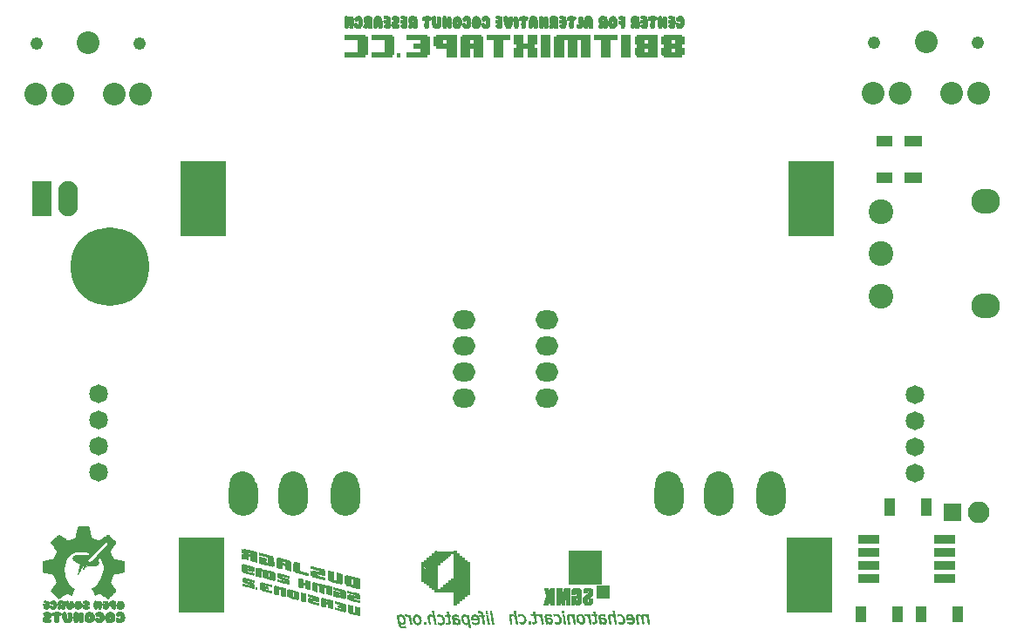
<source format=gbr>
G04 #@! TF.FileFunction,Soldermask,Bot*
%FSLAX46Y46*%
G04 Gerber Fmt 4.6, Leading zero omitted, Abs format (unit mm)*
G04 Created by KiCad (PCBNEW 4.0.7-e0-6372~58~ubuntu16.04.1) date Thu Mar  7 17:21:38 2019*
%MOMM*%
%LPD*%
G01*
G04 APERTURE LIST*
%ADD10C,0.100000*%
%ADD11C,0.010000*%
%ADD12O,2.220000X1.820000*%
%ADD13C,7.640000*%
%ADD14C,2.400000*%
%ADD15O,2.800000X2.400000*%
%ADD16C,1.820000*%
%ADD17R,1.910000X3.410000*%
%ADD18O,1.910000X3.410000*%
%ADD19R,2.150000X0.950000*%
%ADD20R,1.720000X1.720000*%
%ADD21O,2.100000X2.100000*%
%ADD22R,4.400000X7.400000*%
%ADD23C,2.201860*%
%ADD24C,1.220000*%
%ADD25R,1.720000X1.120000*%
%ADD26R,1.120000X1.720000*%
%ADD27R,1.620000X1.020000*%
%ADD28R,1.020000X1.620000*%
%ADD29C,2.540000*%
%ADD30O,2.900000X3.900000*%
G04 APERTURE END LIST*
D10*
D11*
G36*
X139762897Y-128314662D02*
X139847548Y-128339548D01*
X139925296Y-128386524D01*
X139994281Y-128452782D01*
X140052642Y-128535517D01*
X140098520Y-128631925D01*
X140130056Y-128739198D01*
X140145389Y-128854533D01*
X140146574Y-128893486D01*
X140143341Y-128980245D01*
X140131421Y-129048763D01*
X140108988Y-129105254D01*
X140074212Y-129155934D01*
X140066860Y-129164512D01*
X140008488Y-129212928D01*
X139939487Y-129240327D01*
X139863320Y-129246822D01*
X139783455Y-129232523D01*
X139703356Y-129197545D01*
X139636411Y-129150574D01*
X139594531Y-129115334D01*
X139603413Y-129170878D01*
X139627618Y-129260347D01*
X139668287Y-129338192D01*
X139722598Y-129400559D01*
X139787726Y-129443596D01*
X139809765Y-129452442D01*
X139882582Y-129467055D01*
X139963728Y-129466875D01*
X140041280Y-129452440D01*
X140074031Y-129440474D01*
X140110317Y-129426671D01*
X140136949Y-129420841D01*
X140145572Y-129422441D01*
X140152565Y-129439993D01*
X140160014Y-129473213D01*
X140163040Y-129491882D01*
X140171548Y-129551515D01*
X140105069Y-129571257D01*
X140042027Y-129583675D01*
X139965686Y-129589405D01*
X139885783Y-129588512D01*
X139812056Y-129581060D01*
X139759564Y-129568977D01*
X139699120Y-129539210D01*
X139637647Y-129492801D01*
X139583144Y-129436851D01*
X139543613Y-129378458D01*
X139542603Y-129376466D01*
X139526886Y-129343389D01*
X139512893Y-129309348D01*
X139499914Y-129271352D01*
X139487238Y-129226406D01*
X139474155Y-129171519D01*
X139459956Y-129103698D01*
X139443930Y-129019950D01*
X139425366Y-128917282D01*
X139403555Y-128792701D01*
X139402142Y-128784550D01*
X139384915Y-128685301D01*
X139376346Y-128636140D01*
X139528774Y-128636140D01*
X139529803Y-128727328D01*
X139534191Y-128763265D01*
X139557302Y-128865374D01*
X139592979Y-128952772D01*
X139639329Y-129023743D01*
X139694456Y-129076571D01*
X139756465Y-129109543D01*
X139823461Y-129120942D01*
X139893549Y-129109052D01*
X139909509Y-129103010D01*
X139951465Y-129072309D01*
X139982345Y-129022252D01*
X140001471Y-128956655D01*
X140008171Y-128879333D01*
X140001767Y-128794102D01*
X139981586Y-128704779D01*
X139980566Y-128701446D01*
X139941302Y-128602890D01*
X139891492Y-128527095D01*
X139831302Y-128474241D01*
X139760894Y-128444507D01*
X139742291Y-128440799D01*
X139673666Y-128440110D01*
X139617032Y-128460803D01*
X139573359Y-128501374D01*
X139543616Y-128560321D01*
X139528774Y-128636140D01*
X139376346Y-128636140D01*
X139368905Y-128593455D01*
X139354668Y-128512172D01*
X139342760Y-128444609D01*
X139333737Y-128393925D01*
X139328155Y-128363278D01*
X139326712Y-128355925D01*
X139327269Y-128342960D01*
X139340121Y-128336241D01*
X139370676Y-128333863D01*
X139389763Y-128333700D01*
X139457849Y-128333700D01*
X139465764Y-128381325D01*
X139474143Y-128426701D01*
X139481677Y-128449309D01*
X139490660Y-128451583D01*
X139503388Y-128435961D01*
X139508913Y-128427110D01*
X139557859Y-128369859D01*
X139621662Y-128331114D01*
X139695915Y-128312825D01*
X139762897Y-128314662D01*
X139762897Y-128314662D01*
G37*
X139762897Y-128314662D02*
X139847548Y-128339548D01*
X139925296Y-128386524D01*
X139994281Y-128452782D01*
X140052642Y-128535517D01*
X140098520Y-128631925D01*
X140130056Y-128739198D01*
X140145389Y-128854533D01*
X140146574Y-128893486D01*
X140143341Y-128980245D01*
X140131421Y-129048763D01*
X140108988Y-129105254D01*
X140074212Y-129155934D01*
X140066860Y-129164512D01*
X140008488Y-129212928D01*
X139939487Y-129240327D01*
X139863320Y-129246822D01*
X139783455Y-129232523D01*
X139703356Y-129197545D01*
X139636411Y-129150574D01*
X139594531Y-129115334D01*
X139603413Y-129170878D01*
X139627618Y-129260347D01*
X139668287Y-129338192D01*
X139722598Y-129400559D01*
X139787726Y-129443596D01*
X139809765Y-129452442D01*
X139882582Y-129467055D01*
X139963728Y-129466875D01*
X140041280Y-129452440D01*
X140074031Y-129440474D01*
X140110317Y-129426671D01*
X140136949Y-129420841D01*
X140145572Y-129422441D01*
X140152565Y-129439993D01*
X140160014Y-129473213D01*
X140163040Y-129491882D01*
X140171548Y-129551515D01*
X140105069Y-129571257D01*
X140042027Y-129583675D01*
X139965686Y-129589405D01*
X139885783Y-129588512D01*
X139812056Y-129581060D01*
X139759564Y-129568977D01*
X139699120Y-129539210D01*
X139637647Y-129492801D01*
X139583144Y-129436851D01*
X139543613Y-129378458D01*
X139542603Y-129376466D01*
X139526886Y-129343389D01*
X139512893Y-129309348D01*
X139499914Y-129271352D01*
X139487238Y-129226406D01*
X139474155Y-129171519D01*
X139459956Y-129103698D01*
X139443930Y-129019950D01*
X139425366Y-128917282D01*
X139403555Y-128792701D01*
X139402142Y-128784550D01*
X139384915Y-128685301D01*
X139376346Y-128636140D01*
X139528774Y-128636140D01*
X139529803Y-128727328D01*
X139534191Y-128763265D01*
X139557302Y-128865374D01*
X139592979Y-128952772D01*
X139639329Y-129023743D01*
X139694456Y-129076571D01*
X139756465Y-129109543D01*
X139823461Y-129120942D01*
X139893549Y-129109052D01*
X139909509Y-129103010D01*
X139951465Y-129072309D01*
X139982345Y-129022252D01*
X140001471Y-128956655D01*
X140008171Y-128879333D01*
X140001767Y-128794102D01*
X139981586Y-128704779D01*
X139980566Y-128701446D01*
X139941302Y-128602890D01*
X139891492Y-128527095D01*
X139831302Y-128474241D01*
X139760894Y-128444507D01*
X139742291Y-128440799D01*
X139673666Y-128440110D01*
X139617032Y-128460803D01*
X139573359Y-128501374D01*
X139543616Y-128560321D01*
X139528774Y-128636140D01*
X139376346Y-128636140D01*
X139368905Y-128593455D01*
X139354668Y-128512172D01*
X139342760Y-128444609D01*
X139333737Y-128393925D01*
X139328155Y-128363278D01*
X139326712Y-128355925D01*
X139327269Y-128342960D01*
X139340121Y-128336241D01*
X139370676Y-128333863D01*
X139389763Y-128333700D01*
X139457849Y-128333700D01*
X139465764Y-128381325D01*
X139474143Y-128426701D01*
X139481677Y-128449309D01*
X139490660Y-128451583D01*
X139503388Y-128435961D01*
X139508913Y-128427110D01*
X139557859Y-128369859D01*
X139621662Y-128331114D01*
X139695915Y-128312825D01*
X139762897Y-128314662D01*
G36*
X145956867Y-128323029D02*
X146034467Y-128355803D01*
X146103325Y-128406861D01*
X146136271Y-128437125D01*
X146154429Y-128451302D01*
X146161293Y-128450936D01*
X146160359Y-128437570D01*
X146159136Y-128431516D01*
X146148574Y-128382230D01*
X146144348Y-128352932D01*
X146149067Y-128338488D01*
X146165339Y-128333762D01*
X146195772Y-128333617D01*
X146208808Y-128333700D01*
X146247140Y-128335333D01*
X146272599Y-128339548D01*
X146278900Y-128343666D01*
X146281030Y-128357789D01*
X146287143Y-128394488D01*
X146296815Y-128451326D01*
X146309627Y-128525862D01*
X146325158Y-128615657D01*
X146342987Y-128718274D01*
X146362694Y-128831273D01*
X146383856Y-128952215D01*
X146386823Y-128969141D01*
X146408127Y-129090701D01*
X146428037Y-129204419D01*
X146446132Y-129307894D01*
X146461995Y-129398720D01*
X146475205Y-129474494D01*
X146485343Y-129532812D01*
X146491990Y-129571271D01*
X146494726Y-129587467D01*
X146494773Y-129587825D01*
X146483317Y-129589588D01*
X146453823Y-129590740D01*
X146427124Y-129591000D01*
X146359448Y-129591000D01*
X146323647Y-129378275D01*
X146311225Y-129306088D01*
X146299566Y-129241315D01*
X146289565Y-129188698D01*
X146282114Y-129152979D01*
X146278820Y-129140358D01*
X146271369Y-129123088D01*
X146265659Y-129128951D01*
X146261039Y-129142751D01*
X146239972Y-129177331D01*
X146202291Y-129212880D01*
X146155764Y-129243249D01*
X146110923Y-129261574D01*
X146030159Y-129270938D01*
X145950762Y-129256776D01*
X145874768Y-129220953D01*
X145804214Y-129165333D01*
X145741135Y-129091783D01*
X145687569Y-129002167D01*
X145645551Y-128898351D01*
X145623433Y-128815105D01*
X145608996Y-128711303D01*
X145609430Y-128643179D01*
X145749433Y-128643179D01*
X145750459Y-128727912D01*
X145764010Y-128817293D01*
X145789323Y-128905996D01*
X145825632Y-128988696D01*
X145866067Y-129052271D01*
X145912956Y-129097369D01*
X145970191Y-129127814D01*
X146031730Y-129142480D01*
X146091529Y-129140244D01*
X146143543Y-129119978D01*
X146160301Y-129107049D01*
X146195619Y-129064034D01*
X146217311Y-129010252D01*
X146227109Y-128940469D01*
X146228100Y-128902158D01*
X146220537Y-128798775D01*
X146199090Y-128703923D01*
X146165614Y-128619935D01*
X146121968Y-128549139D01*
X146070010Y-128493868D01*
X146011596Y-128456452D01*
X145948585Y-128439222D01*
X145882834Y-128444509D01*
X145867164Y-128449278D01*
X145817360Y-128477441D01*
X145788022Y-128508965D01*
X145761700Y-128568422D01*
X145749433Y-128643179D01*
X145609430Y-128643179D01*
X145609626Y-128612574D01*
X145624457Y-128522708D01*
X145652623Y-128445493D01*
X145693257Y-128384717D01*
X145728920Y-128353810D01*
X145799772Y-128321420D01*
X145877195Y-128311364D01*
X145956867Y-128323029D01*
X145956867Y-128323029D01*
G37*
X145956867Y-128323029D02*
X146034467Y-128355803D01*
X146103325Y-128406861D01*
X146136271Y-128437125D01*
X146154429Y-128451302D01*
X146161293Y-128450936D01*
X146160359Y-128437570D01*
X146159136Y-128431516D01*
X146148574Y-128382230D01*
X146144348Y-128352932D01*
X146149067Y-128338488D01*
X146165339Y-128333762D01*
X146195772Y-128333617D01*
X146208808Y-128333700D01*
X146247140Y-128335333D01*
X146272599Y-128339548D01*
X146278900Y-128343666D01*
X146281030Y-128357789D01*
X146287143Y-128394488D01*
X146296815Y-128451326D01*
X146309627Y-128525862D01*
X146325158Y-128615657D01*
X146342987Y-128718274D01*
X146362694Y-128831273D01*
X146383856Y-128952215D01*
X146386823Y-128969141D01*
X146408127Y-129090701D01*
X146428037Y-129204419D01*
X146446132Y-129307894D01*
X146461995Y-129398720D01*
X146475205Y-129474494D01*
X146485343Y-129532812D01*
X146491990Y-129571271D01*
X146494726Y-129587467D01*
X146494773Y-129587825D01*
X146483317Y-129589588D01*
X146453823Y-129590740D01*
X146427124Y-129591000D01*
X146359448Y-129591000D01*
X146323647Y-129378275D01*
X146311225Y-129306088D01*
X146299566Y-129241315D01*
X146289565Y-129188698D01*
X146282114Y-129152979D01*
X146278820Y-129140358D01*
X146271369Y-129123088D01*
X146265659Y-129128951D01*
X146261039Y-129142751D01*
X146239972Y-129177331D01*
X146202291Y-129212880D01*
X146155764Y-129243249D01*
X146110923Y-129261574D01*
X146030159Y-129270938D01*
X145950762Y-129256776D01*
X145874768Y-129220953D01*
X145804214Y-129165333D01*
X145741135Y-129091783D01*
X145687569Y-129002167D01*
X145645551Y-128898351D01*
X145623433Y-128815105D01*
X145608996Y-128711303D01*
X145609430Y-128643179D01*
X145749433Y-128643179D01*
X145750459Y-128727912D01*
X145764010Y-128817293D01*
X145789323Y-128905996D01*
X145825632Y-128988696D01*
X145866067Y-129052271D01*
X145912956Y-129097369D01*
X145970191Y-129127814D01*
X146031730Y-129142480D01*
X146091529Y-129140244D01*
X146143543Y-129119978D01*
X146160301Y-129107049D01*
X146195619Y-129064034D01*
X146217311Y-129010252D01*
X146227109Y-128940469D01*
X146228100Y-128902158D01*
X146220537Y-128798775D01*
X146199090Y-128703923D01*
X146165614Y-128619935D01*
X146121968Y-128549139D01*
X146070010Y-128493868D01*
X146011596Y-128456452D01*
X145948585Y-128439222D01*
X145882834Y-128444509D01*
X145867164Y-128449278D01*
X145817360Y-128477441D01*
X145788022Y-128508965D01*
X145761700Y-128568422D01*
X145749433Y-128643179D01*
X145609430Y-128643179D01*
X145609626Y-128612574D01*
X145624457Y-128522708D01*
X145652623Y-128445493D01*
X145693257Y-128384717D01*
X145728920Y-128353810D01*
X145799772Y-128321420D01*
X145877195Y-128311364D01*
X145956867Y-128323029D01*
G36*
X141299990Y-128319211D02*
X141379184Y-128342051D01*
X141385476Y-128344784D01*
X141445751Y-128381261D01*
X141507660Y-128434891D01*
X141564558Y-128498812D01*
X141609800Y-128566163D01*
X141621086Y-128588069D01*
X141655439Y-128678904D01*
X141678177Y-128777413D01*
X141688762Y-128877023D01*
X141686652Y-128971161D01*
X141671310Y-129053254D01*
X141661533Y-129080803D01*
X141617167Y-129156770D01*
X141556917Y-129214774D01*
X141484161Y-129253408D01*
X141402275Y-129271267D01*
X141314638Y-129266946D01*
X141253507Y-129250629D01*
X141156109Y-129203015D01*
X141074311Y-129135554D01*
X141008371Y-129048641D01*
X140958547Y-128942672D01*
X140925098Y-128818043D01*
X140913071Y-128733042D01*
X141049896Y-128733042D01*
X141059989Y-128808406D01*
X141086967Y-128909045D01*
X141128494Y-128992597D01*
X141169436Y-129045864D01*
X141231348Y-129100476D01*
X141297745Y-129133882D01*
X141365172Y-129145135D01*
X141430173Y-129133289D01*
X141452116Y-129123293D01*
X141498372Y-129084456D01*
X141530615Y-129026499D01*
X141548161Y-128951921D01*
X141550330Y-128863221D01*
X141542190Y-128793212D01*
X141516736Y-128692152D01*
X141477956Y-128605126D01*
X141427881Y-128534206D01*
X141368543Y-128481460D01*
X141301974Y-128448957D01*
X141230206Y-128438767D01*
X141197301Y-128441919D01*
X141139879Y-128463427D01*
X141095733Y-128505146D01*
X141065557Y-128565223D01*
X141050047Y-128641806D01*
X141049896Y-128733042D01*
X140913071Y-128733042D01*
X140912289Y-128727516D01*
X140911703Y-128623993D01*
X140930377Y-128530544D01*
X140967144Y-128450003D01*
X141020838Y-128385200D01*
X141067377Y-128351007D01*
X141136113Y-128323844D01*
X141216309Y-128313194D01*
X141299990Y-128319211D01*
X141299990Y-128319211D01*
G37*
X141299990Y-128319211D02*
X141379184Y-128342051D01*
X141385476Y-128344784D01*
X141445751Y-128381261D01*
X141507660Y-128434891D01*
X141564558Y-128498812D01*
X141609800Y-128566163D01*
X141621086Y-128588069D01*
X141655439Y-128678904D01*
X141678177Y-128777413D01*
X141688762Y-128877023D01*
X141686652Y-128971161D01*
X141671310Y-129053254D01*
X141661533Y-129080803D01*
X141617167Y-129156770D01*
X141556917Y-129214774D01*
X141484161Y-129253408D01*
X141402275Y-129271267D01*
X141314638Y-129266946D01*
X141253507Y-129250629D01*
X141156109Y-129203015D01*
X141074311Y-129135554D01*
X141008371Y-129048641D01*
X140958547Y-128942672D01*
X140925098Y-128818043D01*
X140913071Y-128733042D01*
X141049896Y-128733042D01*
X141059989Y-128808406D01*
X141086967Y-128909045D01*
X141128494Y-128992597D01*
X141169436Y-129045864D01*
X141231348Y-129100476D01*
X141297745Y-129133882D01*
X141365172Y-129145135D01*
X141430173Y-129133289D01*
X141452116Y-129123293D01*
X141498372Y-129084456D01*
X141530615Y-129026499D01*
X141548161Y-128951921D01*
X141550330Y-128863221D01*
X141542190Y-128793212D01*
X141516736Y-128692152D01*
X141477956Y-128605126D01*
X141427881Y-128534206D01*
X141368543Y-128481460D01*
X141301974Y-128448957D01*
X141230206Y-128438767D01*
X141197301Y-128441919D01*
X141139879Y-128463427D01*
X141095733Y-128505146D01*
X141065557Y-128565223D01*
X141050047Y-128641806D01*
X141049896Y-128733042D01*
X140913071Y-128733042D01*
X140912289Y-128727516D01*
X140911703Y-128623993D01*
X140930377Y-128530544D01*
X140967144Y-128450003D01*
X141020838Y-128385200D01*
X141067377Y-128351007D01*
X141136113Y-128323844D01*
X141216309Y-128313194D01*
X141299990Y-128319211D01*
G36*
X143545730Y-128323129D02*
X143611900Y-128340019D01*
X143667546Y-128366766D01*
X143723685Y-128408576D01*
X143759483Y-128441886D01*
X143838905Y-128535656D01*
X143896082Y-128639126D01*
X143931800Y-128754265D01*
X143946848Y-128883037D01*
X143947452Y-128911550D01*
X143940331Y-129013152D01*
X143917095Y-129096316D01*
X143877040Y-129162794D01*
X143828262Y-129208204D01*
X143763865Y-129242153D01*
X143685335Y-129264240D01*
X143601802Y-129272801D01*
X143522396Y-129266174D01*
X143516650Y-129264972D01*
X143490083Y-129258164D01*
X143450415Y-129246973D01*
X143426125Y-129239794D01*
X143361000Y-129220198D01*
X143348930Y-129145249D01*
X143342998Y-129105670D01*
X143339771Y-129078508D01*
X143339769Y-129070300D01*
X143351865Y-129075182D01*
X143380225Y-129087832D01*
X143409897Y-129101443D01*
X143493395Y-129130831D01*
X143575056Y-129142333D01*
X143650324Y-129136175D01*
X143714645Y-129112583D01*
X143752151Y-129084402D01*
X143786331Y-129033298D01*
X143805716Y-128966620D01*
X143810870Y-128889025D01*
X143802352Y-128805172D01*
X143780725Y-128719719D01*
X143746549Y-128637326D01*
X143700384Y-128562650D01*
X143687304Y-128546056D01*
X143625874Y-128490789D01*
X143552252Y-128455400D01*
X143471109Y-128440771D01*
X143387114Y-128447784D01*
X143309918Y-128474803D01*
X143273427Y-128491145D01*
X143247018Y-128499769D01*
X143237666Y-128499474D01*
X143233113Y-128482925D01*
X143227254Y-128449990D01*
X143223874Y-128426543D01*
X143215325Y-128362096D01*
X143283437Y-128338630D01*
X143364761Y-128320223D01*
X143455899Y-128315072D01*
X143545730Y-128323129D01*
X143545730Y-128323129D01*
G37*
X143545730Y-128323129D02*
X143611900Y-128340019D01*
X143667546Y-128366766D01*
X143723685Y-128408576D01*
X143759483Y-128441886D01*
X143838905Y-128535656D01*
X143896082Y-128639126D01*
X143931800Y-128754265D01*
X143946848Y-128883037D01*
X143947452Y-128911550D01*
X143940331Y-129013152D01*
X143917095Y-129096316D01*
X143877040Y-129162794D01*
X143828262Y-129208204D01*
X143763865Y-129242153D01*
X143685335Y-129264240D01*
X143601802Y-129272801D01*
X143522396Y-129266174D01*
X143516650Y-129264972D01*
X143490083Y-129258164D01*
X143450415Y-129246973D01*
X143426125Y-129239794D01*
X143361000Y-129220198D01*
X143348930Y-129145249D01*
X143342998Y-129105670D01*
X143339771Y-129078508D01*
X143339769Y-129070300D01*
X143351865Y-129075182D01*
X143380225Y-129087832D01*
X143409897Y-129101443D01*
X143493395Y-129130831D01*
X143575056Y-129142333D01*
X143650324Y-129136175D01*
X143714645Y-129112583D01*
X143752151Y-129084402D01*
X143786331Y-129033298D01*
X143805716Y-128966620D01*
X143810870Y-128889025D01*
X143802352Y-128805172D01*
X143780725Y-128719719D01*
X143746549Y-128637326D01*
X143700384Y-128562650D01*
X143687304Y-128546056D01*
X143625874Y-128490789D01*
X143552252Y-128455400D01*
X143471109Y-128440771D01*
X143387114Y-128447784D01*
X143309918Y-128474803D01*
X143273427Y-128491145D01*
X143247018Y-128499769D01*
X143237666Y-128499474D01*
X143233113Y-128482925D01*
X143227254Y-128449990D01*
X143223874Y-128426543D01*
X143215325Y-128362096D01*
X143283437Y-128338630D01*
X143364761Y-128320223D01*
X143455899Y-128315072D01*
X143545730Y-128323129D01*
G36*
X145101802Y-128319864D02*
X145185910Y-128336762D01*
X145208387Y-128343427D01*
X145255055Y-128358699D01*
X145282973Y-128370960D01*
X145297727Y-128384484D01*
X145304899Y-128403546D01*
X145307921Y-128419627D01*
X145314835Y-128457083D01*
X145321242Y-128486395D01*
X145321925Y-128488994D01*
X145322665Y-128499704D01*
X145313826Y-128502320D01*
X145290802Y-128496331D01*
X145248987Y-128481226D01*
X145247791Y-128480777D01*
X145146563Y-128450617D01*
X145055364Y-128439544D01*
X144976173Y-128447458D01*
X144910971Y-128474256D01*
X144879186Y-128499559D01*
X144856187Y-128526535D01*
X144846463Y-128553455D01*
X144845981Y-128592253D01*
X144846268Y-128596954D01*
X144850150Y-128657550D01*
X144920000Y-128660940D01*
X145051528Y-128670663D01*
X145160549Y-128686491D01*
X145249414Y-128709328D01*
X145320477Y-128740075D01*
X145376090Y-128779632D01*
X145418606Y-128828902D01*
X145436392Y-128858798D01*
X145460575Y-128926835D01*
X145469112Y-129002828D01*
X145462411Y-129078772D01*
X145440879Y-129146662D01*
X145419968Y-129181583D01*
X145366412Y-129232018D01*
X145299878Y-129261869D01*
X145223063Y-129270536D01*
X145138664Y-129257420D01*
X145113645Y-129249626D01*
X145052392Y-129223749D01*
X145003799Y-129190155D01*
X144961338Y-129147129D01*
X144943070Y-129129500D01*
X144934352Y-129130562D01*
X144934619Y-129152093D01*
X144943303Y-129195872D01*
X144944365Y-129200475D01*
X144955425Y-129248100D01*
X144887154Y-129248100D01*
X144846941Y-129246862D01*
X144825246Y-129241406D01*
X144815236Y-129229118D01*
X144812462Y-129219525D01*
X144808454Y-129198801D01*
X144800920Y-129157206D01*
X144790596Y-129098909D01*
X144778219Y-129028079D01*
X144764526Y-128948884D01*
X144760294Y-128924250D01*
X144740477Y-128802768D01*
X144738487Y-128788287D01*
X144871312Y-128788287D01*
X144883406Y-128843568D01*
X144906949Y-128918290D01*
X144942432Y-128990876D01*
X144984710Y-129051449D01*
X145000417Y-129068233D01*
X145057688Y-129111009D01*
X145120065Y-129136260D01*
X145182393Y-129143482D01*
X145239518Y-129132167D01*
X145286286Y-129101812D01*
X145291063Y-129096748D01*
X145315620Y-129061400D01*
X145326972Y-129020931D01*
X145327312Y-128966630D01*
X145326484Y-128956000D01*
X145310454Y-128899822D01*
X145272370Y-128854772D01*
X145228321Y-128827292D01*
X145196361Y-128813614D01*
X145162390Y-128804310D01*
X145119876Y-128798307D01*
X145062284Y-128794528D01*
X145019481Y-128792935D01*
X144871312Y-128788287D01*
X144738487Y-128788287D01*
X144726774Y-128703076D01*
X144719194Y-128622306D01*
X144717747Y-128557593D01*
X144722442Y-128506071D01*
X144733288Y-128464871D01*
X144750296Y-128431130D01*
X144761969Y-128415094D01*
X144807530Y-128368324D01*
X144858177Y-128337670D01*
X144919978Y-128320666D01*
X144999003Y-128314847D01*
X145008900Y-128314784D01*
X145101802Y-128319864D01*
X145101802Y-128319864D01*
G37*
X145101802Y-128319864D02*
X145185910Y-128336762D01*
X145208387Y-128343427D01*
X145255055Y-128358699D01*
X145282973Y-128370960D01*
X145297727Y-128384484D01*
X145304899Y-128403546D01*
X145307921Y-128419627D01*
X145314835Y-128457083D01*
X145321242Y-128486395D01*
X145321925Y-128488994D01*
X145322665Y-128499704D01*
X145313826Y-128502320D01*
X145290802Y-128496331D01*
X145248987Y-128481226D01*
X145247791Y-128480777D01*
X145146563Y-128450617D01*
X145055364Y-128439544D01*
X144976173Y-128447458D01*
X144910971Y-128474256D01*
X144879186Y-128499559D01*
X144856187Y-128526535D01*
X144846463Y-128553455D01*
X144845981Y-128592253D01*
X144846268Y-128596954D01*
X144850150Y-128657550D01*
X144920000Y-128660940D01*
X145051528Y-128670663D01*
X145160549Y-128686491D01*
X145249414Y-128709328D01*
X145320477Y-128740075D01*
X145376090Y-128779632D01*
X145418606Y-128828902D01*
X145436392Y-128858798D01*
X145460575Y-128926835D01*
X145469112Y-129002828D01*
X145462411Y-129078772D01*
X145440879Y-129146662D01*
X145419968Y-129181583D01*
X145366412Y-129232018D01*
X145299878Y-129261869D01*
X145223063Y-129270536D01*
X145138664Y-129257420D01*
X145113645Y-129249626D01*
X145052392Y-129223749D01*
X145003799Y-129190155D01*
X144961338Y-129147129D01*
X144943070Y-129129500D01*
X144934352Y-129130562D01*
X144934619Y-129152093D01*
X144943303Y-129195872D01*
X144944365Y-129200475D01*
X144955425Y-129248100D01*
X144887154Y-129248100D01*
X144846941Y-129246862D01*
X144825246Y-129241406D01*
X144815236Y-129229118D01*
X144812462Y-129219525D01*
X144808454Y-129198801D01*
X144800920Y-129157206D01*
X144790596Y-129098909D01*
X144778219Y-129028079D01*
X144764526Y-128948884D01*
X144760294Y-128924250D01*
X144740477Y-128802768D01*
X144738487Y-128788287D01*
X144871312Y-128788287D01*
X144883406Y-128843568D01*
X144906949Y-128918290D01*
X144942432Y-128990876D01*
X144984710Y-129051449D01*
X145000417Y-129068233D01*
X145057688Y-129111009D01*
X145120065Y-129136260D01*
X145182393Y-129143482D01*
X145239518Y-129132167D01*
X145286286Y-129101812D01*
X145291063Y-129096748D01*
X145315620Y-129061400D01*
X145326972Y-129020931D01*
X145327312Y-128966630D01*
X145326484Y-128956000D01*
X145310454Y-128899822D01*
X145272370Y-128854772D01*
X145228321Y-128827292D01*
X145196361Y-128813614D01*
X145162390Y-128804310D01*
X145119876Y-128798307D01*
X145062284Y-128794528D01*
X145019481Y-128792935D01*
X144871312Y-128788287D01*
X144738487Y-128788287D01*
X144726774Y-128703076D01*
X144719194Y-128622306D01*
X144717747Y-128557593D01*
X144722442Y-128506071D01*
X144733288Y-128464871D01*
X144750296Y-128431130D01*
X144761969Y-128415094D01*
X144807530Y-128368324D01*
X144858177Y-128337670D01*
X144919978Y-128320666D01*
X144999003Y-128314847D01*
X145008900Y-128314784D01*
X145101802Y-128319864D01*
G36*
X146973223Y-128322687D02*
X147059452Y-128356349D01*
X147137892Y-128409420D01*
X147206649Y-128479933D01*
X147263827Y-128565918D01*
X147307532Y-128665409D01*
X147335869Y-128776438D01*
X147346944Y-128897036D01*
X147347021Y-128905200D01*
X147344626Y-128984645D01*
X147335577Y-129046134D01*
X147318285Y-129096600D01*
X147293216Y-129140004D01*
X147239697Y-129196307D01*
X147168346Y-129237676D01*
X147082529Y-129263170D01*
X146985611Y-129271853D01*
X146880954Y-129262786D01*
X146864054Y-129259691D01*
X146815397Y-129248327D01*
X146762482Y-129233407D01*
X146747936Y-129228763D01*
X146711885Y-129215290D01*
X146692898Y-129200551D01*
X146683645Y-129176206D01*
X146679284Y-129150656D01*
X146672611Y-129111739D01*
X146666050Y-129082057D01*
X146663907Y-129075124D01*
X146669513Y-129069082D01*
X146696276Y-129076638D01*
X146728317Y-129090327D01*
X146817145Y-129122649D01*
X146906519Y-129140013D01*
X146991159Y-129142229D01*
X147065790Y-129129105D01*
X147119344Y-129104483D01*
X147160015Y-129065329D01*
X147193521Y-129011119D01*
X147214432Y-128952136D01*
X147218700Y-128916247D01*
X147218866Y-128889611D01*
X147217439Y-128869019D01*
X147211533Y-128853696D01*
X147198261Y-128842866D01*
X147174735Y-128835754D01*
X147138070Y-128831586D01*
X147085377Y-128829586D01*
X147013769Y-128828980D01*
X146920361Y-128828991D01*
X146893733Y-128829000D01*
X146584183Y-128829000D01*
X146575954Y-128796210D01*
X146568765Y-128746733D01*
X146567625Y-128714700D01*
X146698000Y-128714700D01*
X147182311Y-128714700D01*
X147173496Y-128686125D01*
X147135550Y-128596765D01*
X147083506Y-128526493D01*
X147018940Y-128476643D01*
X146943428Y-128448552D01*
X146885972Y-128442553D01*
X146815911Y-128452318D01*
X146761236Y-128481936D01*
X146722917Y-128530349D01*
X146701919Y-128596496D01*
X146698019Y-128648025D01*
X146698000Y-128714700D01*
X146567625Y-128714700D01*
X146566487Y-128682761D01*
X146568853Y-128614669D01*
X146575599Y-128552830D01*
X146583052Y-128517892D01*
X146614626Y-128449708D01*
X146664441Y-128389955D01*
X146726411Y-128344555D01*
X146784976Y-128321461D01*
X146881099Y-128310401D01*
X146973223Y-128322687D01*
X146973223Y-128322687D01*
G37*
X146973223Y-128322687D02*
X147059452Y-128356349D01*
X147137892Y-128409420D01*
X147206649Y-128479933D01*
X147263827Y-128565918D01*
X147307532Y-128665409D01*
X147335869Y-128776438D01*
X147346944Y-128897036D01*
X147347021Y-128905200D01*
X147344626Y-128984645D01*
X147335577Y-129046134D01*
X147318285Y-129096600D01*
X147293216Y-129140004D01*
X147239697Y-129196307D01*
X147168346Y-129237676D01*
X147082529Y-129263170D01*
X146985611Y-129271853D01*
X146880954Y-129262786D01*
X146864054Y-129259691D01*
X146815397Y-129248327D01*
X146762482Y-129233407D01*
X146747936Y-129228763D01*
X146711885Y-129215290D01*
X146692898Y-129200551D01*
X146683645Y-129176206D01*
X146679284Y-129150656D01*
X146672611Y-129111739D01*
X146666050Y-129082057D01*
X146663907Y-129075124D01*
X146669513Y-129069082D01*
X146696276Y-129076638D01*
X146728317Y-129090327D01*
X146817145Y-129122649D01*
X146906519Y-129140013D01*
X146991159Y-129142229D01*
X147065790Y-129129105D01*
X147119344Y-129104483D01*
X147160015Y-129065329D01*
X147193521Y-129011119D01*
X147214432Y-128952136D01*
X147218700Y-128916247D01*
X147218866Y-128889611D01*
X147217439Y-128869019D01*
X147211533Y-128853696D01*
X147198261Y-128842866D01*
X147174735Y-128835754D01*
X147138070Y-128831586D01*
X147085377Y-128829586D01*
X147013769Y-128828980D01*
X146920361Y-128828991D01*
X146893733Y-128829000D01*
X146584183Y-128829000D01*
X146575954Y-128796210D01*
X146568765Y-128746733D01*
X146567625Y-128714700D01*
X146698000Y-128714700D01*
X147182311Y-128714700D01*
X147173496Y-128686125D01*
X147135550Y-128596765D01*
X147083506Y-128526493D01*
X147018940Y-128476643D01*
X146943428Y-128448552D01*
X146885972Y-128442553D01*
X146815911Y-128452318D01*
X146761236Y-128481936D01*
X146722917Y-128530349D01*
X146701919Y-128596496D01*
X146698019Y-128648025D01*
X146698000Y-128714700D01*
X146567625Y-128714700D01*
X146566487Y-128682761D01*
X146568853Y-128614669D01*
X146575599Y-128552830D01*
X146583052Y-128517892D01*
X146614626Y-128449708D01*
X146664441Y-128389955D01*
X146726411Y-128344555D01*
X146784976Y-128321461D01*
X146881099Y-128310401D01*
X146973223Y-128322687D01*
G36*
X140262364Y-128315790D02*
X140311891Y-128325568D01*
X140315910Y-128326704D01*
X140379673Y-128352742D01*
X140438213Y-128394502D01*
X140452590Y-128407469D01*
X140516401Y-128467050D01*
X140507452Y-128422600D01*
X140499566Y-128385873D01*
X140492595Y-128357185D01*
X140492246Y-128355925D01*
X140491896Y-128343176D01*
X140503577Y-128336456D01*
X140532560Y-128333945D01*
X140556694Y-128333700D01*
X140595219Y-128335048D01*
X140620900Y-128338532D01*
X140627400Y-128341997D01*
X140629540Y-128356026D01*
X140635622Y-128392134D01*
X140645136Y-128447391D01*
X140657574Y-128518871D01*
X140672426Y-128603643D01*
X140689183Y-128698781D01*
X140703600Y-128780283D01*
X140721559Y-128882159D01*
X140738010Y-128976511D01*
X140752441Y-129060316D01*
X140764338Y-129130549D01*
X140773187Y-129184188D01*
X140778476Y-129218209D01*
X140779800Y-129229185D01*
X140772840Y-129241126D01*
X140748878Y-129246935D01*
X140716541Y-129248100D01*
X140678024Y-129246618D01*
X140657710Y-129240232D01*
X140648482Y-129226025D01*
X140646747Y-129219525D01*
X140642536Y-129198434D01*
X140634706Y-129156744D01*
X140624068Y-129098869D01*
X140611432Y-129029218D01*
X140597610Y-128952206D01*
X140596782Y-128947564D01*
X140577572Y-128844278D01*
X140560185Y-128762314D01*
X140543290Y-128697791D01*
X140525557Y-128646827D01*
X140505656Y-128605540D01*
X140482257Y-128570050D01*
X140457082Y-128539825D01*
X140401810Y-128488959D01*
X140344498Y-128459843D01*
X140277776Y-128449395D01*
X140242345Y-128449982D01*
X140164605Y-128454350D01*
X140154146Y-128392464D01*
X140149094Y-128355754D01*
X140147827Y-128330886D01*
X140149020Y-128325246D01*
X140172937Y-128315559D01*
X140213382Y-128312431D01*
X140262364Y-128315790D01*
X140262364Y-128315790D01*
G37*
X140262364Y-128315790D02*
X140311891Y-128325568D01*
X140315910Y-128326704D01*
X140379673Y-128352742D01*
X140438213Y-128394502D01*
X140452590Y-128407469D01*
X140516401Y-128467050D01*
X140507452Y-128422600D01*
X140499566Y-128385873D01*
X140492595Y-128357185D01*
X140492246Y-128355925D01*
X140491896Y-128343176D01*
X140503577Y-128336456D01*
X140532560Y-128333945D01*
X140556694Y-128333700D01*
X140595219Y-128335048D01*
X140620900Y-128338532D01*
X140627400Y-128341997D01*
X140629540Y-128356026D01*
X140635622Y-128392134D01*
X140645136Y-128447391D01*
X140657574Y-128518871D01*
X140672426Y-128603643D01*
X140689183Y-128698781D01*
X140703600Y-128780283D01*
X140721559Y-128882159D01*
X140738010Y-128976511D01*
X140752441Y-129060316D01*
X140764338Y-129130549D01*
X140773187Y-129184188D01*
X140778476Y-129218209D01*
X140779800Y-129229185D01*
X140772840Y-129241126D01*
X140748878Y-129246935D01*
X140716541Y-129248100D01*
X140678024Y-129246618D01*
X140657710Y-129240232D01*
X140648482Y-129226025D01*
X140646747Y-129219525D01*
X140642536Y-129198434D01*
X140634706Y-129156744D01*
X140624068Y-129098869D01*
X140611432Y-129029218D01*
X140597610Y-128952206D01*
X140596782Y-128947564D01*
X140577572Y-128844278D01*
X140560185Y-128762314D01*
X140543290Y-128697791D01*
X140525557Y-128646827D01*
X140505656Y-128605540D01*
X140482257Y-128570050D01*
X140457082Y-128539825D01*
X140401810Y-128488959D01*
X140344498Y-128459843D01*
X140277776Y-128449395D01*
X140242345Y-128449982D01*
X140164605Y-128454350D01*
X140154146Y-128392464D01*
X140149094Y-128355754D01*
X140147827Y-128330886D01*
X140149020Y-128325246D01*
X140172937Y-128315559D01*
X140213382Y-128312431D01*
X140262364Y-128315790D01*
G36*
X142080401Y-129046371D02*
X142105197Y-129051858D01*
X142116558Y-129062970D01*
X142118086Y-129067125D01*
X142122807Y-129087557D01*
X142129961Y-129122875D01*
X142137962Y-129164660D01*
X142145226Y-129204498D01*
X142150168Y-129233971D01*
X142151400Y-129244082D01*
X142139864Y-129246212D01*
X142109910Y-129247668D01*
X142076055Y-129248100D01*
X142031898Y-129246628D01*
X142007102Y-129241141D01*
X141995741Y-129230029D01*
X141994213Y-129225875D01*
X141989492Y-129205442D01*
X141982338Y-129170124D01*
X141974337Y-129128339D01*
X141967073Y-129088501D01*
X141962131Y-129059028D01*
X141960900Y-129048917D01*
X141972435Y-129046787D01*
X142002389Y-129045331D01*
X142036244Y-129044900D01*
X142080401Y-129046371D01*
X142080401Y-129046371D01*
G37*
X142080401Y-129046371D02*
X142105197Y-129051858D01*
X142116558Y-129062970D01*
X142118086Y-129067125D01*
X142122807Y-129087557D01*
X142129961Y-129122875D01*
X142137962Y-129164660D01*
X142145226Y-129204498D01*
X142150168Y-129233971D01*
X142151400Y-129244082D01*
X142139864Y-129246212D01*
X142109910Y-129247668D01*
X142076055Y-129248100D01*
X142031898Y-129246628D01*
X142007102Y-129241141D01*
X141995741Y-129230029D01*
X141994213Y-129225875D01*
X141989492Y-129205442D01*
X141982338Y-129170124D01*
X141974337Y-129128339D01*
X141967073Y-129088501D01*
X141962131Y-129059028D01*
X141960900Y-129048917D01*
X141972435Y-129046787D01*
X142002389Y-129045331D01*
X142036244Y-129044900D01*
X142080401Y-129046371D01*
G36*
X142852714Y-127980611D02*
X142919028Y-127984450D01*
X143029909Y-128613100D01*
X143051583Y-128735976D01*
X143071879Y-128851036D01*
X143090380Y-128955902D01*
X143106664Y-129048196D01*
X143120312Y-129125541D01*
X143130905Y-129185559D01*
X143138024Y-129225872D01*
X143141248Y-129244103D01*
X143141395Y-129244925D01*
X143130256Y-129246662D01*
X143100884Y-129247816D01*
X143072150Y-129248100D01*
X143033875Y-129246533D01*
X143008472Y-129242491D01*
X143002224Y-129238575D01*
X142999959Y-129220440D01*
X142993818Y-129181939D01*
X142984630Y-129127669D01*
X142973221Y-129062225D01*
X142960420Y-128990202D01*
X142947053Y-128916196D01*
X142933948Y-128844802D01*
X142921933Y-128780615D01*
X142911835Y-128728232D01*
X142904483Y-128692248D01*
X142901671Y-128680207D01*
X142873553Y-128610403D01*
X142830963Y-128547661D01*
X142778541Y-128496551D01*
X142720924Y-128461647D01*
X142665750Y-128447671D01*
X142609479Y-128446275D01*
X142570380Y-128451766D01*
X142540703Y-128466119D01*
X142518723Y-128485123D01*
X142503117Y-128503300D01*
X142491875Y-128524266D01*
X142485085Y-128550950D01*
X142482837Y-128586279D01*
X142485219Y-128633181D01*
X142492319Y-128694584D01*
X142504226Y-128773416D01*
X142521030Y-128872605D01*
X142532400Y-128936950D01*
X142546981Y-129019286D01*
X142559927Y-129093450D01*
X142570603Y-129155717D01*
X142578375Y-129202366D01*
X142582608Y-129229672D01*
X142583200Y-129234987D01*
X142571678Y-129242445D01*
X142541755Y-129247157D01*
X142516414Y-129248100D01*
X142449628Y-129248100D01*
X142400592Y-128965525D01*
X142378907Y-128837576D01*
X142362470Y-128731777D01*
X142351365Y-128645411D01*
X142345674Y-128575759D01*
X142345480Y-128520102D01*
X142350864Y-128475722D01*
X142361910Y-128439900D01*
X142378699Y-128409919D01*
X142401314Y-128383059D01*
X142418766Y-128366358D01*
X142476293Y-128330577D01*
X142544530Y-128313973D01*
X142618502Y-128315743D01*
X142693233Y-128335085D01*
X142763750Y-128371196D01*
X142825079Y-128423274D01*
X142833961Y-128433336D01*
X142846052Y-128447145D01*
X142854508Y-128454024D01*
X142859215Y-128451351D01*
X142860057Y-128436504D01*
X142856921Y-128406860D01*
X142849692Y-128359797D01*
X142838256Y-128292693D01*
X142824350Y-128213450D01*
X142811912Y-128142235D01*
X142801186Y-128079696D01*
X142792892Y-128030134D01*
X142787754Y-127997849D01*
X142786400Y-127987362D01*
X142797812Y-127982101D01*
X142827123Y-127979954D01*
X142852714Y-127980611D01*
X142852714Y-127980611D01*
G37*
X142852714Y-127980611D02*
X142919028Y-127984450D01*
X143029909Y-128613100D01*
X143051583Y-128735976D01*
X143071879Y-128851036D01*
X143090380Y-128955902D01*
X143106664Y-129048196D01*
X143120312Y-129125541D01*
X143130905Y-129185559D01*
X143138024Y-129225872D01*
X143141248Y-129244103D01*
X143141395Y-129244925D01*
X143130256Y-129246662D01*
X143100884Y-129247816D01*
X143072150Y-129248100D01*
X143033875Y-129246533D01*
X143008472Y-129242491D01*
X143002224Y-129238575D01*
X142999959Y-129220440D01*
X142993818Y-129181939D01*
X142984630Y-129127669D01*
X142973221Y-129062225D01*
X142960420Y-128990202D01*
X142947053Y-128916196D01*
X142933948Y-128844802D01*
X142921933Y-128780615D01*
X142911835Y-128728232D01*
X142904483Y-128692248D01*
X142901671Y-128680207D01*
X142873553Y-128610403D01*
X142830963Y-128547661D01*
X142778541Y-128496551D01*
X142720924Y-128461647D01*
X142665750Y-128447671D01*
X142609479Y-128446275D01*
X142570380Y-128451766D01*
X142540703Y-128466119D01*
X142518723Y-128485123D01*
X142503117Y-128503300D01*
X142491875Y-128524266D01*
X142485085Y-128550950D01*
X142482837Y-128586279D01*
X142485219Y-128633181D01*
X142492319Y-128694584D01*
X142504226Y-128773416D01*
X142521030Y-128872605D01*
X142532400Y-128936950D01*
X142546981Y-129019286D01*
X142559927Y-129093450D01*
X142570603Y-129155717D01*
X142578375Y-129202366D01*
X142582608Y-129229672D01*
X142583200Y-129234987D01*
X142571678Y-129242445D01*
X142541755Y-129247157D01*
X142516414Y-129248100D01*
X142449628Y-129248100D01*
X142400592Y-128965525D01*
X142378907Y-128837576D01*
X142362470Y-128731777D01*
X142351365Y-128645411D01*
X142345674Y-128575759D01*
X142345480Y-128520102D01*
X142350864Y-128475722D01*
X142361910Y-128439900D01*
X142378699Y-128409919D01*
X142401314Y-128383059D01*
X142418766Y-128366358D01*
X142476293Y-128330577D01*
X142544530Y-128313973D01*
X142618502Y-128315743D01*
X142693233Y-128335085D01*
X142763750Y-128371196D01*
X142825079Y-128423274D01*
X142833961Y-128433336D01*
X142846052Y-128447145D01*
X142854508Y-128454024D01*
X142859215Y-128451351D01*
X142860057Y-128436504D01*
X142856921Y-128406860D01*
X142849692Y-128359797D01*
X142838256Y-128292693D01*
X142824350Y-128213450D01*
X142811912Y-128142235D01*
X142801186Y-128079696D01*
X142792892Y-128030134D01*
X142787754Y-127997849D01*
X142786400Y-127987362D01*
X142797812Y-127982101D01*
X142827123Y-127979954D01*
X142852714Y-127980611D01*
G36*
X144309337Y-128067995D02*
X144328951Y-128073874D01*
X144337963Y-128088975D01*
X144342090Y-128108275D01*
X144348205Y-128142177D01*
X144356881Y-128190258D01*
X144365578Y-128238450D01*
X144381624Y-128327350D01*
X144441262Y-128331220D01*
X144482470Y-128337347D01*
X144500255Y-128348619D01*
X144500900Y-128351858D01*
X144503278Y-128375691D01*
X144508837Y-128408312D01*
X144516775Y-128448000D01*
X144456678Y-128448000D01*
X144418612Y-128450189D01*
X144402806Y-128457309D01*
X144402706Y-128463959D01*
X144406499Y-128480635D01*
X144413758Y-128518591D01*
X144423805Y-128574047D01*
X144435962Y-128643223D01*
X144449551Y-128722341D01*
X144456861Y-128765584D01*
X144472538Y-128860237D01*
X144483976Y-128933492D01*
X144491528Y-128988936D01*
X144495549Y-129030152D01*
X144496390Y-129060725D01*
X144494406Y-129084240D01*
X144490164Y-129103524D01*
X144465729Y-129160606D01*
X144427545Y-129202222D01*
X144373123Y-129229730D01*
X144299976Y-129244488D01*
X144225530Y-129248029D01*
X144176668Y-129247075D01*
X144147657Y-129243288D01*
X144132998Y-129235418D01*
X144128053Y-129225875D01*
X144121064Y-129197504D01*
X144113781Y-129163707D01*
X144105767Y-129123765D01*
X144215457Y-129119257D01*
X144271291Y-129116021D01*
X144307377Y-129111007D01*
X144329359Y-129102926D01*
X144342884Y-129090490D01*
X144343173Y-129090097D01*
X144351345Y-129077157D01*
X144356805Y-129062063D01*
X144359304Y-129041656D01*
X144358594Y-129012776D01*
X144354426Y-128972267D01*
X144346551Y-128916967D01*
X144334720Y-128843719D01*
X144318684Y-128749364D01*
X144314354Y-128724225D01*
X144266715Y-128448000D01*
X143996075Y-128448000D01*
X143988137Y-128408312D01*
X143982015Y-128375745D01*
X143981864Y-128354367D01*
X143991639Y-128341826D01*
X144015294Y-128335769D01*
X144056784Y-128333844D01*
X144113550Y-128333700D01*
X144168292Y-128333235D01*
X144212144Y-128331981D01*
X144239858Y-128330141D01*
X144246900Y-128328467D01*
X144244677Y-128314408D01*
X144238777Y-128281741D01*
X144230350Y-128236795D01*
X144227852Y-128223692D01*
X144215768Y-128158911D01*
X144209583Y-128115016D01*
X144210435Y-128087942D01*
X144219462Y-128073625D01*
X144237801Y-128067999D01*
X144266591Y-128067001D01*
X144271724Y-128067000D01*
X144309337Y-128067995D01*
X144309337Y-128067995D01*
G37*
X144309337Y-128067995D02*
X144328951Y-128073874D01*
X144337963Y-128088975D01*
X144342090Y-128108275D01*
X144348205Y-128142177D01*
X144356881Y-128190258D01*
X144365578Y-128238450D01*
X144381624Y-128327350D01*
X144441262Y-128331220D01*
X144482470Y-128337347D01*
X144500255Y-128348619D01*
X144500900Y-128351858D01*
X144503278Y-128375691D01*
X144508837Y-128408312D01*
X144516775Y-128448000D01*
X144456678Y-128448000D01*
X144418612Y-128450189D01*
X144402806Y-128457309D01*
X144402706Y-128463959D01*
X144406499Y-128480635D01*
X144413758Y-128518591D01*
X144423805Y-128574047D01*
X144435962Y-128643223D01*
X144449551Y-128722341D01*
X144456861Y-128765584D01*
X144472538Y-128860237D01*
X144483976Y-128933492D01*
X144491528Y-128988936D01*
X144495549Y-129030152D01*
X144496390Y-129060725D01*
X144494406Y-129084240D01*
X144490164Y-129103524D01*
X144465729Y-129160606D01*
X144427545Y-129202222D01*
X144373123Y-129229730D01*
X144299976Y-129244488D01*
X144225530Y-129248029D01*
X144176668Y-129247075D01*
X144147657Y-129243288D01*
X144132998Y-129235418D01*
X144128053Y-129225875D01*
X144121064Y-129197504D01*
X144113781Y-129163707D01*
X144105767Y-129123765D01*
X144215457Y-129119257D01*
X144271291Y-129116021D01*
X144307377Y-129111007D01*
X144329359Y-129102926D01*
X144342884Y-129090490D01*
X144343173Y-129090097D01*
X144351345Y-129077157D01*
X144356805Y-129062063D01*
X144359304Y-129041656D01*
X144358594Y-129012776D01*
X144354426Y-128972267D01*
X144346551Y-128916967D01*
X144334720Y-128843719D01*
X144318684Y-128749364D01*
X144314354Y-128724225D01*
X144266715Y-128448000D01*
X143996075Y-128448000D01*
X143988137Y-128408312D01*
X143982015Y-128375745D01*
X143981864Y-128354367D01*
X143991639Y-128341826D01*
X144015294Y-128335769D01*
X144056784Y-128333844D01*
X144113550Y-128333700D01*
X144168292Y-128333235D01*
X144212144Y-128331981D01*
X144239858Y-128330141D01*
X144246900Y-128328467D01*
X144244677Y-128314408D01*
X144238777Y-128281741D01*
X144230350Y-128236795D01*
X144227852Y-128223692D01*
X144215768Y-128158911D01*
X144209583Y-128115016D01*
X144210435Y-128087942D01*
X144219462Y-128073625D01*
X144237801Y-128067999D01*
X144266591Y-128067001D01*
X144271724Y-128067000D01*
X144309337Y-128067995D01*
G36*
X147437443Y-127984728D02*
X147516838Y-128004601D01*
X147574627Y-128037696D01*
X147592188Y-128055236D01*
X147620558Y-128099335D01*
X147647699Y-128159525D01*
X147669941Y-128226614D01*
X147681849Y-128279725D01*
X147690832Y-128333700D01*
X147753614Y-128333700D01*
X147791340Y-128334915D01*
X147812661Y-128342562D01*
X147824123Y-128362644D01*
X147832269Y-128401163D01*
X147833233Y-128406725D01*
X147840365Y-128448000D01*
X147777182Y-128448000D01*
X147736887Y-128450735D01*
X147716002Y-128458315D01*
X147714000Y-128462531D01*
X147716100Y-128477852D01*
X147721961Y-128514378D01*
X147730925Y-128568301D01*
X147742333Y-128635814D01*
X147755525Y-128713109D01*
X147769844Y-128796379D01*
X147784630Y-128881816D01*
X147799225Y-128965612D01*
X147812970Y-129043960D01*
X147825206Y-129113053D01*
X147835275Y-129169083D01*
X147842518Y-129208242D01*
X147846066Y-129225875D01*
X147845660Y-129238856D01*
X147832920Y-129245571D01*
X147802447Y-129247939D01*
X147783561Y-129248100D01*
X147715800Y-129248100D01*
X147702517Y-129181425D01*
X147696545Y-129149771D01*
X147687088Y-129097614D01*
X147674951Y-129029487D01*
X147660940Y-128949920D01*
X147645859Y-128863447D01*
X147637696Y-128816300D01*
X147622820Y-128730371D01*
X147609032Y-128651134D01*
X147597032Y-128582576D01*
X147587520Y-128528685D01*
X147581193Y-128493448D01*
X147579219Y-128482925D01*
X147572281Y-128448000D01*
X147458990Y-128448000D01*
X147402385Y-128447092D01*
X147367247Y-128443973D01*
X147349694Y-128438041D01*
X147345700Y-128430537D01*
X147343312Y-128406144D01*
X147337762Y-128373387D01*
X147329825Y-128333700D01*
X147551784Y-128333700D01*
X147542762Y-128273542D01*
X147526967Y-128203129D01*
X147501805Y-128154282D01*
X147463606Y-128123811D01*
X147408700Y-128108531D01*
X147348825Y-128105100D01*
X147299666Y-128104607D01*
X147269925Y-128100270D01*
X147253623Y-128087801D01*
X147244784Y-128062912D01*
X147238164Y-128025725D01*
X147230249Y-127978100D01*
X147336512Y-127978100D01*
X147437443Y-127984728D01*
X147437443Y-127984728D01*
G37*
X147437443Y-127984728D02*
X147516838Y-128004601D01*
X147574627Y-128037696D01*
X147592188Y-128055236D01*
X147620558Y-128099335D01*
X147647699Y-128159525D01*
X147669941Y-128226614D01*
X147681849Y-128279725D01*
X147690832Y-128333700D01*
X147753614Y-128333700D01*
X147791340Y-128334915D01*
X147812661Y-128342562D01*
X147824123Y-128362644D01*
X147832269Y-128401163D01*
X147833233Y-128406725D01*
X147840365Y-128448000D01*
X147777182Y-128448000D01*
X147736887Y-128450735D01*
X147716002Y-128458315D01*
X147714000Y-128462531D01*
X147716100Y-128477852D01*
X147721961Y-128514378D01*
X147730925Y-128568301D01*
X147742333Y-128635814D01*
X147755525Y-128713109D01*
X147769844Y-128796379D01*
X147784630Y-128881816D01*
X147799225Y-128965612D01*
X147812970Y-129043960D01*
X147825206Y-129113053D01*
X147835275Y-129169083D01*
X147842518Y-129208242D01*
X147846066Y-129225875D01*
X147845660Y-129238856D01*
X147832920Y-129245571D01*
X147802447Y-129247939D01*
X147783561Y-129248100D01*
X147715800Y-129248100D01*
X147702517Y-129181425D01*
X147696545Y-129149771D01*
X147687088Y-129097614D01*
X147674951Y-129029487D01*
X147660940Y-128949920D01*
X147645859Y-128863447D01*
X147637696Y-128816300D01*
X147622820Y-128730371D01*
X147609032Y-128651134D01*
X147597032Y-128582576D01*
X147587520Y-128528685D01*
X147581193Y-128493448D01*
X147579219Y-128482925D01*
X147572281Y-128448000D01*
X147458990Y-128448000D01*
X147402385Y-128447092D01*
X147367247Y-128443973D01*
X147349694Y-128438041D01*
X147345700Y-128430537D01*
X147343312Y-128406144D01*
X147337762Y-128373387D01*
X147329825Y-128333700D01*
X147551784Y-128333700D01*
X147542762Y-128273542D01*
X147526967Y-128203129D01*
X147501805Y-128154282D01*
X147463606Y-128123811D01*
X147408700Y-128108531D01*
X147348825Y-128105100D01*
X147299666Y-128104607D01*
X147269925Y-128100270D01*
X147253623Y-128087801D01*
X147244784Y-128062912D01*
X147238164Y-128025725D01*
X147230249Y-127978100D01*
X147336512Y-127978100D01*
X147437443Y-127984728D01*
G36*
X148126746Y-128334615D02*
X148152205Y-128336979D01*
X148158500Y-128339286D01*
X148160626Y-128352660D01*
X148166671Y-128388150D01*
X148176128Y-128442857D01*
X148188495Y-128513886D01*
X148203267Y-128598337D01*
X148219940Y-128693316D01*
X148234700Y-128777153D01*
X148252616Y-128879334D01*
X148269033Y-128974013D01*
X148283442Y-129058170D01*
X148295333Y-129128787D01*
X148304198Y-129182843D01*
X148309526Y-129217321D01*
X148310900Y-129228767D01*
X148304353Y-129240893D01*
X148281466Y-129246820D01*
X148247641Y-129248100D01*
X148209140Y-129246624D01*
X148188855Y-129240255D01*
X148179680Y-129226078D01*
X148177955Y-129219525D01*
X148174243Y-129200321D01*
X148166748Y-129159346D01*
X148156050Y-129099851D01*
X148142731Y-129025085D01*
X148127369Y-128938300D01*
X148110546Y-128842748D01*
X148101452Y-128790900D01*
X148084097Y-128692084D01*
X148067897Y-128600353D01*
X148053434Y-128518958D01*
X148041288Y-128451150D01*
X148032041Y-128400180D01*
X148026274Y-128369298D01*
X148024847Y-128362275D01*
X148022942Y-128345963D01*
X148030561Y-128337435D01*
X148053281Y-128334185D01*
X148088408Y-128333700D01*
X148126746Y-128334615D01*
X148126746Y-128334615D01*
G37*
X148126746Y-128334615D02*
X148152205Y-128336979D01*
X148158500Y-128339286D01*
X148160626Y-128352660D01*
X148166671Y-128388150D01*
X148176128Y-128442857D01*
X148188495Y-128513886D01*
X148203267Y-128598337D01*
X148219940Y-128693316D01*
X148234700Y-128777153D01*
X148252616Y-128879334D01*
X148269033Y-128974013D01*
X148283442Y-129058170D01*
X148295333Y-129128787D01*
X148304198Y-129182843D01*
X148309526Y-129217321D01*
X148310900Y-129228767D01*
X148304353Y-129240893D01*
X148281466Y-129246820D01*
X148247641Y-129248100D01*
X148209140Y-129246624D01*
X148188855Y-129240255D01*
X148179680Y-129226078D01*
X148177955Y-129219525D01*
X148174243Y-129200321D01*
X148166748Y-129159346D01*
X148156050Y-129099851D01*
X148142731Y-129025085D01*
X148127369Y-128938300D01*
X148110546Y-128842748D01*
X148101452Y-128790900D01*
X148084097Y-128692084D01*
X148067897Y-128600353D01*
X148053434Y-128518958D01*
X148041288Y-128451150D01*
X148032041Y-128400180D01*
X148026274Y-128369298D01*
X148024847Y-128362275D01*
X148022942Y-128345963D01*
X148030561Y-128337435D01*
X148053281Y-128334185D01*
X148088408Y-128333700D01*
X148126746Y-128334615D01*
G36*
X148503848Y-127980349D02*
X148509436Y-127981903D01*
X148512554Y-127994975D01*
X148519478Y-128030162D01*
X148529695Y-128084551D01*
X148542688Y-128155227D01*
X148557942Y-128239275D01*
X148574944Y-128333782D01*
X148593178Y-128435833D01*
X148612129Y-128542514D01*
X148631282Y-128650910D01*
X148650122Y-128758108D01*
X148668135Y-128861193D01*
X148684805Y-128957250D01*
X148699618Y-129043367D01*
X148712059Y-129116627D01*
X148721612Y-129174118D01*
X148727764Y-129212924D01*
X148729998Y-129230132D01*
X148730000Y-129230253D01*
X148721761Y-129241736D01*
X148694551Y-129247234D01*
X148666500Y-129248100D01*
X148630086Y-129247526D01*
X148606753Y-129246062D01*
X148602247Y-129244925D01*
X148599956Y-129232178D01*
X148593663Y-129196798D01*
X148583791Y-129141160D01*
X148570760Y-129067642D01*
X148554992Y-128978622D01*
X148536908Y-128876478D01*
X148516929Y-128763586D01*
X148495476Y-128642324D01*
X148490307Y-128613100D01*
X148379118Y-127984450D01*
X148441663Y-127980562D01*
X148478792Y-127979283D01*
X148503848Y-127980349D01*
X148503848Y-127980349D01*
G37*
X148503848Y-127980349D02*
X148509436Y-127981903D01*
X148512554Y-127994975D01*
X148519478Y-128030162D01*
X148529695Y-128084551D01*
X148542688Y-128155227D01*
X148557942Y-128239275D01*
X148574944Y-128333782D01*
X148593178Y-128435833D01*
X148612129Y-128542514D01*
X148631282Y-128650910D01*
X148650122Y-128758108D01*
X148668135Y-128861193D01*
X148684805Y-128957250D01*
X148699618Y-129043367D01*
X148712059Y-129116627D01*
X148721612Y-129174118D01*
X148727764Y-129212924D01*
X148729998Y-129230132D01*
X148730000Y-129230253D01*
X148721761Y-129241736D01*
X148694551Y-129247234D01*
X148666500Y-129248100D01*
X148630086Y-129247526D01*
X148606753Y-129246062D01*
X148602247Y-129244925D01*
X148599956Y-129232178D01*
X148593663Y-129196798D01*
X148583791Y-129141160D01*
X148570760Y-129067642D01*
X148554992Y-128978622D01*
X148536908Y-128876478D01*
X148516929Y-128763586D01*
X148495476Y-128642324D01*
X148490307Y-128613100D01*
X148379118Y-127984450D01*
X148441663Y-127980562D01*
X148478792Y-127979283D01*
X148503848Y-127980349D01*
G36*
X151442934Y-128268075D02*
X151500114Y-128279619D01*
X151539447Y-128294222D01*
X151630161Y-128352197D01*
X151707744Y-128430037D01*
X151770475Y-128524911D01*
X151816634Y-128633991D01*
X151844497Y-128754446D01*
X151850108Y-128804832D01*
X151849661Y-128910313D01*
X151831430Y-129002563D01*
X151796266Y-129079584D01*
X151745017Y-129139376D01*
X151693715Y-129173115D01*
X151630494Y-129194288D01*
X151552516Y-129205653D01*
X151468641Y-129206753D01*
X151387728Y-129197132D01*
X151358900Y-129190378D01*
X151317867Y-129176595D01*
X151286319Y-129161431D01*
X151274755Y-129152244D01*
X151265076Y-129130858D01*
X151255854Y-129097673D01*
X151249032Y-129062278D01*
X151246552Y-129034260D01*
X151248731Y-129023835D01*
X151262094Y-129025700D01*
X151291131Y-129035807D01*
X151315827Y-129046038D01*
X151383943Y-129068174D01*
X151457813Y-129079653D01*
X151528857Y-129079942D01*
X151588494Y-129068513D01*
X151600842Y-129063660D01*
X151646255Y-129036830D01*
X151677619Y-129001365D01*
X151696872Y-128952991D01*
X151705954Y-128887434D01*
X151707297Y-128829000D01*
X151701176Y-128732624D01*
X151682485Y-128651052D01*
X151648469Y-128575661D01*
X151605305Y-128509804D01*
X151544813Y-128447311D01*
X151472617Y-128405761D01*
X151392606Y-128386049D01*
X151308674Y-128389069D01*
X151224710Y-128415719D01*
X151215594Y-128420154D01*
X151144909Y-128455808D01*
X151136737Y-128410629D01*
X151129270Y-128371802D01*
X151122359Y-128339546D01*
X151122067Y-128338313D01*
X151128062Y-128315406D01*
X151154800Y-128296001D01*
X151197803Y-128280573D01*
X151252594Y-128269593D01*
X151314698Y-128263535D01*
X151379637Y-128262871D01*
X151442934Y-128268075D01*
X151442934Y-128268075D01*
G37*
X151442934Y-128268075D02*
X151500114Y-128279619D01*
X151539447Y-128294222D01*
X151630161Y-128352197D01*
X151707744Y-128430037D01*
X151770475Y-128524911D01*
X151816634Y-128633991D01*
X151844497Y-128754446D01*
X151850108Y-128804832D01*
X151849661Y-128910313D01*
X151831430Y-129002563D01*
X151796266Y-129079584D01*
X151745017Y-129139376D01*
X151693715Y-129173115D01*
X151630494Y-129194288D01*
X151552516Y-129205653D01*
X151468641Y-129206753D01*
X151387728Y-129197132D01*
X151358900Y-129190378D01*
X151317867Y-129176595D01*
X151286319Y-129161431D01*
X151274755Y-129152244D01*
X151265076Y-129130858D01*
X151255854Y-129097673D01*
X151249032Y-129062278D01*
X151246552Y-129034260D01*
X151248731Y-129023835D01*
X151262094Y-129025700D01*
X151291131Y-129035807D01*
X151315827Y-129046038D01*
X151383943Y-129068174D01*
X151457813Y-129079653D01*
X151528857Y-129079942D01*
X151588494Y-129068513D01*
X151600842Y-129063660D01*
X151646255Y-129036830D01*
X151677619Y-129001365D01*
X151696872Y-128952991D01*
X151705954Y-128887434D01*
X151707297Y-128829000D01*
X151701176Y-128732624D01*
X151682485Y-128651052D01*
X151648469Y-128575661D01*
X151605305Y-128509804D01*
X151544813Y-128447311D01*
X151472617Y-128405761D01*
X151392606Y-128386049D01*
X151308674Y-128389069D01*
X151224710Y-128415719D01*
X151215594Y-128420154D01*
X151144909Y-128455808D01*
X151136737Y-128410629D01*
X151129270Y-128371802D01*
X151122359Y-128339546D01*
X151122067Y-128338313D01*
X151128062Y-128315406D01*
X151154800Y-128296001D01*
X151197803Y-128280573D01*
X151252594Y-128269593D01*
X151314698Y-128263535D01*
X151379637Y-128262871D01*
X151442934Y-128268075D01*
G36*
X154112979Y-128267493D02*
X154182184Y-128284504D01*
X154184538Y-128285185D01*
X154286027Y-128314650D01*
X154297152Y-128375603D01*
X154302733Y-128411810D01*
X154304532Y-128435998D01*
X154303613Y-128441167D01*
X154290256Y-128439605D01*
X154259268Y-128431239D01*
X154216940Y-128417798D01*
X154210050Y-128415467D01*
X154126406Y-128393975D01*
X154045789Y-128386222D01*
X153972676Y-128391709D01*
X153911542Y-128409937D01*
X153866862Y-128440409D01*
X153855205Y-128454980D01*
X153842837Y-128487078D01*
X153835980Y-128531325D01*
X153835400Y-128547682D01*
X153835400Y-128610157D01*
X154003675Y-128615960D01*
X154103416Y-128621849D01*
X154182740Y-128632820D01*
X154246374Y-128650370D01*
X154299045Y-128675994D01*
X154345481Y-128711189D01*
X154365510Y-128730453D01*
X154415073Y-128796176D01*
X154445833Y-128869883D01*
X154457827Y-128946845D01*
X154451093Y-129022333D01*
X154425669Y-129091617D01*
X154381591Y-129149969D01*
X154362058Y-129166709D01*
X154329452Y-129188007D01*
X154295647Y-129199916D01*
X154250335Y-129205564D01*
X154230501Y-129206612D01*
X154170949Y-129205564D01*
X154118632Y-129198195D01*
X154098804Y-129192507D01*
X154063641Y-129177958D01*
X154033861Y-129160773D01*
X154001403Y-129135562D01*
X153964502Y-129102712D01*
X153922155Y-129063950D01*
X153940099Y-129186034D01*
X153872282Y-129182142D01*
X153804466Y-129178250D01*
X153756735Y-128911550D01*
X153735277Y-128786496D01*
X153728133Y-128738753D01*
X153860800Y-128738753D01*
X153860800Y-128738762D01*
X153864320Y-128755922D01*
X153873538Y-128789854D01*
X153886109Y-128832067D01*
X153923758Y-128921795D01*
X153974730Y-128993455D01*
X154037031Y-129045285D01*
X154108668Y-129075525D01*
X154170045Y-129082989D01*
X154212074Y-129080169D01*
X154242120Y-129068085D01*
X154273303Y-129041331D01*
X154274820Y-129039820D01*
X154302290Y-129008327D01*
X154314867Y-128978538D01*
X154317950Y-128937339D01*
X154317952Y-128935045D01*
X154309260Y-128870085D01*
X154282295Y-128819012D01*
X154235562Y-128780449D01*
X154167561Y-128753021D01*
X154105050Y-128739471D01*
X154054829Y-128733121D01*
X154000610Y-128729241D01*
X153948245Y-128727847D01*
X153903586Y-128728956D01*
X153872487Y-128732586D01*
X153860800Y-128738753D01*
X153728133Y-128738753D01*
X153719830Y-128683274D01*
X153710278Y-128599068D01*
X153706504Y-128531060D01*
X153708391Y-128476431D01*
X153715822Y-128432366D01*
X153728681Y-128396047D01*
X153734854Y-128383894D01*
X153774568Y-128330484D01*
X153827471Y-128293170D01*
X153896801Y-128270326D01*
X153980929Y-128260544D01*
X154050911Y-128260113D01*
X154112979Y-128267493D01*
X154112979Y-128267493D01*
G37*
X154112979Y-128267493D02*
X154182184Y-128284504D01*
X154184538Y-128285185D01*
X154286027Y-128314650D01*
X154297152Y-128375603D01*
X154302733Y-128411810D01*
X154304532Y-128435998D01*
X154303613Y-128441167D01*
X154290256Y-128439605D01*
X154259268Y-128431239D01*
X154216940Y-128417798D01*
X154210050Y-128415467D01*
X154126406Y-128393975D01*
X154045789Y-128386222D01*
X153972676Y-128391709D01*
X153911542Y-128409937D01*
X153866862Y-128440409D01*
X153855205Y-128454980D01*
X153842837Y-128487078D01*
X153835980Y-128531325D01*
X153835400Y-128547682D01*
X153835400Y-128610157D01*
X154003675Y-128615960D01*
X154103416Y-128621849D01*
X154182740Y-128632820D01*
X154246374Y-128650370D01*
X154299045Y-128675994D01*
X154345481Y-128711189D01*
X154365510Y-128730453D01*
X154415073Y-128796176D01*
X154445833Y-128869883D01*
X154457827Y-128946845D01*
X154451093Y-129022333D01*
X154425669Y-129091617D01*
X154381591Y-129149969D01*
X154362058Y-129166709D01*
X154329452Y-129188007D01*
X154295647Y-129199916D01*
X154250335Y-129205564D01*
X154230501Y-129206612D01*
X154170949Y-129205564D01*
X154118632Y-129198195D01*
X154098804Y-129192507D01*
X154063641Y-129177958D01*
X154033861Y-129160773D01*
X154001403Y-129135562D01*
X153964502Y-129102712D01*
X153922155Y-129063950D01*
X153940099Y-129186034D01*
X153872282Y-129182142D01*
X153804466Y-129178250D01*
X153756735Y-128911550D01*
X153735277Y-128786496D01*
X153728133Y-128738753D01*
X153860800Y-128738753D01*
X153860800Y-128738762D01*
X153864320Y-128755922D01*
X153873538Y-128789854D01*
X153886109Y-128832067D01*
X153923758Y-128921795D01*
X153974730Y-128993455D01*
X154037031Y-129045285D01*
X154108668Y-129075525D01*
X154170045Y-129082989D01*
X154212074Y-129080169D01*
X154242120Y-129068085D01*
X154273303Y-129041331D01*
X154274820Y-129039820D01*
X154302290Y-129008327D01*
X154314867Y-128978538D01*
X154317950Y-128937339D01*
X154317952Y-128935045D01*
X154309260Y-128870085D01*
X154282295Y-128819012D01*
X154235562Y-128780449D01*
X154167561Y-128753021D01*
X154105050Y-128739471D01*
X154054829Y-128733121D01*
X154000610Y-128729241D01*
X153948245Y-128727847D01*
X153903586Y-128728956D01*
X153872487Y-128732586D01*
X153860800Y-128738753D01*
X153728133Y-128738753D01*
X153719830Y-128683274D01*
X153710278Y-128599068D01*
X153706504Y-128531060D01*
X153708391Y-128476431D01*
X153715822Y-128432366D01*
X153728681Y-128396047D01*
X153734854Y-128383894D01*
X153774568Y-128330484D01*
X153827471Y-128293170D01*
X153896801Y-128270326D01*
X153980929Y-128260544D01*
X154050911Y-128260113D01*
X154112979Y-128267493D01*
G36*
X154906846Y-128276221D02*
X154962657Y-128295196D01*
X155018468Y-128328399D01*
X155077819Y-128378560D01*
X155134375Y-128439231D01*
X155181800Y-128503968D01*
X155201093Y-128537775D01*
X155234077Y-128619311D01*
X155257182Y-128710607D01*
X155269836Y-128805080D01*
X155271468Y-128896148D01*
X155261506Y-128977227D01*
X155244032Y-129032200D01*
X155204562Y-129100971D01*
X155155456Y-129150562D01*
X155093128Y-129183105D01*
X155013991Y-129200730D01*
X154953000Y-129205162D01*
X154900140Y-129205992D01*
X154854727Y-129205279D01*
X154824556Y-129203190D01*
X154819650Y-129202321D01*
X154791907Y-129194190D01*
X154753560Y-129181378D01*
X154741128Y-129176959D01*
X154709652Y-129163872D01*
X154692243Y-129148398D01*
X154682572Y-129122154D01*
X154676832Y-129091800D01*
X154671180Y-129053916D01*
X154668723Y-129027803D01*
X154669242Y-129020944D01*
X154681729Y-129023013D01*
X154710386Y-129033414D01*
X154739888Y-129045901D01*
X154798781Y-129065068D01*
X154865694Y-129075819D01*
X154933220Y-129078048D01*
X154993953Y-129071650D01*
X155040485Y-129056518D01*
X155050449Y-129050347D01*
X155090716Y-129010634D01*
X155116275Y-128959169D01*
X155128809Y-128891557D01*
X155130780Y-128840830D01*
X155121755Y-128730424D01*
X155095966Y-128632309D01*
X155055410Y-128548162D01*
X155002088Y-128479658D01*
X154937996Y-128428474D01*
X154865134Y-128396284D01*
X154785501Y-128384766D01*
X154701095Y-128395594D01*
X154630972Y-128421717D01*
X154596362Y-128437182D01*
X154572248Y-128445545D01*
X154565634Y-128445868D01*
X154562185Y-128431415D01*
X154558686Y-128399621D01*
X154556772Y-128372206D01*
X154552950Y-128303584D01*
X154629150Y-128279570D01*
X154718018Y-128262156D01*
X154814008Y-128261200D01*
X154906846Y-128276221D01*
X154906846Y-128276221D01*
G37*
X154906846Y-128276221D02*
X154962657Y-128295196D01*
X155018468Y-128328399D01*
X155077819Y-128378560D01*
X155134375Y-128439231D01*
X155181800Y-128503968D01*
X155201093Y-128537775D01*
X155234077Y-128619311D01*
X155257182Y-128710607D01*
X155269836Y-128805080D01*
X155271468Y-128896148D01*
X155261506Y-128977227D01*
X155244032Y-129032200D01*
X155204562Y-129100971D01*
X155155456Y-129150562D01*
X155093128Y-129183105D01*
X155013991Y-129200730D01*
X154953000Y-129205162D01*
X154900140Y-129205992D01*
X154854727Y-129205279D01*
X154824556Y-129203190D01*
X154819650Y-129202321D01*
X154791907Y-129194190D01*
X154753560Y-129181378D01*
X154741128Y-129176959D01*
X154709652Y-129163872D01*
X154692243Y-129148398D01*
X154682572Y-129122154D01*
X154676832Y-129091800D01*
X154671180Y-129053916D01*
X154668723Y-129027803D01*
X154669242Y-129020944D01*
X154681729Y-129023013D01*
X154710386Y-129033414D01*
X154739888Y-129045901D01*
X154798781Y-129065068D01*
X154865694Y-129075819D01*
X154933220Y-129078048D01*
X154993953Y-129071650D01*
X155040485Y-129056518D01*
X155050449Y-129050347D01*
X155090716Y-129010634D01*
X155116275Y-128959169D01*
X155128809Y-128891557D01*
X155130780Y-128840830D01*
X155121755Y-128730424D01*
X155095966Y-128632309D01*
X155055410Y-128548162D01*
X155002088Y-128479658D01*
X154937996Y-128428474D01*
X154865134Y-128396284D01*
X154785501Y-128384766D01*
X154701095Y-128395594D01*
X154630972Y-128421717D01*
X154596362Y-128437182D01*
X154572248Y-128445545D01*
X154565634Y-128445868D01*
X154562185Y-128431415D01*
X154558686Y-128399621D01*
X154556772Y-128372206D01*
X154552950Y-128303584D01*
X154629150Y-128279570D01*
X154718018Y-128262156D01*
X154814008Y-128261200D01*
X154906846Y-128276221D01*
G36*
X157143872Y-128262735D02*
X157218614Y-128276338D01*
X157267595Y-128294072D01*
X157342560Y-128343162D01*
X157411240Y-128412785D01*
X157470170Y-128498233D01*
X157515884Y-128594799D01*
X157536380Y-128659383D01*
X157549566Y-128731975D01*
X157555606Y-128813741D01*
X157554524Y-128895741D01*
X157546343Y-128969037D01*
X157535466Y-129013205D01*
X157504955Y-129073592D01*
X157459271Y-129128968D01*
X157405288Y-129172305D01*
X157358176Y-129194381D01*
X157305701Y-129204432D01*
X157243220Y-129208422D01*
X157182472Y-129206153D01*
X157137400Y-129198123D01*
X157044010Y-129156667D01*
X156963217Y-129093536D01*
X156895740Y-129009509D01*
X156842299Y-128905364D01*
X156826152Y-128861662D01*
X156798992Y-128758600D01*
X156785444Y-128655479D01*
X156785481Y-128648873D01*
X156919797Y-128648873D01*
X156928887Y-128735649D01*
X156951299Y-128822098D01*
X156985945Y-128903581D01*
X157031734Y-128975457D01*
X157087577Y-129033086D01*
X157131050Y-129061932D01*
X157179678Y-129077274D01*
X157238580Y-129081726D01*
X157295574Y-129075178D01*
X157328406Y-129063688D01*
X157357396Y-129040247D01*
X157385169Y-129004715D01*
X157392804Y-128991347D01*
X157405084Y-128964212D01*
X157412550Y-128936956D01*
X157415960Y-128902945D01*
X157416075Y-128855549D01*
X157414303Y-128803519D01*
X157410728Y-128738138D01*
X157405205Y-128689945D01*
X157396059Y-128650730D01*
X157381610Y-128612282D01*
X157370063Y-128586934D01*
X157327541Y-128513385D01*
X157277294Y-128453234D01*
X157223566Y-128411011D01*
X157191380Y-128396153D01*
X157151449Y-128388596D01*
X157102453Y-128386598D01*
X157082698Y-128387744D01*
X157037167Y-128395612D01*
X157005335Y-128411904D01*
X156983363Y-128432991D01*
X156945946Y-128492903D01*
X156925120Y-128566411D01*
X156919797Y-128648873D01*
X156785481Y-128648873D01*
X156785996Y-128559295D01*
X156799681Y-128481889D01*
X156829726Y-128413108D01*
X156875317Y-128351234D01*
X156930919Y-128302194D01*
X156990992Y-128271915D01*
X156997700Y-128269967D01*
X157066334Y-128260264D01*
X157143872Y-128262735D01*
X157143872Y-128262735D01*
G37*
X157143872Y-128262735D02*
X157218614Y-128276338D01*
X157267595Y-128294072D01*
X157342560Y-128343162D01*
X157411240Y-128412785D01*
X157470170Y-128498233D01*
X157515884Y-128594799D01*
X157536380Y-128659383D01*
X157549566Y-128731975D01*
X157555606Y-128813741D01*
X157554524Y-128895741D01*
X157546343Y-128969037D01*
X157535466Y-129013205D01*
X157504955Y-129073592D01*
X157459271Y-129128968D01*
X157405288Y-129172305D01*
X157358176Y-129194381D01*
X157305701Y-129204432D01*
X157243220Y-129208422D01*
X157182472Y-129206153D01*
X157137400Y-129198123D01*
X157044010Y-129156667D01*
X156963217Y-129093536D01*
X156895740Y-129009509D01*
X156842299Y-128905364D01*
X156826152Y-128861662D01*
X156798992Y-128758600D01*
X156785444Y-128655479D01*
X156785481Y-128648873D01*
X156919797Y-128648873D01*
X156928887Y-128735649D01*
X156951299Y-128822098D01*
X156985945Y-128903581D01*
X157031734Y-128975457D01*
X157087577Y-129033086D01*
X157131050Y-129061932D01*
X157179678Y-129077274D01*
X157238580Y-129081726D01*
X157295574Y-129075178D01*
X157328406Y-129063688D01*
X157357396Y-129040247D01*
X157385169Y-129004715D01*
X157392804Y-128991347D01*
X157405084Y-128964212D01*
X157412550Y-128936956D01*
X157415960Y-128902945D01*
X157416075Y-128855549D01*
X157414303Y-128803519D01*
X157410728Y-128738138D01*
X157405205Y-128689945D01*
X157396059Y-128650730D01*
X157381610Y-128612282D01*
X157370063Y-128586934D01*
X157327541Y-128513385D01*
X157277294Y-128453234D01*
X157223566Y-128411011D01*
X157191380Y-128396153D01*
X157151449Y-128388596D01*
X157102453Y-128386598D01*
X157082698Y-128387744D01*
X157037167Y-128395612D01*
X157005335Y-128411904D01*
X156983363Y-128432991D01*
X156945946Y-128492903D01*
X156925120Y-128566411D01*
X156919797Y-128648873D01*
X156785481Y-128648873D01*
X156785996Y-128559295D01*
X156799681Y-128481889D01*
X156829726Y-128413108D01*
X156875317Y-128351234D01*
X156930919Y-128302194D01*
X156990992Y-128271915D01*
X156997700Y-128269967D01*
X157066334Y-128260264D01*
X157143872Y-128262735D01*
G36*
X159345379Y-128267493D02*
X159414584Y-128284504D01*
X159416938Y-128285185D01*
X159518427Y-128314650D01*
X159529552Y-128375603D01*
X159535133Y-128411810D01*
X159536932Y-128435998D01*
X159536013Y-128441167D01*
X159522656Y-128439605D01*
X159491668Y-128431239D01*
X159449340Y-128417798D01*
X159442450Y-128415467D01*
X159358806Y-128393975D01*
X159278189Y-128386222D01*
X159205076Y-128391709D01*
X159143942Y-128409937D01*
X159099262Y-128440409D01*
X159087605Y-128454980D01*
X159075237Y-128487078D01*
X159068380Y-128531325D01*
X159067800Y-128547682D01*
X159067800Y-128610157D01*
X159236075Y-128615960D01*
X159337278Y-128622089D01*
X159418004Y-128633608D01*
X159482857Y-128651898D01*
X159536440Y-128678344D01*
X159583359Y-128714329D01*
X159592665Y-128723100D01*
X159638846Y-128774991D01*
X159667495Y-128827435D01*
X159682882Y-128889842D01*
X159687217Y-128931509D01*
X159683556Y-129018766D01*
X159658966Y-129091772D01*
X159613318Y-129150855D01*
X159594585Y-129166612D01*
X159561943Y-129187955D01*
X159528176Y-129199889D01*
X159482964Y-129205549D01*
X159462901Y-129206612D01*
X159403349Y-129205564D01*
X159351032Y-129198195D01*
X159331204Y-129192507D01*
X159296041Y-129177958D01*
X159266261Y-129160773D01*
X159233803Y-129135562D01*
X159196902Y-129102712D01*
X159154555Y-129063950D01*
X159172499Y-129186034D01*
X159037351Y-129178250D01*
X158989159Y-128905200D01*
X158968645Y-128784748D01*
X158961699Y-128738762D01*
X159093200Y-128738762D01*
X159096720Y-128755922D01*
X159105938Y-128789854D01*
X159118509Y-128832067D01*
X159156158Y-128921795D01*
X159207130Y-128993455D01*
X159269431Y-129045285D01*
X159341068Y-129075525D01*
X159402445Y-129082989D01*
X159444474Y-129080169D01*
X159474520Y-129068085D01*
X159505703Y-129041331D01*
X159507220Y-129039820D01*
X159534994Y-129007767D01*
X159547550Y-128977354D01*
X159550400Y-128937589D01*
X159541503Y-128870313D01*
X159513918Y-128817662D01*
X159466304Y-128778292D01*
X159397320Y-128750860D01*
X159354392Y-128741200D01*
X159306541Y-128734464D01*
X159252756Y-128730021D01*
X159198862Y-128727924D01*
X159150683Y-128728229D01*
X159114043Y-128730990D01*
X159094767Y-128736261D01*
X159093200Y-128738762D01*
X158961699Y-128738762D01*
X158953723Y-128685961D01*
X158944266Y-128605752D01*
X158940145Y-128541038D01*
X158941234Y-128488735D01*
X158947404Y-128445758D01*
X158958529Y-128409023D01*
X158967780Y-128388187D01*
X159003470Y-128334657D01*
X159051367Y-128296907D01*
X159114997Y-128273106D01*
X159197885Y-128261420D01*
X159213329Y-128260544D01*
X159283311Y-128260113D01*
X159345379Y-128267493D01*
X159345379Y-128267493D01*
G37*
X159345379Y-128267493D02*
X159414584Y-128284504D01*
X159416938Y-128285185D01*
X159518427Y-128314650D01*
X159529552Y-128375603D01*
X159535133Y-128411810D01*
X159536932Y-128435998D01*
X159536013Y-128441167D01*
X159522656Y-128439605D01*
X159491668Y-128431239D01*
X159449340Y-128417798D01*
X159442450Y-128415467D01*
X159358806Y-128393975D01*
X159278189Y-128386222D01*
X159205076Y-128391709D01*
X159143942Y-128409937D01*
X159099262Y-128440409D01*
X159087605Y-128454980D01*
X159075237Y-128487078D01*
X159068380Y-128531325D01*
X159067800Y-128547682D01*
X159067800Y-128610157D01*
X159236075Y-128615960D01*
X159337278Y-128622089D01*
X159418004Y-128633608D01*
X159482857Y-128651898D01*
X159536440Y-128678344D01*
X159583359Y-128714329D01*
X159592665Y-128723100D01*
X159638846Y-128774991D01*
X159667495Y-128827435D01*
X159682882Y-128889842D01*
X159687217Y-128931509D01*
X159683556Y-129018766D01*
X159658966Y-129091772D01*
X159613318Y-129150855D01*
X159594585Y-129166612D01*
X159561943Y-129187955D01*
X159528176Y-129199889D01*
X159482964Y-129205549D01*
X159462901Y-129206612D01*
X159403349Y-129205564D01*
X159351032Y-129198195D01*
X159331204Y-129192507D01*
X159296041Y-129177958D01*
X159266261Y-129160773D01*
X159233803Y-129135562D01*
X159196902Y-129102712D01*
X159154555Y-129063950D01*
X159172499Y-129186034D01*
X159037351Y-129178250D01*
X158989159Y-128905200D01*
X158968645Y-128784748D01*
X158961699Y-128738762D01*
X159093200Y-128738762D01*
X159096720Y-128755922D01*
X159105938Y-128789854D01*
X159118509Y-128832067D01*
X159156158Y-128921795D01*
X159207130Y-128993455D01*
X159269431Y-129045285D01*
X159341068Y-129075525D01*
X159402445Y-129082989D01*
X159444474Y-129080169D01*
X159474520Y-129068085D01*
X159505703Y-129041331D01*
X159507220Y-129039820D01*
X159534994Y-129007767D01*
X159547550Y-128977354D01*
X159550400Y-128937589D01*
X159541503Y-128870313D01*
X159513918Y-128817662D01*
X159466304Y-128778292D01*
X159397320Y-128750860D01*
X159354392Y-128741200D01*
X159306541Y-128734464D01*
X159252756Y-128730021D01*
X159198862Y-128727924D01*
X159150683Y-128728229D01*
X159114043Y-128730990D01*
X159094767Y-128736261D01*
X159093200Y-128738762D01*
X158961699Y-128738762D01*
X158953723Y-128685961D01*
X158944266Y-128605752D01*
X158940145Y-128541038D01*
X158941234Y-128488735D01*
X158947404Y-128445758D01*
X158958529Y-128409023D01*
X158967780Y-128388187D01*
X159003470Y-128334657D01*
X159051367Y-128296907D01*
X159114997Y-128273106D01*
X159197885Y-128261420D01*
X159213329Y-128260544D01*
X159283311Y-128260113D01*
X159345379Y-128267493D01*
G36*
X161098837Y-128278679D02*
X161154775Y-128300329D01*
X161232473Y-128351154D01*
X161303753Y-128422359D01*
X161365146Y-128509095D01*
X161413187Y-128606513D01*
X161443062Y-128703453D01*
X161451539Y-128763256D01*
X161454332Y-128832871D01*
X161451858Y-128904632D01*
X161444535Y-128970874D01*
X161432780Y-129023928D01*
X161424480Y-129044900D01*
X161382271Y-129110253D01*
X161330627Y-129156906D01*
X161265698Y-129187021D01*
X161183635Y-129202759D01*
X161137900Y-129205810D01*
X161045752Y-129204217D01*
X160969265Y-129192683D01*
X160960211Y-129190311D01*
X160920626Y-129178185D01*
X160891628Y-129167305D01*
X160881812Y-129161851D01*
X160874976Y-129145871D01*
X160867285Y-129115771D01*
X160860250Y-129079899D01*
X160855379Y-129046603D01*
X160854184Y-129024230D01*
X160856062Y-129019500D01*
X160870395Y-129023885D01*
X160901641Y-129035413D01*
X160943191Y-129051639D01*
X160945483Y-129052555D01*
X161018114Y-129073944D01*
X161092202Y-129082448D01*
X161160895Y-129078129D01*
X161217337Y-129061048D01*
X161235919Y-129049955D01*
X161272019Y-129017226D01*
X161295868Y-128978343D01*
X161309167Y-128928114D01*
X161313614Y-128861349D01*
X161312873Y-128814875D01*
X161309868Y-128754247D01*
X161304374Y-128709482D01*
X161294124Y-128671042D01*
X161276854Y-128629392D01*
X161260991Y-128596486D01*
X161208286Y-128509156D01*
X161147733Y-128445618D01*
X161078212Y-128405169D01*
X160998602Y-128387108D01*
X160928249Y-128388166D01*
X160877175Y-128398016D01*
X160827048Y-128414792D01*
X160808070Y-128423917D01*
X160776536Y-128439573D01*
X160754948Y-128446468D01*
X160750451Y-128445784D01*
X160746170Y-128430296D01*
X160742424Y-128397781D01*
X160740784Y-128371324D01*
X160737850Y-128303596D01*
X160814050Y-128279576D01*
X160907548Y-128261069D01*
X161005376Y-128260946D01*
X161098837Y-128278679D01*
X161098837Y-128278679D01*
G37*
X161098837Y-128278679D02*
X161154775Y-128300329D01*
X161232473Y-128351154D01*
X161303753Y-128422359D01*
X161365146Y-128509095D01*
X161413187Y-128606513D01*
X161443062Y-128703453D01*
X161451539Y-128763256D01*
X161454332Y-128832871D01*
X161451858Y-128904632D01*
X161444535Y-128970874D01*
X161432780Y-129023928D01*
X161424480Y-129044900D01*
X161382271Y-129110253D01*
X161330627Y-129156906D01*
X161265698Y-129187021D01*
X161183635Y-129202759D01*
X161137900Y-129205810D01*
X161045752Y-129204217D01*
X160969265Y-129192683D01*
X160960211Y-129190311D01*
X160920626Y-129178185D01*
X160891628Y-129167305D01*
X160881812Y-129161851D01*
X160874976Y-129145871D01*
X160867285Y-129115771D01*
X160860250Y-129079899D01*
X160855379Y-129046603D01*
X160854184Y-129024230D01*
X160856062Y-129019500D01*
X160870395Y-129023885D01*
X160901641Y-129035413D01*
X160943191Y-129051639D01*
X160945483Y-129052555D01*
X161018114Y-129073944D01*
X161092202Y-129082448D01*
X161160895Y-129078129D01*
X161217337Y-129061048D01*
X161235919Y-129049955D01*
X161272019Y-129017226D01*
X161295868Y-128978343D01*
X161309167Y-128928114D01*
X161313614Y-128861349D01*
X161312873Y-128814875D01*
X161309868Y-128754247D01*
X161304374Y-128709482D01*
X161294124Y-128671042D01*
X161276854Y-128629392D01*
X161260991Y-128596486D01*
X161208286Y-128509156D01*
X161147733Y-128445618D01*
X161078212Y-128405169D01*
X160998602Y-128387108D01*
X160928249Y-128388166D01*
X160877175Y-128398016D01*
X160827048Y-128414792D01*
X160808070Y-128423917D01*
X160776536Y-128439573D01*
X160754948Y-128446468D01*
X160750451Y-128445784D01*
X160746170Y-128430296D01*
X160742424Y-128397781D01*
X160740784Y-128371324D01*
X160737850Y-128303596D01*
X160814050Y-128279576D01*
X160907548Y-128261069D01*
X161005376Y-128260946D01*
X161098837Y-128278679D01*
G36*
X162003041Y-128269405D02*
X162096582Y-128304384D01*
X162180042Y-128361455D01*
X162252067Y-128439509D01*
X162311308Y-128537441D01*
X162346244Y-128622418D01*
X162362943Y-128687666D01*
X162373526Y-128763646D01*
X162377894Y-128843357D01*
X162375949Y-128919801D01*
X162367593Y-128985977D01*
X162352727Y-129034887D01*
X162352053Y-129036269D01*
X162302668Y-129108451D01*
X162236043Y-129163916D01*
X162208769Y-129178894D01*
X162165089Y-129192481D01*
X162104153Y-129201699D01*
X162033775Y-129206250D01*
X161961770Y-129205838D01*
X161895953Y-129200166D01*
X161855450Y-129192308D01*
X161796669Y-129175691D01*
X161757998Y-129161257D01*
X161734710Y-129145873D01*
X161722077Y-129126405D01*
X161715370Y-129099722D01*
X161715324Y-129099449D01*
X161708156Y-129061023D01*
X161701271Y-129030085D01*
X161700475Y-129027103D01*
X161699201Y-129010139D01*
X161713683Y-129011719D01*
X161717459Y-129013309D01*
X161815119Y-129051206D01*
X161900920Y-129073413D01*
X161981663Y-129081471D01*
X162016073Y-129080990D01*
X162075144Y-129076303D01*
X162115847Y-129067590D01*
X162145092Y-129053263D01*
X162149082Y-129050410D01*
X162204646Y-128994689D01*
X162237598Y-128927418D01*
X162247904Y-128848674D01*
X162245539Y-128812769D01*
X162240021Y-128765500D01*
X161610784Y-128765500D01*
X161601915Y-128670857D01*
X161601211Y-128605675D01*
X161726682Y-128605675D01*
X161730729Y-128625303D01*
X161744710Y-128638301D01*
X161771607Y-128646030D01*
X161814402Y-128649849D01*
X161876076Y-128651121D01*
X161959611Y-128651205D01*
X161977751Y-128651200D01*
X162217740Y-128651200D01*
X162197961Y-128603575D01*
X162151581Y-128516505D01*
X162093774Y-128449846D01*
X162062644Y-128425883D01*
X162028227Y-128405984D01*
X161994730Y-128395312D01*
X161951685Y-128391236D01*
X161923264Y-128390850D01*
X161876119Y-128391751D01*
X161845497Y-128396461D01*
X161822533Y-128407991D01*
X161798363Y-128429352D01*
X161792370Y-128435302D01*
X161754814Y-128485087D01*
X161736460Y-128541082D01*
X161729586Y-128578055D01*
X161726682Y-128605675D01*
X161601211Y-128605675D01*
X161600751Y-128563150D01*
X161617901Y-128469202D01*
X161652258Y-128390543D01*
X161702715Y-128328704D01*
X161768166Y-128285216D01*
X161847502Y-128261608D01*
X161900769Y-128257624D01*
X162003041Y-128269405D01*
X162003041Y-128269405D01*
G37*
X162003041Y-128269405D02*
X162096582Y-128304384D01*
X162180042Y-128361455D01*
X162252067Y-128439509D01*
X162311308Y-128537441D01*
X162346244Y-128622418D01*
X162362943Y-128687666D01*
X162373526Y-128763646D01*
X162377894Y-128843357D01*
X162375949Y-128919801D01*
X162367593Y-128985977D01*
X162352727Y-129034887D01*
X162352053Y-129036269D01*
X162302668Y-129108451D01*
X162236043Y-129163916D01*
X162208769Y-129178894D01*
X162165089Y-129192481D01*
X162104153Y-129201699D01*
X162033775Y-129206250D01*
X161961770Y-129205838D01*
X161895953Y-129200166D01*
X161855450Y-129192308D01*
X161796669Y-129175691D01*
X161757998Y-129161257D01*
X161734710Y-129145873D01*
X161722077Y-129126405D01*
X161715370Y-129099722D01*
X161715324Y-129099449D01*
X161708156Y-129061023D01*
X161701271Y-129030085D01*
X161700475Y-129027103D01*
X161699201Y-129010139D01*
X161713683Y-129011719D01*
X161717459Y-129013309D01*
X161815119Y-129051206D01*
X161900920Y-129073413D01*
X161981663Y-129081471D01*
X162016073Y-129080990D01*
X162075144Y-129076303D01*
X162115847Y-129067590D01*
X162145092Y-129053263D01*
X162149082Y-129050410D01*
X162204646Y-128994689D01*
X162237598Y-128927418D01*
X162247904Y-128848674D01*
X162245539Y-128812769D01*
X162240021Y-128765500D01*
X161610784Y-128765500D01*
X161601915Y-128670857D01*
X161601211Y-128605675D01*
X161726682Y-128605675D01*
X161730729Y-128625303D01*
X161744710Y-128638301D01*
X161771607Y-128646030D01*
X161814402Y-128649849D01*
X161876076Y-128651121D01*
X161959611Y-128651205D01*
X161977751Y-128651200D01*
X162217740Y-128651200D01*
X162197961Y-128603575D01*
X162151581Y-128516505D01*
X162093774Y-128449846D01*
X162062644Y-128425883D01*
X162028227Y-128405984D01*
X161994730Y-128395312D01*
X161951685Y-128391236D01*
X161923264Y-128390850D01*
X161876119Y-128391751D01*
X161845497Y-128396461D01*
X161822533Y-128407991D01*
X161798363Y-128429352D01*
X161792370Y-128435302D01*
X161754814Y-128485087D01*
X161736460Y-128541082D01*
X161729586Y-128578055D01*
X161726682Y-128605675D01*
X161601211Y-128605675D01*
X161600751Y-128563150D01*
X161617901Y-128469202D01*
X161652258Y-128390543D01*
X161702715Y-128328704D01*
X161768166Y-128285216D01*
X161847502Y-128261608D01*
X161900769Y-128257624D01*
X162003041Y-128269405D01*
G36*
X150796074Y-127928340D02*
X150816940Y-127933708D01*
X150826654Y-127946779D01*
X150830611Y-127962225D01*
X150835379Y-127987364D01*
X150843690Y-128033132D01*
X150855024Y-128096547D01*
X150868863Y-128174628D01*
X150884686Y-128264392D01*
X150901975Y-128362859D01*
X150920209Y-128467048D01*
X150938870Y-128573976D01*
X150957439Y-128680664D01*
X150975395Y-128784128D01*
X150992220Y-128881388D01*
X151007393Y-128969463D01*
X151020397Y-129045371D01*
X151030711Y-129106131D01*
X151037815Y-129148761D01*
X151041191Y-129170280D01*
X151041400Y-129172197D01*
X151029511Y-129180195D01*
X150996147Y-129182797D01*
X150975375Y-129182088D01*
X150909351Y-129178250D01*
X150861959Y-128906170D01*
X150846835Y-128822354D01*
X150831670Y-128743701D01*
X150817435Y-128674849D01*
X150805098Y-128620436D01*
X150795629Y-128585099D01*
X150793553Y-128579067D01*
X150756463Y-128512372D01*
X150702689Y-128455547D01*
X150638032Y-128412844D01*
X150568294Y-128388515D01*
X150528120Y-128384500D01*
X150472040Y-128395826D01*
X150427349Y-128426976D01*
X150397319Y-128473708D01*
X150385219Y-128531779D01*
X150387403Y-128567086D01*
X150392997Y-128601761D01*
X150401711Y-128653939D01*
X150412753Y-128719043D01*
X150425330Y-128792497D01*
X150438648Y-128869723D01*
X150451916Y-128946144D01*
X150464340Y-129017184D01*
X150475128Y-129078266D01*
X150483487Y-129124812D01*
X150488625Y-129152246D01*
X150489410Y-129156025D01*
X150491215Y-129172338D01*
X150483517Y-129180866D01*
X150460726Y-129184115D01*
X150425691Y-129184600D01*
X150387328Y-129183038D01*
X150361812Y-129179008D01*
X150355463Y-129175075D01*
X150353340Y-129160357D01*
X150347457Y-129124237D01*
X150338425Y-129070333D01*
X150326852Y-129002264D01*
X150313348Y-128923648D01*
X150304664Y-128873450D01*
X150284467Y-128753089D01*
X150269674Y-128654594D01*
X150260160Y-128575041D01*
X150255797Y-128511505D01*
X150256460Y-128461063D01*
X150262022Y-128420788D01*
X150272357Y-128387758D01*
X150282783Y-128366644D01*
X150315703Y-128318041D01*
X150351858Y-128287053D01*
X150397761Y-128270306D01*
X150459922Y-128264428D01*
X150480401Y-128264267D01*
X150563113Y-128270991D01*
X150631275Y-128292574D01*
X150692958Y-128332321D01*
X150730718Y-128366765D01*
X150776312Y-128412358D01*
X150768465Y-128369854D01*
X150763582Y-128342790D01*
X150755285Y-128296167D01*
X150744543Y-128235445D01*
X150732321Y-128166086D01*
X150725511Y-128127325D01*
X150690403Y-127927300D01*
X150756942Y-127927300D01*
X150796074Y-127928340D01*
X150796074Y-127928340D01*
G37*
X150796074Y-127928340D02*
X150816940Y-127933708D01*
X150826654Y-127946779D01*
X150830611Y-127962225D01*
X150835379Y-127987364D01*
X150843690Y-128033132D01*
X150855024Y-128096547D01*
X150868863Y-128174628D01*
X150884686Y-128264392D01*
X150901975Y-128362859D01*
X150920209Y-128467048D01*
X150938870Y-128573976D01*
X150957439Y-128680664D01*
X150975395Y-128784128D01*
X150992220Y-128881388D01*
X151007393Y-128969463D01*
X151020397Y-129045371D01*
X151030711Y-129106131D01*
X151037815Y-129148761D01*
X151041191Y-129170280D01*
X151041400Y-129172197D01*
X151029511Y-129180195D01*
X150996147Y-129182797D01*
X150975375Y-129182088D01*
X150909351Y-129178250D01*
X150861959Y-128906170D01*
X150846835Y-128822354D01*
X150831670Y-128743701D01*
X150817435Y-128674849D01*
X150805098Y-128620436D01*
X150795629Y-128585099D01*
X150793553Y-128579067D01*
X150756463Y-128512372D01*
X150702689Y-128455547D01*
X150638032Y-128412844D01*
X150568294Y-128388515D01*
X150528120Y-128384500D01*
X150472040Y-128395826D01*
X150427349Y-128426976D01*
X150397319Y-128473708D01*
X150385219Y-128531779D01*
X150387403Y-128567086D01*
X150392997Y-128601761D01*
X150401711Y-128653939D01*
X150412753Y-128719043D01*
X150425330Y-128792497D01*
X150438648Y-128869723D01*
X150451916Y-128946144D01*
X150464340Y-129017184D01*
X150475128Y-129078266D01*
X150483487Y-129124812D01*
X150488625Y-129152246D01*
X150489410Y-129156025D01*
X150491215Y-129172338D01*
X150483517Y-129180866D01*
X150460726Y-129184115D01*
X150425691Y-129184600D01*
X150387328Y-129183038D01*
X150361812Y-129179008D01*
X150355463Y-129175075D01*
X150353340Y-129160357D01*
X150347457Y-129124237D01*
X150338425Y-129070333D01*
X150326852Y-129002264D01*
X150313348Y-128923648D01*
X150304664Y-128873450D01*
X150284467Y-128753089D01*
X150269674Y-128654594D01*
X150260160Y-128575041D01*
X150255797Y-128511505D01*
X150256460Y-128461063D01*
X150262022Y-128420788D01*
X150272357Y-128387758D01*
X150282783Y-128366644D01*
X150315703Y-128318041D01*
X150351858Y-128287053D01*
X150397761Y-128270306D01*
X150459922Y-128264428D01*
X150480401Y-128264267D01*
X150563113Y-128270991D01*
X150631275Y-128292574D01*
X150692958Y-128332321D01*
X150730718Y-128366765D01*
X150776312Y-128412358D01*
X150768465Y-128369854D01*
X150763582Y-128342790D01*
X150755285Y-128296167D01*
X150744543Y-128235445D01*
X150732321Y-128166086D01*
X150725511Y-128127325D01*
X150690403Y-127927300D01*
X150756942Y-127927300D01*
X150796074Y-127928340D01*
G36*
X152238664Y-128982321D02*
X152262830Y-128986539D01*
X152274336Y-128996233D01*
X152278822Y-129009975D01*
X152287404Y-129051789D01*
X152296365Y-129096964D01*
X152304287Y-129138143D01*
X152309749Y-129167971D01*
X152311400Y-129178875D01*
X152300134Y-129182730D01*
X152271875Y-129184514D01*
X152234924Y-129184426D01*
X152197585Y-129182670D01*
X152168161Y-129179446D01*
X152155017Y-129175075D01*
X152150215Y-129157859D01*
X152144056Y-129124534D01*
X152140656Y-129102050D01*
X152134032Y-129058653D01*
X152127447Y-129021635D01*
X152124961Y-129009975D01*
X152122836Y-128994250D01*
X152129591Y-128985694D01*
X152150586Y-128982135D01*
X152191183Y-128981401D01*
X152195481Y-128981400D01*
X152238664Y-128982321D01*
X152238664Y-128982321D01*
G37*
X152238664Y-128982321D02*
X152262830Y-128986539D01*
X152274336Y-128996233D01*
X152278822Y-129009975D01*
X152287404Y-129051789D01*
X152296365Y-129096964D01*
X152304287Y-129138143D01*
X152309749Y-129167971D01*
X152311400Y-129178875D01*
X152300134Y-129182730D01*
X152271875Y-129184514D01*
X152234924Y-129184426D01*
X152197585Y-129182670D01*
X152168161Y-129179446D01*
X152155017Y-129175075D01*
X152150215Y-129157859D01*
X152144056Y-129124534D01*
X152140656Y-129102050D01*
X152134032Y-129058653D01*
X152127447Y-129021635D01*
X152124961Y-129009975D01*
X152122836Y-128994250D01*
X152129591Y-128985694D01*
X152150586Y-128982135D01*
X152191183Y-128981401D01*
X152195481Y-128981400D01*
X152238664Y-128982321D01*
G36*
X152730745Y-128120975D02*
X152741444Y-128187372D01*
X152750989Y-128232623D01*
X152761549Y-128260765D01*
X152775291Y-128275833D01*
X152794385Y-128281863D01*
X152817726Y-128282900D01*
X152854238Y-128287024D01*
X152874232Y-128302882D01*
X152882119Y-128335698D01*
X152882900Y-128360138D01*
X152880794Y-128383913D01*
X152869636Y-128394483D01*
X152842157Y-128397147D01*
X152832100Y-128397200D01*
X152800277Y-128399017D01*
X152782588Y-128403557D01*
X152781300Y-128405387D01*
X152783426Y-128419826D01*
X152789363Y-128455405D01*
X152798445Y-128508259D01*
X152810007Y-128574527D01*
X152823383Y-128650343D01*
X152826679Y-128668912D01*
X152846731Y-128788166D01*
X152860045Y-128885500D01*
X152866263Y-128963580D01*
X152865024Y-129025073D01*
X152855970Y-129072644D01*
X152838740Y-129108960D01*
X152812976Y-129136688D01*
X152778317Y-129158493D01*
X152759482Y-129167186D01*
X152728090Y-129175699D01*
X152684392Y-129181491D01*
X152634689Y-129184524D01*
X152585277Y-129184762D01*
X152542456Y-129182167D01*
X152512523Y-129176701D01*
X152501760Y-129168725D01*
X152499701Y-129146355D01*
X152494815Y-129111815D01*
X152493748Y-129105225D01*
X152485876Y-129057600D01*
X152588231Y-129057600D01*
X152649158Y-129055581D01*
X152690001Y-129048092D01*
X152715857Y-129032986D01*
X152731821Y-129008114D01*
X152736531Y-128995102D01*
X152736276Y-128977471D01*
X152732246Y-128939250D01*
X152725132Y-128884851D01*
X152715620Y-128818689D01*
X152704401Y-128745177D01*
X152692162Y-128668730D01*
X152679593Y-128593760D01*
X152667381Y-128524681D01*
X152656217Y-128465909D01*
X152647702Y-128425775D01*
X152643421Y-128412996D01*
X152634479Y-128404733D01*
X152616106Y-128400003D01*
X152583533Y-128397826D01*
X152531989Y-128397221D01*
X152508755Y-128397200D01*
X152376394Y-128397200D01*
X152354998Y-128289250D01*
X152485599Y-128285645D01*
X152544082Y-128284289D01*
X152582947Y-128281201D01*
X152605261Y-128272116D01*
X152614092Y-128252765D01*
X152612510Y-128218882D01*
X152603581Y-128166198D01*
X152597150Y-128130500D01*
X152588588Y-128081566D01*
X152582023Y-128043411D01*
X152578469Y-128021957D01*
X152578117Y-128019375D01*
X152589584Y-128017618D01*
X152619121Y-128016465D01*
X152646397Y-128016200D01*
X152714694Y-128016200D01*
X152730745Y-128120975D01*
X152730745Y-128120975D01*
G37*
X152730745Y-128120975D02*
X152741444Y-128187372D01*
X152750989Y-128232623D01*
X152761549Y-128260765D01*
X152775291Y-128275833D01*
X152794385Y-128281863D01*
X152817726Y-128282900D01*
X152854238Y-128287024D01*
X152874232Y-128302882D01*
X152882119Y-128335698D01*
X152882900Y-128360138D01*
X152880794Y-128383913D01*
X152869636Y-128394483D01*
X152842157Y-128397147D01*
X152832100Y-128397200D01*
X152800277Y-128399017D01*
X152782588Y-128403557D01*
X152781300Y-128405387D01*
X152783426Y-128419826D01*
X152789363Y-128455405D01*
X152798445Y-128508259D01*
X152810007Y-128574527D01*
X152823383Y-128650343D01*
X152826679Y-128668912D01*
X152846731Y-128788166D01*
X152860045Y-128885500D01*
X152866263Y-128963580D01*
X152865024Y-129025073D01*
X152855970Y-129072644D01*
X152838740Y-129108960D01*
X152812976Y-129136688D01*
X152778317Y-129158493D01*
X152759482Y-129167186D01*
X152728090Y-129175699D01*
X152684392Y-129181491D01*
X152634689Y-129184524D01*
X152585277Y-129184762D01*
X152542456Y-129182167D01*
X152512523Y-129176701D01*
X152501760Y-129168725D01*
X152499701Y-129146355D01*
X152494815Y-129111815D01*
X152493748Y-129105225D01*
X152485876Y-129057600D01*
X152588231Y-129057600D01*
X152649158Y-129055581D01*
X152690001Y-129048092D01*
X152715857Y-129032986D01*
X152731821Y-129008114D01*
X152736531Y-128995102D01*
X152736276Y-128977471D01*
X152732246Y-128939250D01*
X152725132Y-128884851D01*
X152715620Y-128818689D01*
X152704401Y-128745177D01*
X152692162Y-128668730D01*
X152679593Y-128593760D01*
X152667381Y-128524681D01*
X152656217Y-128465909D01*
X152647702Y-128425775D01*
X152643421Y-128412996D01*
X152634479Y-128404733D01*
X152616106Y-128400003D01*
X152583533Y-128397826D01*
X152531989Y-128397221D01*
X152508755Y-128397200D01*
X152376394Y-128397200D01*
X152354998Y-128289250D01*
X152485599Y-128285645D01*
X152544082Y-128284289D01*
X152582947Y-128281201D01*
X152605261Y-128272116D01*
X152614092Y-128252765D01*
X152612510Y-128218882D01*
X152603581Y-128166198D01*
X152597150Y-128130500D01*
X152588588Y-128081566D01*
X152582023Y-128043411D01*
X152578469Y-128021957D01*
X152578117Y-128019375D01*
X152589584Y-128017618D01*
X152619121Y-128016465D01*
X152646397Y-128016200D01*
X152714694Y-128016200D01*
X152730745Y-128120975D01*
G36*
X153010304Y-128260476D02*
X153010677Y-128260503D01*
X153102971Y-128278254D01*
X153181999Y-128316917D01*
X153243511Y-128372525D01*
X153263753Y-128393966D01*
X153273762Y-128396267D01*
X153274370Y-128377799D01*
X153266407Y-128336931D01*
X153264934Y-128330525D01*
X153253874Y-128282900D01*
X153321378Y-128282900D01*
X153360868Y-128283911D01*
X153382059Y-128289147D01*
X153392037Y-128301911D01*
X153396299Y-128317825D01*
X153401742Y-128345697D01*
X153410450Y-128393002D01*
X153421800Y-128456132D01*
X153435166Y-128531479D01*
X153449924Y-128615434D01*
X153465447Y-128704390D01*
X153481113Y-128794739D01*
X153496294Y-128882872D01*
X153510368Y-128965183D01*
X153522708Y-129038063D01*
X153532690Y-129097903D01*
X153539688Y-129141097D01*
X153543079Y-129164036D01*
X153543300Y-129166502D01*
X153535405Y-129178082D01*
X153509061Y-129183657D01*
X153479800Y-129184600D01*
X153443464Y-129184027D01*
X153420285Y-129182564D01*
X153415883Y-129181425D01*
X153413585Y-129168570D01*
X153407386Y-129134376D01*
X153397951Y-129082489D01*
X153385942Y-129016558D01*
X153372024Y-128940229D01*
X153365997Y-128907196D01*
X153344685Y-128795400D01*
X153325122Y-128705456D01*
X153306052Y-128633995D01*
X153286223Y-128577648D01*
X153264381Y-128533044D01*
X153239273Y-128496815D01*
X153209644Y-128465590D01*
X153197788Y-128455061D01*
X153130432Y-128413172D01*
X153055417Y-128395161D01*
X152990850Y-128398626D01*
X152958381Y-128403609D01*
X152938924Y-128405048D01*
X152936889Y-128404579D01*
X152931184Y-128388672D01*
X152924983Y-128357279D01*
X152919639Y-128320077D01*
X152916506Y-128286747D01*
X152916938Y-128266966D01*
X152917462Y-128265648D01*
X152932733Y-128260803D01*
X152966078Y-128258947D01*
X153010304Y-128260476D01*
X153010304Y-128260476D01*
G37*
X153010304Y-128260476D02*
X153010677Y-128260503D01*
X153102971Y-128278254D01*
X153181999Y-128316917D01*
X153243511Y-128372525D01*
X153263753Y-128393966D01*
X153273762Y-128396267D01*
X153274370Y-128377799D01*
X153266407Y-128336931D01*
X153264934Y-128330525D01*
X153253874Y-128282900D01*
X153321378Y-128282900D01*
X153360868Y-128283911D01*
X153382059Y-128289147D01*
X153392037Y-128301911D01*
X153396299Y-128317825D01*
X153401742Y-128345697D01*
X153410450Y-128393002D01*
X153421800Y-128456132D01*
X153435166Y-128531479D01*
X153449924Y-128615434D01*
X153465447Y-128704390D01*
X153481113Y-128794739D01*
X153496294Y-128882872D01*
X153510368Y-128965183D01*
X153522708Y-129038063D01*
X153532690Y-129097903D01*
X153539688Y-129141097D01*
X153543079Y-129164036D01*
X153543300Y-129166502D01*
X153535405Y-129178082D01*
X153509061Y-129183657D01*
X153479800Y-129184600D01*
X153443464Y-129184027D01*
X153420285Y-129182564D01*
X153415883Y-129181425D01*
X153413585Y-129168570D01*
X153407386Y-129134376D01*
X153397951Y-129082489D01*
X153385942Y-129016558D01*
X153372024Y-128940229D01*
X153365997Y-128907196D01*
X153344685Y-128795400D01*
X153325122Y-128705456D01*
X153306052Y-128633995D01*
X153286223Y-128577648D01*
X153264381Y-128533044D01*
X153239273Y-128496815D01*
X153209644Y-128465590D01*
X153197788Y-128455061D01*
X153130432Y-128413172D01*
X153055417Y-128395161D01*
X152990850Y-128398626D01*
X152958381Y-128403609D01*
X152938924Y-128405048D01*
X152936889Y-128404579D01*
X152931184Y-128388672D01*
X152924983Y-128357279D01*
X152919639Y-128320077D01*
X152916506Y-128286747D01*
X152916938Y-128266966D01*
X152917462Y-128265648D01*
X152932733Y-128260803D01*
X152966078Y-128258947D01*
X153010304Y-128260476D01*
G36*
X155520546Y-128283947D02*
X155541401Y-128289343D01*
X155551139Y-128302469D01*
X155555110Y-128317825D01*
X155561062Y-128348546D01*
X155570202Y-128398216D01*
X155581906Y-128463230D01*
X155595547Y-128539984D01*
X155610499Y-128624874D01*
X155626136Y-128714294D01*
X155641833Y-128804640D01*
X155656964Y-128892308D01*
X155670902Y-128973694D01*
X155683022Y-129045191D01*
X155692698Y-129103197D01*
X155699305Y-129144107D01*
X155702216Y-129164315D01*
X155702300Y-129165536D01*
X155695515Y-129177522D01*
X155672013Y-129183377D01*
X155638800Y-129184600D01*
X155602432Y-129184027D01*
X155579189Y-129182563D01*
X155574744Y-129181425D01*
X155572472Y-129168637D01*
X155566257Y-129133666D01*
X155556599Y-129079336D01*
X155544001Y-129008471D01*
X155528965Y-128923895D01*
X155511993Y-128828432D01*
X155494595Y-128730575D01*
X155415001Y-128282900D01*
X155481441Y-128282900D01*
X155520546Y-128283947D01*
X155520546Y-128283947D01*
G37*
X155520546Y-128283947D02*
X155541401Y-128289343D01*
X155551139Y-128302469D01*
X155555110Y-128317825D01*
X155561062Y-128348546D01*
X155570202Y-128398216D01*
X155581906Y-128463230D01*
X155595547Y-128539984D01*
X155610499Y-128624874D01*
X155626136Y-128714294D01*
X155641833Y-128804640D01*
X155656964Y-128892308D01*
X155670902Y-128973694D01*
X155683022Y-129045191D01*
X155692698Y-129103197D01*
X155699305Y-129144107D01*
X155702216Y-129164315D01*
X155702300Y-129165536D01*
X155695515Y-129177522D01*
X155672013Y-129183377D01*
X155638800Y-129184600D01*
X155602432Y-129184027D01*
X155579189Y-129182563D01*
X155574744Y-129181425D01*
X155572472Y-129168637D01*
X155566257Y-129133666D01*
X155556599Y-129079336D01*
X155544001Y-129008471D01*
X155528965Y-128923895D01*
X155511993Y-128828432D01*
X155494595Y-128730575D01*
X155415001Y-128282900D01*
X155481441Y-128282900D01*
X155520546Y-128283947D01*
G36*
X156174677Y-128270558D02*
X156241404Y-128291027D01*
X156302908Y-128329231D01*
X156342276Y-128363331D01*
X156369466Y-128387339D01*
X156383340Y-128393017D01*
X156385868Y-128378471D01*
X156379019Y-128341812D01*
X156376434Y-128330525D01*
X156365374Y-128282900D01*
X156432878Y-128282900D01*
X156472358Y-128283907D01*
X156493525Y-128289129D01*
X156503450Y-128301870D01*
X156507662Y-128317825D01*
X156512605Y-128343632D01*
X156520869Y-128389144D01*
X156531836Y-128450779D01*
X156544888Y-128524958D01*
X156559408Y-128608100D01*
X156574778Y-128696625D01*
X156590380Y-128786953D01*
X156605597Y-128875502D01*
X156619811Y-128958694D01*
X156632404Y-129032947D01*
X156642759Y-129094681D01*
X156650257Y-129140316D01*
X156654282Y-129166271D01*
X156654800Y-129170723D01*
X156643131Y-129179203D01*
X156612027Y-129183992D01*
X156592155Y-129184600D01*
X156551856Y-129182397D01*
X156530526Y-129174472D01*
X156522892Y-129162375D01*
X156518751Y-129143544D01*
X156511012Y-129103806D01*
X156500442Y-129047278D01*
X156487809Y-128978075D01*
X156473878Y-128900313D01*
X156470507Y-128881286D01*
X156453585Y-128790504D01*
X156436694Y-128708939D01*
X156420794Y-128640746D01*
X156406843Y-128590080D01*
X156397432Y-128564322D01*
X156351286Y-128490929D01*
X156291614Y-128434739D01*
X156222182Y-128398400D01*
X156146759Y-128384558D01*
X156141520Y-128384500D01*
X156085421Y-128395820D01*
X156040736Y-128426944D01*
X156010742Y-128473611D01*
X155998717Y-128531562D01*
X156001011Y-128567086D01*
X156006904Y-128602887D01*
X156015956Y-128656199D01*
X156027343Y-128722323D01*
X156040239Y-128796558D01*
X156053820Y-128874204D01*
X156067261Y-128950559D01*
X156079736Y-129020923D01*
X156090422Y-129080597D01*
X156098492Y-129124878D01*
X156103123Y-129149067D01*
X156103251Y-129149675D01*
X156106424Y-129169532D01*
X156101291Y-129179933D01*
X156082303Y-129183936D01*
X156043908Y-129184599D01*
X156039859Y-129184600D01*
X156001278Y-129183054D01*
X155975525Y-129179063D01*
X155968957Y-129175075D01*
X155966859Y-129160358D01*
X155960994Y-129124239D01*
X155951973Y-129070337D01*
X155940402Y-129002270D01*
X155926893Y-128923657D01*
X155918200Y-128873450D01*
X155898433Y-128756385D01*
X155883825Y-128661043D01*
X155874237Y-128584306D01*
X155869531Y-128523054D01*
X155869569Y-128474169D01*
X155874212Y-128434533D01*
X155883322Y-128401026D01*
X155895975Y-128372059D01*
X155926756Y-128321701D01*
X155961449Y-128289234D01*
X156006194Y-128271312D01*
X156067129Y-128264591D01*
X156093801Y-128264267D01*
X156174677Y-128270558D01*
X156174677Y-128270558D01*
G37*
X156174677Y-128270558D02*
X156241404Y-128291027D01*
X156302908Y-128329231D01*
X156342276Y-128363331D01*
X156369466Y-128387339D01*
X156383340Y-128393017D01*
X156385868Y-128378471D01*
X156379019Y-128341812D01*
X156376434Y-128330525D01*
X156365374Y-128282900D01*
X156432878Y-128282900D01*
X156472358Y-128283907D01*
X156493525Y-128289129D01*
X156503450Y-128301870D01*
X156507662Y-128317825D01*
X156512605Y-128343632D01*
X156520869Y-128389144D01*
X156531836Y-128450779D01*
X156544888Y-128524958D01*
X156559408Y-128608100D01*
X156574778Y-128696625D01*
X156590380Y-128786953D01*
X156605597Y-128875502D01*
X156619811Y-128958694D01*
X156632404Y-129032947D01*
X156642759Y-129094681D01*
X156650257Y-129140316D01*
X156654282Y-129166271D01*
X156654800Y-129170723D01*
X156643131Y-129179203D01*
X156612027Y-129183992D01*
X156592155Y-129184600D01*
X156551856Y-129182397D01*
X156530526Y-129174472D01*
X156522892Y-129162375D01*
X156518751Y-129143544D01*
X156511012Y-129103806D01*
X156500442Y-129047278D01*
X156487809Y-128978075D01*
X156473878Y-128900313D01*
X156470507Y-128881286D01*
X156453585Y-128790504D01*
X156436694Y-128708939D01*
X156420794Y-128640746D01*
X156406843Y-128590080D01*
X156397432Y-128564322D01*
X156351286Y-128490929D01*
X156291614Y-128434739D01*
X156222182Y-128398400D01*
X156146759Y-128384558D01*
X156141520Y-128384500D01*
X156085421Y-128395820D01*
X156040736Y-128426944D01*
X156010742Y-128473611D01*
X155998717Y-128531562D01*
X156001011Y-128567086D01*
X156006904Y-128602887D01*
X156015956Y-128656199D01*
X156027343Y-128722323D01*
X156040239Y-128796558D01*
X156053820Y-128874204D01*
X156067261Y-128950559D01*
X156079736Y-129020923D01*
X156090422Y-129080597D01*
X156098492Y-129124878D01*
X156103123Y-129149067D01*
X156103251Y-129149675D01*
X156106424Y-129169532D01*
X156101291Y-129179933D01*
X156082303Y-129183936D01*
X156043908Y-129184599D01*
X156039859Y-129184600D01*
X156001278Y-129183054D01*
X155975525Y-129179063D01*
X155968957Y-129175075D01*
X155966859Y-129160358D01*
X155960994Y-129124239D01*
X155951973Y-129070337D01*
X155940402Y-129002270D01*
X155926893Y-128923657D01*
X155918200Y-128873450D01*
X155898433Y-128756385D01*
X155883825Y-128661043D01*
X155874237Y-128584306D01*
X155869531Y-128523054D01*
X155869569Y-128474169D01*
X155874212Y-128434533D01*
X155883322Y-128401026D01*
X155895975Y-128372059D01*
X155926756Y-128321701D01*
X155961449Y-128289234D01*
X156006194Y-128271312D01*
X156067129Y-128264591D01*
X156093801Y-128264267D01*
X156174677Y-128270558D01*
G36*
X157648740Y-128259908D02*
X157731100Y-128273182D01*
X157800563Y-128303171D01*
X157865431Y-128353671D01*
X157875709Y-128363679D01*
X157905464Y-128391331D01*
X157920179Y-128399675D01*
X157921196Y-128390850D01*
X157913512Y-128360105D01*
X157905689Y-128324175D01*
X157897381Y-128282900D01*
X158034457Y-128282900D01*
X158107623Y-128698825D01*
X158125431Y-128799923D01*
X158142093Y-128894259D01*
X158157033Y-128978594D01*
X158169675Y-129049689D01*
X158179445Y-129104306D01*
X158185767Y-129139206D01*
X158187732Y-129149675D01*
X158190573Y-129169768D01*
X158184974Y-129180148D01*
X158165272Y-129184022D01*
X158126089Y-129184600D01*
X158057504Y-129184600D01*
X158014862Y-128940125D01*
X157996550Y-128837007D01*
X157981071Y-128755307D01*
X157967400Y-128691336D01*
X157954513Y-128641407D01*
X157941388Y-128601832D01*
X157926999Y-128568922D01*
X157910325Y-128538989D01*
X157898303Y-128520179D01*
X157844620Y-128457590D01*
X157780218Y-128416941D01*
X157703461Y-128397571D01*
X157612714Y-128398817D01*
X157601658Y-128400204D01*
X157584793Y-128397301D01*
X157573582Y-128379207D01*
X157565778Y-128348523D01*
X157558569Y-128301837D01*
X157562896Y-128274019D01*
X157582622Y-128260946D01*
X157621606Y-128258494D01*
X157648740Y-128259908D01*
X157648740Y-128259908D01*
G37*
X157648740Y-128259908D02*
X157731100Y-128273182D01*
X157800563Y-128303171D01*
X157865431Y-128353671D01*
X157875709Y-128363679D01*
X157905464Y-128391331D01*
X157920179Y-128399675D01*
X157921196Y-128390850D01*
X157913512Y-128360105D01*
X157905689Y-128324175D01*
X157897381Y-128282900D01*
X158034457Y-128282900D01*
X158107623Y-128698825D01*
X158125431Y-128799923D01*
X158142093Y-128894259D01*
X158157033Y-128978594D01*
X158169675Y-129049689D01*
X158179445Y-129104306D01*
X158185767Y-129139206D01*
X158187732Y-129149675D01*
X158190573Y-129169768D01*
X158184974Y-129180148D01*
X158165272Y-129184022D01*
X158126089Y-129184600D01*
X158057504Y-129184600D01*
X158014862Y-128940125D01*
X157996550Y-128837007D01*
X157981071Y-128755307D01*
X157967400Y-128691336D01*
X157954513Y-128641407D01*
X157941388Y-128601832D01*
X157926999Y-128568922D01*
X157910325Y-128538989D01*
X157898303Y-128520179D01*
X157844620Y-128457590D01*
X157780218Y-128416941D01*
X157703461Y-128397571D01*
X157612714Y-128398817D01*
X157601658Y-128400204D01*
X157584793Y-128397301D01*
X157573582Y-128379207D01*
X157565778Y-128348523D01*
X157558569Y-128301837D01*
X157562896Y-128274019D01*
X157582622Y-128260946D01*
X157621606Y-128258494D01*
X157648740Y-128259908D01*
G36*
X158544379Y-128018922D02*
X158557240Y-128028742D01*
X158566220Y-128049902D01*
X158574061Y-128086681D01*
X158583504Y-128143355D01*
X158585569Y-128155900D01*
X158595284Y-128213197D01*
X158603571Y-128250006D01*
X158613391Y-128270858D01*
X158627708Y-128280282D01*
X158649481Y-128282810D01*
X158668605Y-128282900D01*
X158707338Y-128285952D01*
X158723880Y-128295632D01*
X158724900Y-128300362D01*
X158727287Y-128324755D01*
X158732837Y-128357512D01*
X158740775Y-128397200D01*
X158626872Y-128397200D01*
X158662671Y-128597225D01*
X158676533Y-128676286D01*
X158690141Y-128756753D01*
X158702200Y-128830767D01*
X158711413Y-128890471D01*
X158713769Y-128906847D01*
X158720799Y-128960538D01*
X158723289Y-128996975D01*
X158720532Y-129024015D01*
X158711821Y-129049512D01*
X158698408Y-129077428D01*
X158670198Y-129123070D01*
X158636170Y-129154270D01*
X158591324Y-129173353D01*
X158530662Y-129182648D01*
X158468165Y-129184600D01*
X158414691Y-129184176D01*
X158381360Y-129182056D01*
X158362917Y-129176964D01*
X158354108Y-129167625D01*
X158350415Y-129156025D01*
X158340944Y-129112642D01*
X158339850Y-129085416D01*
X158351106Y-129070140D01*
X158378686Y-129062607D01*
X158426561Y-129058612D01*
X158443384Y-129057600D01*
X158498805Y-129053163D01*
X158534483Y-129046971D01*
X158556072Y-129037608D01*
X158567209Y-129026597D01*
X158575440Y-129013494D01*
X158580897Y-128998183D01*
X158583326Y-128977470D01*
X158582476Y-128948158D01*
X158578094Y-128907052D01*
X158569928Y-128850957D01*
X158557724Y-128776676D01*
X158541231Y-128681016D01*
X158538799Y-128667075D01*
X158491686Y-128397200D01*
X158361392Y-128397200D01*
X158306608Y-128396328D01*
X158262058Y-128393976D01*
X158233348Y-128390537D01*
X158225667Y-128387675D01*
X158220036Y-128369883D01*
X158213051Y-128338081D01*
X158211642Y-128330525D01*
X158203049Y-128282900D01*
X158336974Y-128282900D01*
X158391842Y-128282058D01*
X158435832Y-128279783D01*
X158463707Y-128276447D01*
X158470897Y-128273375D01*
X158468654Y-128257186D01*
X158462704Y-128222751D01*
X158454215Y-128176752D01*
X158451847Y-128164307D01*
X158440073Y-128101582D01*
X158434105Y-128059657D01*
X158435192Y-128034345D01*
X158444584Y-128021456D01*
X158463533Y-128016803D01*
X158493287Y-128016198D01*
X158496058Y-128016200D01*
X158524899Y-128016167D01*
X158544379Y-128018922D01*
X158544379Y-128018922D01*
G37*
X158544379Y-128018922D02*
X158557240Y-128028742D01*
X158566220Y-128049902D01*
X158574061Y-128086681D01*
X158583504Y-128143355D01*
X158585569Y-128155900D01*
X158595284Y-128213197D01*
X158603571Y-128250006D01*
X158613391Y-128270858D01*
X158627708Y-128280282D01*
X158649481Y-128282810D01*
X158668605Y-128282900D01*
X158707338Y-128285952D01*
X158723880Y-128295632D01*
X158724900Y-128300362D01*
X158727287Y-128324755D01*
X158732837Y-128357512D01*
X158740775Y-128397200D01*
X158626872Y-128397200D01*
X158662671Y-128597225D01*
X158676533Y-128676286D01*
X158690141Y-128756753D01*
X158702200Y-128830767D01*
X158711413Y-128890471D01*
X158713769Y-128906847D01*
X158720799Y-128960538D01*
X158723289Y-128996975D01*
X158720532Y-129024015D01*
X158711821Y-129049512D01*
X158698408Y-129077428D01*
X158670198Y-129123070D01*
X158636170Y-129154270D01*
X158591324Y-129173353D01*
X158530662Y-129182648D01*
X158468165Y-129184600D01*
X158414691Y-129184176D01*
X158381360Y-129182056D01*
X158362917Y-129176964D01*
X158354108Y-129167625D01*
X158350415Y-129156025D01*
X158340944Y-129112642D01*
X158339850Y-129085416D01*
X158351106Y-129070140D01*
X158378686Y-129062607D01*
X158426561Y-129058612D01*
X158443384Y-129057600D01*
X158498805Y-129053163D01*
X158534483Y-129046971D01*
X158556072Y-129037608D01*
X158567209Y-129026597D01*
X158575440Y-129013494D01*
X158580897Y-128998183D01*
X158583326Y-128977470D01*
X158582476Y-128948158D01*
X158578094Y-128907052D01*
X158569928Y-128850957D01*
X158557724Y-128776676D01*
X158541231Y-128681016D01*
X158538799Y-128667075D01*
X158491686Y-128397200D01*
X158361392Y-128397200D01*
X158306608Y-128396328D01*
X158262058Y-128393976D01*
X158233348Y-128390537D01*
X158225667Y-128387675D01*
X158220036Y-128369883D01*
X158213051Y-128338081D01*
X158211642Y-128330525D01*
X158203049Y-128282900D01*
X158336974Y-128282900D01*
X158391842Y-128282058D01*
X158435832Y-128279783D01*
X158463707Y-128276447D01*
X158470897Y-128273375D01*
X158468654Y-128257186D01*
X158462704Y-128222751D01*
X158454215Y-128176752D01*
X158451847Y-128164307D01*
X158440073Y-128101582D01*
X158434105Y-128059657D01*
X158435192Y-128034345D01*
X158444584Y-128021456D01*
X158463533Y-128016803D01*
X158493287Y-128016198D01*
X158496058Y-128016200D01*
X158524899Y-128016167D01*
X158544379Y-128018922D01*
G36*
X160366044Y-127929811D02*
X160432389Y-127933650D01*
X160541502Y-128555950D01*
X160650614Y-129178250D01*
X160588053Y-129182137D01*
X160551118Y-129183570D01*
X160526448Y-129182904D01*
X160521097Y-129181631D01*
X160517696Y-129168402D01*
X160510596Y-129133774D01*
X160500489Y-129081362D01*
X160488066Y-129014785D01*
X160474019Y-128937659D01*
X160466860Y-128897724D01*
X160446297Y-128786871D01*
X160427639Y-128697875D01*
X160409690Y-128627386D01*
X160391253Y-128572049D01*
X160371130Y-128528513D01*
X160348123Y-128493427D01*
X160321037Y-128463437D01*
X160307212Y-128450724D01*
X160247686Y-128412161D01*
X160179062Y-128389070D01*
X160136519Y-128384570D01*
X160092401Y-128392948D01*
X160049072Y-128414454D01*
X160016804Y-128443355D01*
X160009359Y-128455559D01*
X160001950Y-128475905D01*
X159997603Y-128500166D01*
X159996590Y-128531454D01*
X159999183Y-128572881D01*
X160005654Y-128627558D01*
X160016273Y-128698597D01*
X160031314Y-128789107D01*
X160045700Y-128871877D01*
X160060179Y-128954735D01*
X160073052Y-129029345D01*
X160083697Y-129092033D01*
X160091494Y-129139121D01*
X160095822Y-129166934D01*
X160096500Y-129172718D01*
X160085463Y-129180588D01*
X160058250Y-129184341D01*
X160023700Y-129184242D01*
X159990655Y-129180556D01*
X159967957Y-129173548D01*
X159963193Y-129168725D01*
X159955774Y-129140015D01*
X159945897Y-129091230D01*
X159934241Y-129026810D01*
X159921479Y-128951192D01*
X159908288Y-128868816D01*
X159895344Y-128784120D01*
X159883323Y-128701543D01*
X159872901Y-128625522D01*
X159864752Y-128560498D01*
X159859555Y-128510909D01*
X159857983Y-128481193D01*
X159858111Y-128478604D01*
X159874611Y-128397921D01*
X159909016Y-128334373D01*
X159960094Y-128289170D01*
X160026609Y-128263518D01*
X160083800Y-128257832D01*
X160160380Y-128268341D01*
X160238884Y-128297330D01*
X160309545Y-128340729D01*
X160334625Y-128362362D01*
X160358882Y-128383456D01*
X160373718Y-128391908D01*
X160375891Y-128390166D01*
X160373776Y-128374254D01*
X160367919Y-128337669D01*
X160359045Y-128284745D01*
X160347878Y-128219812D01*
X160337800Y-128162250D01*
X160325331Y-128091004D01*
X160314575Y-128028466D01*
X160306252Y-127978923D01*
X160301085Y-127946660D01*
X160299708Y-127936161D01*
X160311118Y-127931125D01*
X160340429Y-127929123D01*
X160366044Y-127929811D01*
X160366044Y-127929811D01*
G37*
X160366044Y-127929811D02*
X160432389Y-127933650D01*
X160541502Y-128555950D01*
X160650614Y-129178250D01*
X160588053Y-129182137D01*
X160551118Y-129183570D01*
X160526448Y-129182904D01*
X160521097Y-129181631D01*
X160517696Y-129168402D01*
X160510596Y-129133774D01*
X160500489Y-129081362D01*
X160488066Y-129014785D01*
X160474019Y-128937659D01*
X160466860Y-128897724D01*
X160446297Y-128786871D01*
X160427639Y-128697875D01*
X160409690Y-128627386D01*
X160391253Y-128572049D01*
X160371130Y-128528513D01*
X160348123Y-128493427D01*
X160321037Y-128463437D01*
X160307212Y-128450724D01*
X160247686Y-128412161D01*
X160179062Y-128389070D01*
X160136519Y-128384570D01*
X160092401Y-128392948D01*
X160049072Y-128414454D01*
X160016804Y-128443355D01*
X160009359Y-128455559D01*
X160001950Y-128475905D01*
X159997603Y-128500166D01*
X159996590Y-128531454D01*
X159999183Y-128572881D01*
X160005654Y-128627558D01*
X160016273Y-128698597D01*
X160031314Y-128789107D01*
X160045700Y-128871877D01*
X160060179Y-128954735D01*
X160073052Y-129029345D01*
X160083697Y-129092033D01*
X160091494Y-129139121D01*
X160095822Y-129166934D01*
X160096500Y-129172718D01*
X160085463Y-129180588D01*
X160058250Y-129184341D01*
X160023700Y-129184242D01*
X159990655Y-129180556D01*
X159967957Y-129173548D01*
X159963193Y-129168725D01*
X159955774Y-129140015D01*
X159945897Y-129091230D01*
X159934241Y-129026810D01*
X159921479Y-128951192D01*
X159908288Y-128868816D01*
X159895344Y-128784120D01*
X159883323Y-128701543D01*
X159872901Y-128625522D01*
X159864752Y-128560498D01*
X159859555Y-128510909D01*
X159857983Y-128481193D01*
X159858111Y-128478604D01*
X159874611Y-128397921D01*
X159909016Y-128334373D01*
X159960094Y-128289170D01*
X160026609Y-128263518D01*
X160083800Y-128257832D01*
X160160380Y-128268341D01*
X160238884Y-128297330D01*
X160309545Y-128340729D01*
X160334625Y-128362362D01*
X160358882Y-128383456D01*
X160373718Y-128391908D01*
X160375891Y-128390166D01*
X160373776Y-128374254D01*
X160367919Y-128337669D01*
X160359045Y-128284745D01*
X160347878Y-128219812D01*
X160337800Y-128162250D01*
X160325331Y-128091004D01*
X160314575Y-128028466D01*
X160306252Y-127978923D01*
X160301085Y-127946660D01*
X160299708Y-127936161D01*
X160311118Y-127931125D01*
X160340429Y-127929123D01*
X160366044Y-127929811D01*
G36*
X163415653Y-128278329D02*
X163491119Y-128315677D01*
X163553165Y-128369314D01*
X163555911Y-128372525D01*
X163576153Y-128393966D01*
X163586162Y-128396267D01*
X163586770Y-128377799D01*
X163578807Y-128336931D01*
X163577334Y-128330525D01*
X163566274Y-128282900D01*
X163701499Y-128282900D01*
X163714754Y-128349575D01*
X163722958Y-128392427D01*
X163733924Y-128452022D01*
X163747014Y-128524685D01*
X163761592Y-128606739D01*
X163777023Y-128694508D01*
X163792668Y-128784318D01*
X163807893Y-128872493D01*
X163822059Y-128955356D01*
X163834532Y-129029232D01*
X163844674Y-129090445D01*
X163851848Y-129135320D01*
X163855419Y-129160181D01*
X163855700Y-129163511D01*
X163850443Y-129176534D01*
X163830955Y-129182937D01*
X163793100Y-129184600D01*
X163730500Y-129184600D01*
X163717144Y-129117925D01*
X163710358Y-129082603D01*
X163700263Y-129028208D01*
X163687947Y-128960684D01*
X163674495Y-128885974D01*
X163666040Y-128838531D01*
X163643798Y-128724287D01*
X163620971Y-128632437D01*
X163596100Y-128559986D01*
X163567723Y-128503942D01*
X163534381Y-128461314D01*
X163494614Y-128429108D01*
X163456175Y-128408371D01*
X163390695Y-128388764D01*
X163331463Y-128390393D01*
X163282021Y-128412057D01*
X163245910Y-128452552D01*
X163232436Y-128484306D01*
X163228211Y-128502463D01*
X163226278Y-128524077D01*
X163227003Y-128552437D01*
X163230752Y-128590828D01*
X163237889Y-128642540D01*
X163248780Y-128710858D01*
X163263791Y-128799071D01*
X163273782Y-128856388D01*
X163330175Y-129178250D01*
X163267683Y-129182137D01*
X163230676Y-129183497D01*
X163205847Y-129182641D01*
X163200404Y-129181238D01*
X163196863Y-129167901D01*
X163189574Y-129133160D01*
X163179239Y-129080616D01*
X163166557Y-129013872D01*
X163152231Y-128936530D01*
X163144493Y-128894026D01*
X163122604Y-128778148D01*
X163103181Y-128686235D01*
X163085916Y-128617003D01*
X163070504Y-128569169D01*
X163062968Y-128552025D01*
X163018464Y-128484151D01*
X162964456Y-128432667D01*
X162904699Y-128399433D01*
X162842947Y-128386307D01*
X162782955Y-128395146D01*
X162763245Y-128403681D01*
X162738959Y-128419001D01*
X162720564Y-128438508D01*
X162707987Y-128464804D01*
X162701151Y-128500494D01*
X162699982Y-128548181D01*
X162704405Y-128610471D01*
X162714345Y-128689965D01*
X162729728Y-128789269D01*
X162748913Y-128902025D01*
X162798220Y-129184600D01*
X162730060Y-129184600D01*
X162692309Y-129182996D01*
X162667512Y-129178869D01*
X162661797Y-129175075D01*
X162659635Y-129160341D01*
X162653630Y-129124266D01*
X162644412Y-129070510D01*
X162632613Y-129002734D01*
X162618863Y-128924599D01*
X162610997Y-128880221D01*
X162590500Y-128760829D01*
X162575564Y-128663120D01*
X162566055Y-128584025D01*
X162561839Y-128520473D01*
X162562783Y-128469394D01*
X162568754Y-128427719D01*
X162579617Y-128392378D01*
X162588875Y-128372059D01*
X162624977Y-128316798D01*
X162669012Y-128282111D01*
X162727080Y-128264031D01*
X162760994Y-128260140D01*
X162844276Y-128265048D01*
X162921558Y-128292995D01*
X162995022Y-128344939D01*
X163028234Y-128377259D01*
X163090992Y-128443616D01*
X163105203Y-128396186D01*
X163131475Y-128346238D01*
X163174523Y-128302010D01*
X163225872Y-128271139D01*
X163253142Y-128262882D01*
X163333937Y-128259865D01*
X163415653Y-128278329D01*
X163415653Y-128278329D01*
G37*
X163415653Y-128278329D02*
X163491119Y-128315677D01*
X163553165Y-128369314D01*
X163555911Y-128372525D01*
X163576153Y-128393966D01*
X163586162Y-128396267D01*
X163586770Y-128377799D01*
X163578807Y-128336931D01*
X163577334Y-128330525D01*
X163566274Y-128282900D01*
X163701499Y-128282900D01*
X163714754Y-128349575D01*
X163722958Y-128392427D01*
X163733924Y-128452022D01*
X163747014Y-128524685D01*
X163761592Y-128606739D01*
X163777023Y-128694508D01*
X163792668Y-128784318D01*
X163807893Y-128872493D01*
X163822059Y-128955356D01*
X163834532Y-129029232D01*
X163844674Y-129090445D01*
X163851848Y-129135320D01*
X163855419Y-129160181D01*
X163855700Y-129163511D01*
X163850443Y-129176534D01*
X163830955Y-129182937D01*
X163793100Y-129184600D01*
X163730500Y-129184600D01*
X163717144Y-129117925D01*
X163710358Y-129082603D01*
X163700263Y-129028208D01*
X163687947Y-128960684D01*
X163674495Y-128885974D01*
X163666040Y-128838531D01*
X163643798Y-128724287D01*
X163620971Y-128632437D01*
X163596100Y-128559986D01*
X163567723Y-128503942D01*
X163534381Y-128461314D01*
X163494614Y-128429108D01*
X163456175Y-128408371D01*
X163390695Y-128388764D01*
X163331463Y-128390393D01*
X163282021Y-128412057D01*
X163245910Y-128452552D01*
X163232436Y-128484306D01*
X163228211Y-128502463D01*
X163226278Y-128524077D01*
X163227003Y-128552437D01*
X163230752Y-128590828D01*
X163237889Y-128642540D01*
X163248780Y-128710858D01*
X163263791Y-128799071D01*
X163273782Y-128856388D01*
X163330175Y-129178250D01*
X163267683Y-129182137D01*
X163230676Y-129183497D01*
X163205847Y-129182641D01*
X163200404Y-129181238D01*
X163196863Y-129167901D01*
X163189574Y-129133160D01*
X163179239Y-129080616D01*
X163166557Y-129013872D01*
X163152231Y-128936530D01*
X163144493Y-128894026D01*
X163122604Y-128778148D01*
X163103181Y-128686235D01*
X163085916Y-128617003D01*
X163070504Y-128569169D01*
X163062968Y-128552025D01*
X163018464Y-128484151D01*
X162964456Y-128432667D01*
X162904699Y-128399433D01*
X162842947Y-128386307D01*
X162782955Y-128395146D01*
X162763245Y-128403681D01*
X162738959Y-128419001D01*
X162720564Y-128438508D01*
X162707987Y-128464804D01*
X162701151Y-128500494D01*
X162699982Y-128548181D01*
X162704405Y-128610471D01*
X162714345Y-128689965D01*
X162729728Y-128789269D01*
X162748913Y-128902025D01*
X162798220Y-129184600D01*
X162730060Y-129184600D01*
X162692309Y-129182996D01*
X162667512Y-129178869D01*
X162661797Y-129175075D01*
X162659635Y-129160341D01*
X162653630Y-129124266D01*
X162644412Y-129070510D01*
X162632613Y-129002734D01*
X162618863Y-128924599D01*
X162610997Y-128880221D01*
X162590500Y-128760829D01*
X162575564Y-128663120D01*
X162566055Y-128584025D01*
X162561839Y-128520473D01*
X162562783Y-128469394D01*
X162568754Y-128427719D01*
X162579617Y-128392378D01*
X162588875Y-128372059D01*
X162624977Y-128316798D01*
X162669012Y-128282111D01*
X162727080Y-128264031D01*
X162760994Y-128260140D01*
X162844276Y-128265048D01*
X162921558Y-128292995D01*
X162995022Y-128344939D01*
X163028234Y-128377259D01*
X163090992Y-128443616D01*
X163105203Y-128396186D01*
X163131475Y-128346238D01*
X163174523Y-128302010D01*
X163225872Y-128271139D01*
X163253142Y-128262882D01*
X163333937Y-128259865D01*
X163415653Y-128278329D01*
G36*
X105471220Y-128060008D02*
X105558450Y-128089310D01*
X105638120Y-128134512D01*
X105641885Y-128137236D01*
X105706578Y-128193726D01*
X105748063Y-128252934D01*
X105768508Y-128318659D01*
X105771567Y-128364572D01*
X105762451Y-128444477D01*
X105735357Y-128514212D01*
X105688382Y-128576364D01*
X105619624Y-128633518D01*
X105537351Y-128682922D01*
X105483453Y-128712555D01*
X105449153Y-128734377D01*
X105430942Y-128751119D01*
X105425309Y-128765514D01*
X105425566Y-128769918D01*
X105440628Y-128796566D01*
X105475263Y-128807733D01*
X105528876Y-128803375D01*
X105600870Y-128783450D01*
X105602828Y-128782777D01*
X105659516Y-128764766D01*
X105698561Y-128757524D01*
X105725519Y-128761483D01*
X105745949Y-128777078D01*
X105759230Y-128794980D01*
X105772445Y-128836658D01*
X105766893Y-128886151D01*
X105744443Y-128936458D01*
X105710552Y-128977368D01*
X105657047Y-129013320D01*
X105585833Y-129042562D01*
X105504053Y-129063634D01*
X105418850Y-129075074D01*
X105337366Y-129075423D01*
X105276950Y-129066056D01*
X105192681Y-129038575D01*
X105114554Y-129002059D01*
X105050266Y-128960406D01*
X105025689Y-128938843D01*
X104988129Y-128892662D01*
X104966706Y-128842486D01*
X104960326Y-128782884D01*
X104967898Y-128708426D01*
X104973403Y-128679024D01*
X104991682Y-128640610D01*
X105030820Y-128595300D01*
X105088071Y-128545575D01*
X105160688Y-128493920D01*
X105215352Y-128460180D01*
X105272437Y-128425034D01*
X105318780Y-128393019D01*
X105350151Y-128367228D01*
X105361535Y-128353354D01*
X105367489Y-128316189D01*
X105352837Y-128286529D01*
X105321685Y-128271071D01*
X105310545Y-128270200D01*
X105282563Y-128276125D01*
X105263385Y-128298309D01*
X105257016Y-128311475D01*
X105234705Y-128344531D01*
X105199236Y-128362406D01*
X105192286Y-128364255D01*
X105133997Y-128366995D01*
X105081918Y-128345309D01*
X105036985Y-128299616D01*
X105031928Y-128292254D01*
X104998769Y-128242148D01*
X105023567Y-128195849D01*
X105068227Y-128138091D01*
X105130449Y-128093852D01*
X105206046Y-128063527D01*
X105290832Y-128047513D01*
X105380618Y-128046208D01*
X105471220Y-128060008D01*
X105471220Y-128060008D01*
G37*
X105471220Y-128060008D02*
X105558450Y-128089310D01*
X105638120Y-128134512D01*
X105641885Y-128137236D01*
X105706578Y-128193726D01*
X105748063Y-128252934D01*
X105768508Y-128318659D01*
X105771567Y-128364572D01*
X105762451Y-128444477D01*
X105735357Y-128514212D01*
X105688382Y-128576364D01*
X105619624Y-128633518D01*
X105537351Y-128682922D01*
X105483453Y-128712555D01*
X105449153Y-128734377D01*
X105430942Y-128751119D01*
X105425309Y-128765514D01*
X105425566Y-128769918D01*
X105440628Y-128796566D01*
X105475263Y-128807733D01*
X105528876Y-128803375D01*
X105600870Y-128783450D01*
X105602828Y-128782777D01*
X105659516Y-128764766D01*
X105698561Y-128757524D01*
X105725519Y-128761483D01*
X105745949Y-128777078D01*
X105759230Y-128794980D01*
X105772445Y-128836658D01*
X105766893Y-128886151D01*
X105744443Y-128936458D01*
X105710552Y-128977368D01*
X105657047Y-129013320D01*
X105585833Y-129042562D01*
X105504053Y-129063634D01*
X105418850Y-129075074D01*
X105337366Y-129075423D01*
X105276950Y-129066056D01*
X105192681Y-129038575D01*
X105114554Y-129002059D01*
X105050266Y-128960406D01*
X105025689Y-128938843D01*
X104988129Y-128892662D01*
X104966706Y-128842486D01*
X104960326Y-128782884D01*
X104967898Y-128708426D01*
X104973403Y-128679024D01*
X104991682Y-128640610D01*
X105030820Y-128595300D01*
X105088071Y-128545575D01*
X105160688Y-128493920D01*
X105215352Y-128460180D01*
X105272437Y-128425034D01*
X105318780Y-128393019D01*
X105350151Y-128367228D01*
X105361535Y-128353354D01*
X105367489Y-128316189D01*
X105352837Y-128286529D01*
X105321685Y-128271071D01*
X105310545Y-128270200D01*
X105282563Y-128276125D01*
X105263385Y-128298309D01*
X105257016Y-128311475D01*
X105234705Y-128344531D01*
X105199236Y-128362406D01*
X105192286Y-128364255D01*
X105133997Y-128366995D01*
X105081918Y-128345309D01*
X105036985Y-128299616D01*
X105031928Y-128292254D01*
X104998769Y-128242148D01*
X105023567Y-128195849D01*
X105068227Y-128138091D01*
X105130449Y-128093852D01*
X105206046Y-128063527D01*
X105290832Y-128047513D01*
X105380618Y-128046208D01*
X105471220Y-128060008D01*
G36*
X107093497Y-128059896D02*
X107133753Y-128074602D01*
X107172318Y-128099319D01*
X107176074Y-128102605D01*
X107202679Y-128138883D01*
X107224227Y-128195134D01*
X107241009Y-128272671D01*
X107253319Y-128372807D01*
X107260833Y-128483713D01*
X107266394Y-128565053D01*
X107274897Y-128624193D01*
X107287700Y-128664280D01*
X107306166Y-128688465D01*
X107331656Y-128699897D01*
X107355156Y-128702000D01*
X107393692Y-128698561D01*
X107421153Y-128686406D01*
X107438231Y-128662777D01*
X107445621Y-128624915D01*
X107444017Y-128570063D01*
X107434114Y-128495462D01*
X107423029Y-128432242D01*
X107407534Y-128346194D01*
X107397462Y-128281151D01*
X107392909Y-128233285D01*
X107393966Y-128198767D01*
X107400726Y-128173768D01*
X107413284Y-128154460D01*
X107430177Y-128138312D01*
X107492393Y-128100694D01*
X107559228Y-128087695D01*
X107628938Y-128099343D01*
X107697107Y-128133850D01*
X107734538Y-128165485D01*
X107762798Y-128206113D01*
X107784752Y-128261200D01*
X107803265Y-128336208D01*
X107803292Y-128336339D01*
X107813399Y-128403889D01*
X107819912Y-128485069D01*
X107822714Y-128571847D01*
X107821689Y-128656192D01*
X107816722Y-128730073D01*
X107809656Y-128777069D01*
X107779018Y-128861110D01*
X107726470Y-128934498D01*
X107654009Y-128995168D01*
X107563630Y-129041053D01*
X107549807Y-129046128D01*
X107496899Y-129059696D01*
X107429064Y-129070084D01*
X107355095Y-129076638D01*
X107283786Y-129078708D01*
X107223930Y-129075642D01*
X107201000Y-129071969D01*
X107118077Y-129040912D01*
X107045567Y-128986823D01*
X106983595Y-128909896D01*
X106932288Y-128810324D01*
X106891771Y-128688298D01*
X106864065Y-128555950D01*
X106855049Y-128486734D01*
X106848433Y-128409858D01*
X106845496Y-128340610D01*
X106845451Y-128333067D01*
X106846312Y-128277342D01*
X106850118Y-128238878D01*
X106858610Y-128209564D01*
X106873529Y-128181289D01*
X106880325Y-128170549D01*
X106921418Y-128123664D01*
X106974184Y-128086802D01*
X107031150Y-128063841D01*
X107084846Y-128058658D01*
X107093497Y-128059896D01*
X107093497Y-128059896D01*
G37*
X107093497Y-128059896D02*
X107133753Y-128074602D01*
X107172318Y-128099319D01*
X107176074Y-128102605D01*
X107202679Y-128138883D01*
X107224227Y-128195134D01*
X107241009Y-128272671D01*
X107253319Y-128372807D01*
X107260833Y-128483713D01*
X107266394Y-128565053D01*
X107274897Y-128624193D01*
X107287700Y-128664280D01*
X107306166Y-128688465D01*
X107331656Y-128699897D01*
X107355156Y-128702000D01*
X107393692Y-128698561D01*
X107421153Y-128686406D01*
X107438231Y-128662777D01*
X107445621Y-128624915D01*
X107444017Y-128570063D01*
X107434114Y-128495462D01*
X107423029Y-128432242D01*
X107407534Y-128346194D01*
X107397462Y-128281151D01*
X107392909Y-128233285D01*
X107393966Y-128198767D01*
X107400726Y-128173768D01*
X107413284Y-128154460D01*
X107430177Y-128138312D01*
X107492393Y-128100694D01*
X107559228Y-128087695D01*
X107628938Y-128099343D01*
X107697107Y-128133850D01*
X107734538Y-128165485D01*
X107762798Y-128206113D01*
X107784752Y-128261200D01*
X107803265Y-128336208D01*
X107803292Y-128336339D01*
X107813399Y-128403889D01*
X107819912Y-128485069D01*
X107822714Y-128571847D01*
X107821689Y-128656192D01*
X107816722Y-128730073D01*
X107809656Y-128777069D01*
X107779018Y-128861110D01*
X107726470Y-128934498D01*
X107654009Y-128995168D01*
X107563630Y-129041053D01*
X107549807Y-129046128D01*
X107496899Y-129059696D01*
X107429064Y-129070084D01*
X107355095Y-129076638D01*
X107283786Y-129078708D01*
X107223930Y-129075642D01*
X107201000Y-129071969D01*
X107118077Y-129040912D01*
X107045567Y-128986823D01*
X106983595Y-128909896D01*
X106932288Y-128810324D01*
X106891771Y-128688298D01*
X106864065Y-128555950D01*
X106855049Y-128486734D01*
X106848433Y-128409858D01*
X106845496Y-128340610D01*
X106845451Y-128333067D01*
X106846312Y-128277342D01*
X106850118Y-128238878D01*
X106858610Y-128209564D01*
X106873529Y-128181289D01*
X106880325Y-128170549D01*
X106921418Y-128123664D01*
X106974184Y-128086802D01*
X107031150Y-128063841D01*
X107084846Y-128058658D01*
X107093497Y-128059896D01*
G36*
X106456317Y-128070828D02*
X106561600Y-128084551D01*
X106646200Y-128106943D01*
X106709419Y-128137602D01*
X106750558Y-128176122D01*
X106768919Y-128222100D01*
X106763805Y-128275131D01*
X106749935Y-128308715D01*
X106714756Y-128350188D01*
X106658711Y-128378383D01*
X106581258Y-128393566D01*
X106576692Y-128394000D01*
X106502603Y-128400718D01*
X106512076Y-128529134D01*
X106516262Y-128600588D01*
X106519502Y-128683879D01*
X106521321Y-128765448D01*
X106521550Y-128799512D01*
X106520984Y-128863760D01*
X106518735Y-128908220D01*
X106513976Y-128938489D01*
X106505877Y-128960163D01*
X106495365Y-128976527D01*
X106456706Y-129020407D01*
X106415241Y-129047878D01*
X106363173Y-129062743D01*
X106307481Y-129068173D01*
X106258019Y-129069786D01*
X106225721Y-129067319D01*
X106202460Y-129059020D01*
X106180106Y-129043136D01*
X106176173Y-129039860D01*
X106137079Y-128994616D01*
X106110521Y-128934248D01*
X106096282Y-128857114D01*
X106094148Y-128761573D01*
X106103903Y-128645984D01*
X106114632Y-128570926D01*
X106122905Y-128514737D01*
X106128385Y-128468253D01*
X106130522Y-128436892D01*
X106129367Y-128426234D01*
X106114279Y-128420862D01*
X106080490Y-128412932D01*
X106034381Y-128403891D01*
X106017959Y-128400980D01*
X105954976Y-128389172D01*
X105912241Y-128377680D01*
X105884798Y-128363672D01*
X105867693Y-128344315D01*
X105855968Y-128316778D01*
X105852783Y-128306578D01*
X105847058Y-128249999D01*
X105864952Y-128200000D01*
X105905416Y-128157110D01*
X105967404Y-128121854D01*
X106049864Y-128094761D01*
X106151750Y-128076356D01*
X106272013Y-128067168D01*
X106331050Y-128066181D01*
X106456317Y-128070828D01*
X106456317Y-128070828D01*
G37*
X106456317Y-128070828D02*
X106561600Y-128084551D01*
X106646200Y-128106943D01*
X106709419Y-128137602D01*
X106750558Y-128176122D01*
X106768919Y-128222100D01*
X106763805Y-128275131D01*
X106749935Y-128308715D01*
X106714756Y-128350188D01*
X106658711Y-128378383D01*
X106581258Y-128393566D01*
X106576692Y-128394000D01*
X106502603Y-128400718D01*
X106512076Y-128529134D01*
X106516262Y-128600588D01*
X106519502Y-128683879D01*
X106521321Y-128765448D01*
X106521550Y-128799512D01*
X106520984Y-128863760D01*
X106518735Y-128908220D01*
X106513976Y-128938489D01*
X106505877Y-128960163D01*
X106495365Y-128976527D01*
X106456706Y-129020407D01*
X106415241Y-129047878D01*
X106363173Y-129062743D01*
X106307481Y-129068173D01*
X106258019Y-129069786D01*
X106225721Y-129067319D01*
X106202460Y-129059020D01*
X106180106Y-129043136D01*
X106176173Y-129039860D01*
X106137079Y-128994616D01*
X106110521Y-128934248D01*
X106096282Y-128857114D01*
X106094148Y-128761573D01*
X106103903Y-128645984D01*
X106114632Y-128570926D01*
X106122905Y-128514737D01*
X106128385Y-128468253D01*
X106130522Y-128436892D01*
X106129367Y-128426234D01*
X106114279Y-128420862D01*
X106080490Y-128412932D01*
X106034381Y-128403891D01*
X106017959Y-128400980D01*
X105954976Y-128389172D01*
X105912241Y-128377680D01*
X105884798Y-128363672D01*
X105867693Y-128344315D01*
X105855968Y-128316778D01*
X105852783Y-128306578D01*
X105847058Y-128249999D01*
X105864952Y-128200000D01*
X105905416Y-128157110D01*
X105967404Y-128121854D01*
X106049864Y-128094761D01*
X106151750Y-128076356D01*
X106272013Y-128067168D01*
X106331050Y-128066181D01*
X106456317Y-128070828D01*
G36*
X108198847Y-128065713D02*
X108258201Y-128081948D01*
X108305780Y-128113770D01*
X108310119Y-128118382D01*
X108327703Y-128138999D01*
X108338265Y-128157136D01*
X108343029Y-128179417D01*
X108343217Y-128212467D01*
X108340052Y-128262909D01*
X108339132Y-128275558D01*
X108334634Y-128332031D01*
X108329901Y-128383074D01*
X108325736Y-128420297D01*
X108324488Y-128428950D01*
X108321164Y-128451733D01*
X108323174Y-128452926D01*
X108332170Y-128431578D01*
X108335760Y-128422464D01*
X108374361Y-128334678D01*
X108417370Y-128254838D01*
X108461879Y-128187506D01*
X108504983Y-128137247D01*
X108531065Y-128115767D01*
X108583899Y-128095144D01*
X108644851Y-128093614D01*
X108708283Y-128108916D01*
X108768557Y-128138790D01*
X108820034Y-128180977D01*
X108857077Y-128233216D01*
X108864059Y-128249242D01*
X108875791Y-128295013D01*
X108885191Y-128360576D01*
X108892150Y-128440416D01*
X108896560Y-128529022D01*
X108898310Y-128620883D01*
X108897292Y-128710485D01*
X108893397Y-128792316D01*
X108886516Y-128860865D01*
X108877097Y-128908722D01*
X108846577Y-128972743D01*
X108798288Y-129023702D01*
X108737490Y-129057540D01*
X108669441Y-129070199D01*
X108667850Y-129070209D01*
X108639891Y-129064594D01*
X108604365Y-129050745D01*
X108598902Y-129048055D01*
X108559545Y-129024367D01*
X108532368Y-128997021D01*
X108515269Y-128960998D01*
X108506145Y-128911280D01*
X108502894Y-128842848D01*
X108502750Y-128818519D01*
X108502750Y-128682950D01*
X108461629Y-128769386D01*
X108424919Y-128841194D01*
X108385952Y-128908222D01*
X108347550Y-128966337D01*
X108312535Y-129011404D01*
X108283730Y-129039288D01*
X108273393Y-129045187D01*
X108222455Y-129056193D01*
X108163603Y-129056787D01*
X108108077Y-129047646D01*
X108072449Y-129033077D01*
X108026737Y-128990317D01*
X107990330Y-128925272D01*
X107963512Y-128839401D01*
X107946566Y-128734162D01*
X107939774Y-128611013D01*
X107943202Y-128479750D01*
X108305900Y-128479750D01*
X108312250Y-128486100D01*
X108318600Y-128479750D01*
X108312250Y-128473400D01*
X108305900Y-128479750D01*
X107943202Y-128479750D01*
X107943420Y-128471414D01*
X107949099Y-128397494D01*
X107958235Y-128309318D01*
X107967914Y-128242394D01*
X107979248Y-128192581D01*
X107993350Y-128155737D01*
X108011332Y-128127722D01*
X108025737Y-128112180D01*
X108075055Y-128080664D01*
X108135279Y-128065230D01*
X108198847Y-128065713D01*
X108198847Y-128065713D01*
G37*
X108198847Y-128065713D02*
X108258201Y-128081948D01*
X108305780Y-128113770D01*
X108310119Y-128118382D01*
X108327703Y-128138999D01*
X108338265Y-128157136D01*
X108343029Y-128179417D01*
X108343217Y-128212467D01*
X108340052Y-128262909D01*
X108339132Y-128275558D01*
X108334634Y-128332031D01*
X108329901Y-128383074D01*
X108325736Y-128420297D01*
X108324488Y-128428950D01*
X108321164Y-128451733D01*
X108323174Y-128452926D01*
X108332170Y-128431578D01*
X108335760Y-128422464D01*
X108374361Y-128334678D01*
X108417370Y-128254838D01*
X108461879Y-128187506D01*
X108504983Y-128137247D01*
X108531065Y-128115767D01*
X108583899Y-128095144D01*
X108644851Y-128093614D01*
X108708283Y-128108916D01*
X108768557Y-128138790D01*
X108820034Y-128180977D01*
X108857077Y-128233216D01*
X108864059Y-128249242D01*
X108875791Y-128295013D01*
X108885191Y-128360576D01*
X108892150Y-128440416D01*
X108896560Y-128529022D01*
X108898310Y-128620883D01*
X108897292Y-128710485D01*
X108893397Y-128792316D01*
X108886516Y-128860865D01*
X108877097Y-128908722D01*
X108846577Y-128972743D01*
X108798288Y-129023702D01*
X108737490Y-129057540D01*
X108669441Y-129070199D01*
X108667850Y-129070209D01*
X108639891Y-129064594D01*
X108604365Y-129050745D01*
X108598902Y-129048055D01*
X108559545Y-129024367D01*
X108532368Y-128997021D01*
X108515269Y-128960998D01*
X108506145Y-128911280D01*
X108502894Y-128842848D01*
X108502750Y-128818519D01*
X108502750Y-128682950D01*
X108461629Y-128769386D01*
X108424919Y-128841194D01*
X108385952Y-128908222D01*
X108347550Y-128966337D01*
X108312535Y-129011404D01*
X108283730Y-129039288D01*
X108273393Y-129045187D01*
X108222455Y-129056193D01*
X108163603Y-129056787D01*
X108108077Y-129047646D01*
X108072449Y-129033077D01*
X108026737Y-128990317D01*
X107990330Y-128925272D01*
X107963512Y-128839401D01*
X107946566Y-128734162D01*
X107939774Y-128611013D01*
X107943202Y-128479750D01*
X108305900Y-128479750D01*
X108312250Y-128486100D01*
X108318600Y-128479750D01*
X108312250Y-128473400D01*
X108305900Y-128479750D01*
X107943202Y-128479750D01*
X107943420Y-128471414D01*
X107949099Y-128397494D01*
X107958235Y-128309318D01*
X107967914Y-128242394D01*
X107979248Y-128192581D01*
X107993350Y-128155737D01*
X108011332Y-128127722D01*
X108025737Y-128112180D01*
X108075055Y-128080664D01*
X108135279Y-128065230D01*
X108198847Y-128065713D01*
G36*
X109624731Y-128081783D02*
X109698930Y-128109382D01*
X109778096Y-128160986D01*
X109842924Y-128229414D01*
X109896732Y-128318242D01*
X109901143Y-128327350D01*
X109943825Y-128441279D01*
X109963621Y-128552715D01*
X109961473Y-128659324D01*
X109938327Y-128758772D01*
X109895125Y-128848727D01*
X109832811Y-128926855D01*
X109752329Y-128990824D01*
X109654622Y-129038300D01*
X109607650Y-129053036D01*
X109525836Y-129066526D01*
X109433057Y-129068484D01*
X109340808Y-129059239D01*
X109273511Y-129043491D01*
X109188453Y-129004023D01*
X109118904Y-128944720D01*
X109065290Y-128866188D01*
X109028037Y-128769030D01*
X109009186Y-128669114D01*
X109009328Y-128625649D01*
X109410921Y-128625649D01*
X109412606Y-128678143D01*
X109418900Y-128716482D01*
X109422512Y-128725555D01*
X109446900Y-128748269D01*
X109480197Y-128753184D01*
X109513547Y-128740659D01*
X109532583Y-128721101D01*
X109548143Y-128679467D01*
X109553877Y-128623053D01*
X109550106Y-128560361D01*
X109537151Y-128499896D01*
X109522870Y-128463611D01*
X109498982Y-128421772D01*
X109479268Y-128403091D01*
X109460756Y-128406352D01*
X109440690Y-128430005D01*
X109428731Y-128461177D01*
X109419463Y-128509371D01*
X109413367Y-128566793D01*
X109410921Y-128625649D01*
X109009328Y-128625649D01*
X109009404Y-128602553D01*
X109021929Y-128523724D01*
X109044427Y-128439524D01*
X109074568Y-128356852D01*
X109110021Y-128282604D01*
X109148455Y-128223679D01*
X109166513Y-128203599D01*
X109244501Y-128143700D01*
X109334632Y-128100628D01*
X109431592Y-128075324D01*
X109530064Y-128068729D01*
X109624731Y-128081783D01*
X109624731Y-128081783D01*
G37*
X109624731Y-128081783D02*
X109698930Y-128109382D01*
X109778096Y-128160986D01*
X109842924Y-128229414D01*
X109896732Y-128318242D01*
X109901143Y-128327350D01*
X109943825Y-128441279D01*
X109963621Y-128552715D01*
X109961473Y-128659324D01*
X109938327Y-128758772D01*
X109895125Y-128848727D01*
X109832811Y-128926855D01*
X109752329Y-128990824D01*
X109654622Y-129038300D01*
X109607650Y-129053036D01*
X109525836Y-129066526D01*
X109433057Y-129068484D01*
X109340808Y-129059239D01*
X109273511Y-129043491D01*
X109188453Y-129004023D01*
X109118904Y-128944720D01*
X109065290Y-128866188D01*
X109028037Y-128769030D01*
X109009186Y-128669114D01*
X109009328Y-128625649D01*
X109410921Y-128625649D01*
X109412606Y-128678143D01*
X109418900Y-128716482D01*
X109422512Y-128725555D01*
X109446900Y-128748269D01*
X109480197Y-128753184D01*
X109513547Y-128740659D01*
X109532583Y-128721101D01*
X109548143Y-128679467D01*
X109553877Y-128623053D01*
X109550106Y-128560361D01*
X109537151Y-128499896D01*
X109522870Y-128463611D01*
X109498982Y-128421772D01*
X109479268Y-128403091D01*
X109460756Y-128406352D01*
X109440690Y-128430005D01*
X109428731Y-128461177D01*
X109419463Y-128509371D01*
X109413367Y-128566793D01*
X109410921Y-128625649D01*
X109009328Y-128625649D01*
X109009404Y-128602553D01*
X109021929Y-128523724D01*
X109044427Y-128439524D01*
X109074568Y-128356852D01*
X109110021Y-128282604D01*
X109148455Y-128223679D01*
X109166513Y-128203599D01*
X109244501Y-128143700D01*
X109334632Y-128100628D01*
X109431592Y-128075324D01*
X109530064Y-128068729D01*
X109624731Y-128081783D01*
G36*
X110590002Y-128059167D02*
X110590883Y-128059392D01*
X110663710Y-128082287D01*
X110718877Y-128111240D01*
X110764104Y-128151388D01*
X110801431Y-128199503D01*
X110846972Y-128283702D01*
X110879835Y-128382028D01*
X110899483Y-128488277D01*
X110905381Y-128596248D01*
X110896991Y-128699738D01*
X110873779Y-128792545D01*
X110856227Y-128833437D01*
X110808726Y-128904756D01*
X110744688Y-128969974D01*
X110672856Y-129020497D01*
X110658223Y-129028131D01*
X110614061Y-129047062D01*
X110570627Y-129058420D01*
X110517847Y-129064337D01*
X110478626Y-129066127D01*
X110418184Y-129065753D01*
X110358794Y-129061580D01*
X110311705Y-129054456D01*
X110306150Y-129053121D01*
X110213242Y-129020150D01*
X110142418Y-128974888D01*
X110093316Y-128916931D01*
X110065570Y-128845872D01*
X110058500Y-128777131D01*
X110065128Y-128716040D01*
X110086215Y-128673518D01*
X110123564Y-128646110D01*
X110127861Y-128644235D01*
X110165937Y-128631151D01*
X110199760Y-128628156D01*
X110235586Y-128636635D01*
X110279665Y-128657970D01*
X110331550Y-128689300D01*
X110390748Y-128725171D01*
X110435027Y-128746673D01*
X110466287Y-128752106D01*
X110486426Y-128739773D01*
X110497343Y-128707976D01*
X110500936Y-128655019D01*
X110499106Y-128579204D01*
X110497232Y-128541185D01*
X110493396Y-128476347D01*
X110489312Y-128419928D01*
X110485412Y-128377153D01*
X110482129Y-128353247D01*
X110481469Y-128350864D01*
X110468488Y-128334718D01*
X110454351Y-128341695D01*
X110445298Y-128363126D01*
X110425525Y-128395976D01*
X110387601Y-128425775D01*
X110338758Y-128448474D01*
X110286226Y-128460017D01*
X110271227Y-128460700D01*
X110201448Y-128451279D01*
X110147475Y-128424170D01*
X110111331Y-128381099D01*
X110095041Y-128323795D01*
X110094326Y-128309720D01*
X110105378Y-128246071D01*
X110138009Y-128188113D01*
X110188703Y-128137619D01*
X110253941Y-128096362D01*
X110330207Y-128066115D01*
X110413984Y-128048652D01*
X110501754Y-128045745D01*
X110590002Y-128059167D01*
X110590002Y-128059167D01*
G37*
X110590002Y-128059167D02*
X110590883Y-128059392D01*
X110663710Y-128082287D01*
X110718877Y-128111240D01*
X110764104Y-128151388D01*
X110801431Y-128199503D01*
X110846972Y-128283702D01*
X110879835Y-128382028D01*
X110899483Y-128488277D01*
X110905381Y-128596248D01*
X110896991Y-128699738D01*
X110873779Y-128792545D01*
X110856227Y-128833437D01*
X110808726Y-128904756D01*
X110744688Y-128969974D01*
X110672856Y-129020497D01*
X110658223Y-129028131D01*
X110614061Y-129047062D01*
X110570627Y-129058420D01*
X110517847Y-129064337D01*
X110478626Y-129066127D01*
X110418184Y-129065753D01*
X110358794Y-129061580D01*
X110311705Y-129054456D01*
X110306150Y-129053121D01*
X110213242Y-129020150D01*
X110142418Y-128974888D01*
X110093316Y-128916931D01*
X110065570Y-128845872D01*
X110058500Y-128777131D01*
X110065128Y-128716040D01*
X110086215Y-128673518D01*
X110123564Y-128646110D01*
X110127861Y-128644235D01*
X110165937Y-128631151D01*
X110199760Y-128628156D01*
X110235586Y-128636635D01*
X110279665Y-128657970D01*
X110331550Y-128689300D01*
X110390748Y-128725171D01*
X110435027Y-128746673D01*
X110466287Y-128752106D01*
X110486426Y-128739773D01*
X110497343Y-128707976D01*
X110500936Y-128655019D01*
X110499106Y-128579204D01*
X110497232Y-128541185D01*
X110493396Y-128476347D01*
X110489312Y-128419928D01*
X110485412Y-128377153D01*
X110482129Y-128353247D01*
X110481469Y-128350864D01*
X110468488Y-128334718D01*
X110454351Y-128341695D01*
X110445298Y-128363126D01*
X110425525Y-128395976D01*
X110387601Y-128425775D01*
X110338758Y-128448474D01*
X110286226Y-128460017D01*
X110271227Y-128460700D01*
X110201448Y-128451279D01*
X110147475Y-128424170D01*
X110111331Y-128381099D01*
X110095041Y-128323795D01*
X110094326Y-128309720D01*
X110105378Y-128246071D01*
X110138009Y-128188113D01*
X110188703Y-128137619D01*
X110253941Y-128096362D01*
X110330207Y-128066115D01*
X110413984Y-128048652D01*
X110501754Y-128045745D01*
X110590002Y-128059167D01*
G36*
X111566228Y-128074278D02*
X111608884Y-128077818D01*
X111642369Y-128085544D01*
X111674785Y-128098971D01*
X111693200Y-128108334D01*
X111773017Y-128160962D01*
X111837024Y-128228145D01*
X111889694Y-128314677D01*
X111893954Y-128323417D01*
X111937256Y-128437752D01*
X111957691Y-128549512D01*
X111956180Y-128656396D01*
X111933646Y-128756104D01*
X111891010Y-128846333D01*
X111829194Y-128924785D01*
X111749122Y-128989157D01*
X111651714Y-129037149D01*
X111601550Y-129053036D01*
X111534718Y-129064554D01*
X111455916Y-129068616D01*
X111376001Y-129065343D01*
X111305836Y-129054856D01*
X111285624Y-129049514D01*
X111195572Y-129012384D01*
X111125685Y-128961415D01*
X111073456Y-128894216D01*
X111038034Y-128813548D01*
X111014014Y-128724163D01*
X111004126Y-128640950D01*
X111006297Y-128602748D01*
X111404770Y-128602748D01*
X111407156Y-128669351D01*
X111415358Y-128714218D01*
X111430746Y-128740622D01*
X111454690Y-128751834D01*
X111467592Y-128752800D01*
X111505248Y-128743076D01*
X111526820Y-128720588D01*
X111542051Y-128683797D01*
X111548655Y-128637197D01*
X111547742Y-128585264D01*
X111540423Y-128532471D01*
X111527808Y-128483293D01*
X111511009Y-128442206D01*
X111491135Y-128413683D01*
X111469298Y-128402200D01*
X111449605Y-128409521D01*
X111428510Y-128441145D01*
X111413605Y-128493833D01*
X111405766Y-128563810D01*
X111404770Y-128602748D01*
X111006297Y-128602748D01*
X111008849Y-128557850D01*
X111028662Y-128468804D01*
X111064043Y-128367753D01*
X111075463Y-128339700D01*
X111113713Y-128264545D01*
X111161536Y-128204879D01*
X111224319Y-128155305D01*
X111301533Y-128113205D01*
X111344687Y-128093966D01*
X111380866Y-128082127D01*
X111419080Y-128075936D01*
X111468337Y-128073644D01*
X111506300Y-128073411D01*
X111566228Y-128074278D01*
X111566228Y-128074278D01*
G37*
X111566228Y-128074278D02*
X111608884Y-128077818D01*
X111642369Y-128085544D01*
X111674785Y-128098971D01*
X111693200Y-128108334D01*
X111773017Y-128160962D01*
X111837024Y-128228145D01*
X111889694Y-128314677D01*
X111893954Y-128323417D01*
X111937256Y-128437752D01*
X111957691Y-128549512D01*
X111956180Y-128656396D01*
X111933646Y-128756104D01*
X111891010Y-128846333D01*
X111829194Y-128924785D01*
X111749122Y-128989157D01*
X111651714Y-129037149D01*
X111601550Y-129053036D01*
X111534718Y-129064554D01*
X111455916Y-129068616D01*
X111376001Y-129065343D01*
X111305836Y-129054856D01*
X111285624Y-129049514D01*
X111195572Y-129012384D01*
X111125685Y-128961415D01*
X111073456Y-128894216D01*
X111038034Y-128813548D01*
X111014014Y-128724163D01*
X111004126Y-128640950D01*
X111006297Y-128602748D01*
X111404770Y-128602748D01*
X111407156Y-128669351D01*
X111415358Y-128714218D01*
X111430746Y-128740622D01*
X111454690Y-128751834D01*
X111467592Y-128752800D01*
X111505248Y-128743076D01*
X111526820Y-128720588D01*
X111542051Y-128683797D01*
X111548655Y-128637197D01*
X111547742Y-128585264D01*
X111540423Y-128532471D01*
X111527808Y-128483293D01*
X111511009Y-128442206D01*
X111491135Y-128413683D01*
X111469298Y-128402200D01*
X111449605Y-128409521D01*
X111428510Y-128441145D01*
X111413605Y-128493833D01*
X111405766Y-128563810D01*
X111404770Y-128602748D01*
X111006297Y-128602748D01*
X111008849Y-128557850D01*
X111028662Y-128468804D01*
X111064043Y-128367753D01*
X111075463Y-128339700D01*
X111113713Y-128264545D01*
X111161536Y-128204879D01*
X111224319Y-128155305D01*
X111301533Y-128113205D01*
X111344687Y-128093966D01*
X111380866Y-128082127D01*
X111419080Y-128075936D01*
X111468337Y-128073644D01*
X111506300Y-128073411D01*
X111566228Y-128074278D01*
G36*
X112566005Y-128056394D02*
X112656495Y-128081736D01*
X112731345Y-128125554D01*
X112791632Y-128188845D01*
X112838430Y-128272609D01*
X112872816Y-128377841D01*
X112886857Y-128445406D01*
X112900705Y-128574365D01*
X112894400Y-128688920D01*
X112867605Y-128790554D01*
X112819987Y-128880747D01*
X112776059Y-128935739D01*
X112706251Y-128997514D01*
X112628002Y-129038611D01*
X112536917Y-129060919D01*
X112472526Y-129066127D01*
X112409974Y-129065674D01*
X112348607Y-129061159D01*
X112299996Y-129053464D01*
X112296851Y-129052699D01*
X112206315Y-129019988D01*
X112136727Y-128972988D01*
X112088138Y-128911754D01*
X112060602Y-128836341D01*
X112055051Y-128797297D01*
X112057268Y-128729605D01*
X112076890Y-128680117D01*
X112114220Y-128648258D01*
X112138145Y-128639162D01*
X112172881Y-128630512D01*
X112200478Y-128628213D01*
X112227466Y-128634012D01*
X112260373Y-128649656D01*
X112305728Y-128676895D01*
X112325450Y-128689300D01*
X112384760Y-128725219D01*
X112429117Y-128746697D01*
X112460427Y-128752042D01*
X112480601Y-128739563D01*
X112491546Y-128707569D01*
X112495172Y-128654368D01*
X112493388Y-128578267D01*
X112491638Y-128542023D01*
X112487853Y-128477286D01*
X112483756Y-128420865D01*
X112479790Y-128378047D01*
X112476396Y-128354115D01*
X112475749Y-128351855D01*
X112462582Y-128334927D01*
X112448405Y-128341413D01*
X112439198Y-128363126D01*
X112419425Y-128395976D01*
X112381501Y-128425775D01*
X112332658Y-128448474D01*
X112280126Y-128460017D01*
X112265127Y-128460700D01*
X112194705Y-128451512D01*
X112141423Y-128424675D01*
X112106505Y-128381276D01*
X112091175Y-128322403D01*
X112090547Y-128305571D01*
X112102384Y-128239918D01*
X112138008Y-128180743D01*
X112197766Y-128127643D01*
X112282007Y-128080216D01*
X112288049Y-128077451D01*
X112331063Y-128061418D01*
X112377652Y-128052396D01*
X112437220Y-128048794D01*
X112458800Y-128048532D01*
X112566005Y-128056394D01*
X112566005Y-128056394D01*
G37*
X112566005Y-128056394D02*
X112656495Y-128081736D01*
X112731345Y-128125554D01*
X112791632Y-128188845D01*
X112838430Y-128272609D01*
X112872816Y-128377841D01*
X112886857Y-128445406D01*
X112900705Y-128574365D01*
X112894400Y-128688920D01*
X112867605Y-128790554D01*
X112819987Y-128880747D01*
X112776059Y-128935739D01*
X112706251Y-128997514D01*
X112628002Y-129038611D01*
X112536917Y-129060919D01*
X112472526Y-129066127D01*
X112409974Y-129065674D01*
X112348607Y-129061159D01*
X112299996Y-129053464D01*
X112296851Y-129052699D01*
X112206315Y-129019988D01*
X112136727Y-128972988D01*
X112088138Y-128911754D01*
X112060602Y-128836341D01*
X112055051Y-128797297D01*
X112057268Y-128729605D01*
X112076890Y-128680117D01*
X112114220Y-128648258D01*
X112138145Y-128639162D01*
X112172881Y-128630512D01*
X112200478Y-128628213D01*
X112227466Y-128634012D01*
X112260373Y-128649656D01*
X112305728Y-128676895D01*
X112325450Y-128689300D01*
X112384760Y-128725219D01*
X112429117Y-128746697D01*
X112460427Y-128752042D01*
X112480601Y-128739563D01*
X112491546Y-128707569D01*
X112495172Y-128654368D01*
X112493388Y-128578267D01*
X112491638Y-128542023D01*
X112487853Y-128477286D01*
X112483756Y-128420865D01*
X112479790Y-128378047D01*
X112476396Y-128354115D01*
X112475749Y-128351855D01*
X112462582Y-128334927D01*
X112448405Y-128341413D01*
X112439198Y-128363126D01*
X112419425Y-128395976D01*
X112381501Y-128425775D01*
X112332658Y-128448474D01*
X112280126Y-128460017D01*
X112265127Y-128460700D01*
X112194705Y-128451512D01*
X112141423Y-128424675D01*
X112106505Y-128381276D01*
X112091175Y-128322403D01*
X112090547Y-128305571D01*
X112102384Y-128239918D01*
X112138008Y-128180743D01*
X112197766Y-128127643D01*
X112282007Y-128080216D01*
X112288049Y-128077451D01*
X112331063Y-128061418D01*
X112377652Y-128052396D01*
X112437220Y-128048794D01*
X112458800Y-128048532D01*
X112566005Y-128056394D01*
G36*
X134801275Y-127406944D02*
X134868479Y-127424123D01*
X134929461Y-127439677D01*
X134978748Y-127452215D01*
X135010870Y-127460342D01*
X135017175Y-127461919D01*
X135052100Y-127470583D01*
X135052100Y-128076612D01*
X135137825Y-128097758D01*
X135184450Y-128109423D01*
X135223417Y-128119462D01*
X135245775Y-128125558D01*
X135252813Y-128126179D01*
X135258191Y-128121340D01*
X135262130Y-128108119D01*
X135264851Y-128083598D01*
X135266577Y-128044855D01*
X135267529Y-127988971D01*
X135267928Y-127913024D01*
X135268000Y-127832905D01*
X135268301Y-127733513D01*
X135269291Y-127657136D01*
X135271096Y-127601400D01*
X135273841Y-127563925D01*
X135277653Y-127542335D01*
X135282658Y-127534253D01*
X135283875Y-127534050D01*
X135300985Y-127537312D01*
X135338163Y-127546048D01*
X135390943Y-127559155D01*
X135454858Y-127575530D01*
X135502950Y-127588115D01*
X135706150Y-127641730D01*
X135709513Y-128019465D01*
X135710046Y-128114425D01*
X135709929Y-128200579D01*
X135709213Y-128274818D01*
X135707950Y-128334034D01*
X135706195Y-128375121D01*
X135703998Y-128394971D01*
X135703163Y-128396330D01*
X135689060Y-128393029D01*
X135653179Y-128384016D01*
X135598313Y-128370010D01*
X135527256Y-128351729D01*
X135442803Y-128329891D01*
X135347746Y-128305217D01*
X135244881Y-128278424D01*
X135242600Y-128277829D01*
X135138288Y-128250623D01*
X135040601Y-128225163D01*
X134952540Y-128202232D01*
X134877110Y-128182609D01*
X134817315Y-128167078D01*
X134776157Y-128156418D01*
X134756825Y-128151457D01*
X134730987Y-128139601D01*
X134722269Y-128116039D01*
X134721900Y-128105347D01*
X134718737Y-128080392D01*
X134704613Y-128065839D01*
X134672567Y-128054696D01*
X134671100Y-128054300D01*
X134620300Y-128040620D01*
X134620300Y-127360635D01*
X134801275Y-127406944D01*
X134801275Y-127406944D01*
G37*
X134801275Y-127406944D02*
X134868479Y-127424123D01*
X134929461Y-127439677D01*
X134978748Y-127452215D01*
X135010870Y-127460342D01*
X135017175Y-127461919D01*
X135052100Y-127470583D01*
X135052100Y-128076612D01*
X135137825Y-128097758D01*
X135184450Y-128109423D01*
X135223417Y-128119462D01*
X135245775Y-128125558D01*
X135252813Y-128126179D01*
X135258191Y-128121340D01*
X135262130Y-128108119D01*
X135264851Y-128083598D01*
X135266577Y-128044855D01*
X135267529Y-127988971D01*
X135267928Y-127913024D01*
X135268000Y-127832905D01*
X135268301Y-127733513D01*
X135269291Y-127657136D01*
X135271096Y-127601400D01*
X135273841Y-127563925D01*
X135277653Y-127542335D01*
X135282658Y-127534253D01*
X135283875Y-127534050D01*
X135300985Y-127537312D01*
X135338163Y-127546048D01*
X135390943Y-127559155D01*
X135454858Y-127575530D01*
X135502950Y-127588115D01*
X135706150Y-127641730D01*
X135709513Y-128019465D01*
X135710046Y-128114425D01*
X135709929Y-128200579D01*
X135709213Y-128274818D01*
X135707950Y-128334034D01*
X135706195Y-128375121D01*
X135703998Y-128394971D01*
X135703163Y-128396330D01*
X135689060Y-128393029D01*
X135653179Y-128384016D01*
X135598313Y-128370010D01*
X135527256Y-128351729D01*
X135442803Y-128329891D01*
X135347746Y-128305217D01*
X135244881Y-128278424D01*
X135242600Y-128277829D01*
X135138288Y-128250623D01*
X135040601Y-128225163D01*
X134952540Y-128202232D01*
X134877110Y-128182609D01*
X134817315Y-128167078D01*
X134776157Y-128156418D01*
X134756825Y-128151457D01*
X134730987Y-128139601D01*
X134722269Y-128116039D01*
X134721900Y-128105347D01*
X134718737Y-128080392D01*
X134704613Y-128065839D01*
X134672567Y-128054696D01*
X134671100Y-128054300D01*
X134620300Y-128040620D01*
X134620300Y-127360635D01*
X134801275Y-127406944D01*
G36*
X148059065Y-127978646D02*
X148081015Y-127983369D01*
X148094697Y-127996894D01*
X148103455Y-128023847D01*
X148110630Y-128068852D01*
X148114976Y-128101925D01*
X148123672Y-128168600D01*
X148058778Y-128168600D01*
X148019733Y-128167215D01*
X147999022Y-128161189D01*
X147989644Y-128147710D01*
X147987590Y-128140025D01*
X147981837Y-128111007D01*
X147974211Y-128069000D01*
X147970032Y-128044775D01*
X147958767Y-127978100D01*
X148025506Y-127978100D01*
X148059065Y-127978646D01*
X148059065Y-127978646D01*
G37*
X148059065Y-127978646D02*
X148081015Y-127983369D01*
X148094697Y-127996894D01*
X148103455Y-128023847D01*
X148110630Y-128068852D01*
X148114976Y-128101925D01*
X148123672Y-128168600D01*
X148058778Y-128168600D01*
X148019733Y-128167215D01*
X147999022Y-128161189D01*
X147989644Y-128147710D01*
X147987590Y-128140025D01*
X147981837Y-128111007D01*
X147974211Y-128069000D01*
X147970032Y-128044775D01*
X147958767Y-127978100D01*
X148025506Y-127978100D01*
X148059065Y-127978646D01*
G36*
X155455763Y-127928296D02*
X155477634Y-127934529D01*
X155490792Y-127950864D01*
X155498874Y-127982168D01*
X155505519Y-128033306D01*
X155506362Y-128040742D01*
X155515080Y-128117800D01*
X155388306Y-128117800D01*
X155373853Y-128045831D01*
X155363356Y-127990982D01*
X155359832Y-127956361D01*
X155365151Y-127937315D01*
X155381188Y-127929189D01*
X155409813Y-127927331D01*
X155421541Y-127927300D01*
X155455763Y-127928296D01*
X155455763Y-127928296D01*
G37*
X155455763Y-127928296D02*
X155477634Y-127934529D01*
X155490792Y-127950864D01*
X155498874Y-127982168D01*
X155505519Y-128033306D01*
X155506362Y-128040742D01*
X155515080Y-128117800D01*
X155388306Y-128117800D01*
X155373853Y-128045831D01*
X155363356Y-127990982D01*
X155359832Y-127956361D01*
X155365151Y-127937315D01*
X155381188Y-127929189D01*
X155409813Y-127927331D01*
X155421541Y-127927300D01*
X155455763Y-127928296D01*
G36*
X133347125Y-127031560D02*
X133367176Y-127036512D01*
X133408807Y-127047079D01*
X133469011Y-127062488D01*
X133544784Y-127081967D01*
X133633121Y-127104744D01*
X133731017Y-127130045D01*
X133832900Y-127156433D01*
X134283750Y-127273327D01*
X134287630Y-127313233D01*
X134292906Y-127338778D01*
X134307129Y-127353758D01*
X134337510Y-127364643D01*
X134347955Y-127367352D01*
X134404400Y-127381565D01*
X134404400Y-127679832D01*
X134404424Y-127776124D01*
X134404023Y-127849799D01*
X134402487Y-127903637D01*
X134399107Y-127940420D01*
X134393172Y-127962928D01*
X134383973Y-127973942D01*
X134370801Y-127976243D01*
X134352945Y-127972612D01*
X134331291Y-127966286D01*
X134303442Y-127959841D01*
X134292230Y-127965800D01*
X134290103Y-127988820D01*
X134290100Y-127991686D01*
X134285365Y-128018893D01*
X134274225Y-128027363D01*
X134258745Y-128023903D01*
X134221478Y-128014706D01*
X134165203Y-128000484D01*
X134092701Y-127981948D01*
X134006751Y-127959809D01*
X133910133Y-127934778D01*
X133805629Y-127907567D01*
X133788450Y-127903081D01*
X133318550Y-127780336D01*
X133314741Y-127707768D01*
X133314379Y-127662555D01*
X133319594Y-127639539D01*
X133326658Y-127635200D01*
X133342927Y-127638257D01*
X133380179Y-127646844D01*
X133434817Y-127660080D01*
X133503246Y-127677085D01*
X133581871Y-127696980D01*
X133638116Y-127711400D01*
X133721393Y-127732716D01*
X133796735Y-127751733D01*
X133860576Y-127767572D01*
X133909354Y-127779356D01*
X133939503Y-127786207D01*
X133947508Y-127787600D01*
X133955282Y-127775595D01*
X133958078Y-127741532D01*
X133957358Y-127714575D01*
X133953550Y-127641550D01*
X133826550Y-127608714D01*
X133769145Y-127593906D01*
X133717534Y-127580652D01*
X133678895Y-127570792D01*
X133664625Y-127567197D01*
X133645197Y-127560682D01*
X133634747Y-127549009D01*
X133630505Y-127525467D01*
X133629700Y-127483342D01*
X133629700Y-127482558D01*
X133630182Y-127442442D01*
X133631435Y-127414933D01*
X133632875Y-127406649D01*
X133645612Y-127409753D01*
X133678252Y-127418217D01*
X133726166Y-127430828D01*
X133784723Y-127446373D01*
X133798554Y-127450061D01*
X133961058Y-127493424D01*
X133953550Y-127338672D01*
X133632875Y-127256329D01*
X133312200Y-127173985D01*
X133312200Y-127023581D01*
X133347125Y-127031560D01*
X133347125Y-127031560D01*
G37*
X133347125Y-127031560D02*
X133367176Y-127036512D01*
X133408807Y-127047079D01*
X133469011Y-127062488D01*
X133544784Y-127081967D01*
X133633121Y-127104744D01*
X133731017Y-127130045D01*
X133832900Y-127156433D01*
X134283750Y-127273327D01*
X134287630Y-127313233D01*
X134292906Y-127338778D01*
X134307129Y-127353758D01*
X134337510Y-127364643D01*
X134347955Y-127367352D01*
X134404400Y-127381565D01*
X134404400Y-127679832D01*
X134404424Y-127776124D01*
X134404023Y-127849799D01*
X134402487Y-127903637D01*
X134399107Y-127940420D01*
X134393172Y-127962928D01*
X134383973Y-127973942D01*
X134370801Y-127976243D01*
X134352945Y-127972612D01*
X134331291Y-127966286D01*
X134303442Y-127959841D01*
X134292230Y-127965800D01*
X134290103Y-127988820D01*
X134290100Y-127991686D01*
X134285365Y-128018893D01*
X134274225Y-128027363D01*
X134258745Y-128023903D01*
X134221478Y-128014706D01*
X134165203Y-128000484D01*
X134092701Y-127981948D01*
X134006751Y-127959809D01*
X133910133Y-127934778D01*
X133805629Y-127907567D01*
X133788450Y-127903081D01*
X133318550Y-127780336D01*
X133314741Y-127707768D01*
X133314379Y-127662555D01*
X133319594Y-127639539D01*
X133326658Y-127635200D01*
X133342927Y-127638257D01*
X133380179Y-127646844D01*
X133434817Y-127660080D01*
X133503246Y-127677085D01*
X133581871Y-127696980D01*
X133638116Y-127711400D01*
X133721393Y-127732716D01*
X133796735Y-127751733D01*
X133860576Y-127767572D01*
X133909354Y-127779356D01*
X133939503Y-127786207D01*
X133947508Y-127787600D01*
X133955282Y-127775595D01*
X133958078Y-127741532D01*
X133957358Y-127714575D01*
X133953550Y-127641550D01*
X133826550Y-127608714D01*
X133769145Y-127593906D01*
X133717534Y-127580652D01*
X133678895Y-127570792D01*
X133664625Y-127567197D01*
X133645197Y-127560682D01*
X133634747Y-127549009D01*
X133630505Y-127525467D01*
X133629700Y-127483342D01*
X133629700Y-127482558D01*
X133630182Y-127442442D01*
X133631435Y-127414933D01*
X133632875Y-127406649D01*
X133645612Y-127409753D01*
X133678252Y-127418217D01*
X133726166Y-127430828D01*
X133784723Y-127446373D01*
X133798554Y-127450061D01*
X133961058Y-127493424D01*
X133953550Y-127338672D01*
X133632875Y-127256329D01*
X133312200Y-127173985D01*
X133312200Y-127023581D01*
X133347125Y-127031560D01*
G36*
X105210465Y-126977038D02*
X105273432Y-126979957D01*
X105341182Y-126984246D01*
X105401990Y-126989823D01*
X105450268Y-126996050D01*
X105480428Y-127002292D01*
X105485118Y-127004078D01*
X105511820Y-127030038D01*
X105534079Y-127076640D01*
X105551709Y-127139484D01*
X105564521Y-127214169D01*
X105572329Y-127296296D01*
X105574946Y-127381466D01*
X105572184Y-127465278D01*
X105563857Y-127543333D01*
X105549776Y-127611231D01*
X105529755Y-127664572D01*
X105514238Y-127688451D01*
X105481190Y-127719339D01*
X105443998Y-127743037D01*
X105439875Y-127744876D01*
X105391734Y-127756813D01*
X105330250Y-127761010D01*
X105266262Y-127757503D01*
X105210608Y-127746324D01*
X105204040Y-127744128D01*
X105136610Y-127713098D01*
X105088741Y-127673761D01*
X105066841Y-127644034D01*
X105047326Y-127606590D01*
X105044488Y-127579994D01*
X105058374Y-127555895D01*
X105067400Y-127546300D01*
X105100689Y-127526772D01*
X105148891Y-127520900D01*
X105188534Y-127517804D01*
X105207962Y-127505066D01*
X105211967Y-127477506D01*
X105209510Y-127455368D01*
X105204010Y-127433051D01*
X105191178Y-127422536D01*
X105163451Y-127419441D01*
X105147238Y-127419300D01*
X105106980Y-127415923D01*
X105076618Y-127402121D01*
X105047080Y-127376120D01*
X105014529Y-127335763D01*
X105005723Y-127302025D01*
X105020625Y-127272601D01*
X105045175Y-127253317D01*
X105097008Y-127234456D01*
X105163052Y-127234688D01*
X105207100Y-127243166D01*
X105219817Y-127240008D01*
X105225410Y-127219113D01*
X105226150Y-127197206D01*
X105226150Y-127146563D01*
X105164367Y-127137726D01*
X105109959Y-127122733D01*
X105070085Y-127097623D01*
X105047238Y-127066086D01*
X105043907Y-127031815D01*
X105062585Y-126998500D01*
X105067319Y-126993922D01*
X105079497Y-126984928D01*
X105095458Y-126979043D01*
X105119645Y-126975968D01*
X105156500Y-126975399D01*
X105210465Y-126977038D01*
X105210465Y-126977038D01*
G37*
X105210465Y-126977038D02*
X105273432Y-126979957D01*
X105341182Y-126984246D01*
X105401990Y-126989823D01*
X105450268Y-126996050D01*
X105480428Y-127002292D01*
X105485118Y-127004078D01*
X105511820Y-127030038D01*
X105534079Y-127076640D01*
X105551709Y-127139484D01*
X105564521Y-127214169D01*
X105572329Y-127296296D01*
X105574946Y-127381466D01*
X105572184Y-127465278D01*
X105563857Y-127543333D01*
X105549776Y-127611231D01*
X105529755Y-127664572D01*
X105514238Y-127688451D01*
X105481190Y-127719339D01*
X105443998Y-127743037D01*
X105439875Y-127744876D01*
X105391734Y-127756813D01*
X105330250Y-127761010D01*
X105266262Y-127757503D01*
X105210608Y-127746324D01*
X105204040Y-127744128D01*
X105136610Y-127713098D01*
X105088741Y-127673761D01*
X105066841Y-127644034D01*
X105047326Y-127606590D01*
X105044488Y-127579994D01*
X105058374Y-127555895D01*
X105067400Y-127546300D01*
X105100689Y-127526772D01*
X105148891Y-127520900D01*
X105188534Y-127517804D01*
X105207962Y-127505066D01*
X105211967Y-127477506D01*
X105209510Y-127455368D01*
X105204010Y-127433051D01*
X105191178Y-127422536D01*
X105163451Y-127419441D01*
X105147238Y-127419300D01*
X105106980Y-127415923D01*
X105076618Y-127402121D01*
X105047080Y-127376120D01*
X105014529Y-127335763D01*
X105005723Y-127302025D01*
X105020625Y-127272601D01*
X105045175Y-127253317D01*
X105097008Y-127234456D01*
X105163052Y-127234688D01*
X105207100Y-127243166D01*
X105219817Y-127240008D01*
X105225410Y-127219113D01*
X105226150Y-127197206D01*
X105226150Y-127146563D01*
X105164367Y-127137726D01*
X105109959Y-127122733D01*
X105070085Y-127097623D01*
X105047238Y-127066086D01*
X105043907Y-127031815D01*
X105062585Y-126998500D01*
X105067319Y-126993922D01*
X105079497Y-126984928D01*
X105095458Y-126979043D01*
X105119645Y-126975968D01*
X105156500Y-126975399D01*
X105210465Y-126977038D01*
G36*
X106059410Y-126972067D02*
X106139497Y-127001878D01*
X106203859Y-127051577D01*
X106252433Y-127121086D01*
X106285155Y-127210324D01*
X106301963Y-127319214D01*
X106304401Y-127387550D01*
X106301162Y-127468908D01*
X106291269Y-127527449D01*
X106284043Y-127548072D01*
X106251071Y-127603685D01*
X106204557Y-127658095D01*
X106152384Y-127703085D01*
X106113157Y-127726205D01*
X106050585Y-127745322D01*
X105975701Y-127755363D01*
X105900296Y-127755268D01*
X105856663Y-127749284D01*
X105775421Y-127722550D01*
X105713859Y-127681096D01*
X105672845Y-127625859D01*
X105653249Y-127557775D01*
X105651600Y-127528505D01*
X105660061Y-127473328D01*
X105684338Y-127437070D01*
X105722768Y-127420222D01*
X105773686Y-127423273D01*
X105835432Y-127446713D01*
X105867681Y-127464889D01*
X105913954Y-127492163D01*
X105946563Y-127506012D01*
X105967805Y-127504226D01*
X105979976Y-127484594D01*
X105985372Y-127444907D01*
X105986290Y-127382954D01*
X105985912Y-127351091D01*
X105984400Y-127291788D01*
X105981952Y-127242137D01*
X105978910Y-127207438D01*
X105975716Y-127193083D01*
X105963858Y-127196975D01*
X105943759Y-127216307D01*
X105935998Y-127225706D01*
X105895077Y-127260803D01*
X105842552Y-127282713D01*
X105788855Y-127287655D01*
X105772688Y-127284925D01*
X105732734Y-127263437D01*
X105699455Y-127225584D01*
X105679685Y-127180402D01*
X105677000Y-127158417D01*
X105688958Y-127109108D01*
X105721876Y-127062406D01*
X105771316Y-127021347D01*
X105832840Y-126988968D01*
X105902013Y-126968306D01*
X105963662Y-126962224D01*
X106059410Y-126972067D01*
X106059410Y-126972067D01*
G37*
X106059410Y-126972067D02*
X106139497Y-127001878D01*
X106203859Y-127051577D01*
X106252433Y-127121086D01*
X106285155Y-127210324D01*
X106301963Y-127319214D01*
X106304401Y-127387550D01*
X106301162Y-127468908D01*
X106291269Y-127527449D01*
X106284043Y-127548072D01*
X106251071Y-127603685D01*
X106204557Y-127658095D01*
X106152384Y-127703085D01*
X106113157Y-127726205D01*
X106050585Y-127745322D01*
X105975701Y-127755363D01*
X105900296Y-127755268D01*
X105856663Y-127749284D01*
X105775421Y-127722550D01*
X105713859Y-127681096D01*
X105672845Y-127625859D01*
X105653249Y-127557775D01*
X105651600Y-127528505D01*
X105660061Y-127473328D01*
X105684338Y-127437070D01*
X105722768Y-127420222D01*
X105773686Y-127423273D01*
X105835432Y-127446713D01*
X105867681Y-127464889D01*
X105913954Y-127492163D01*
X105946563Y-127506012D01*
X105967805Y-127504226D01*
X105979976Y-127484594D01*
X105985372Y-127444907D01*
X105986290Y-127382954D01*
X105985912Y-127351091D01*
X105984400Y-127291788D01*
X105981952Y-127242137D01*
X105978910Y-127207438D01*
X105975716Y-127193083D01*
X105963858Y-127196975D01*
X105943759Y-127216307D01*
X105935998Y-127225706D01*
X105895077Y-127260803D01*
X105842552Y-127282713D01*
X105788855Y-127287655D01*
X105772688Y-127284925D01*
X105732734Y-127263437D01*
X105699455Y-127225584D01*
X105679685Y-127180402D01*
X105677000Y-127158417D01*
X105688958Y-127109108D01*
X105721876Y-127062406D01*
X105771316Y-127021347D01*
X105832840Y-126988968D01*
X105902013Y-126968306D01*
X105963662Y-126962224D01*
X106059410Y-126972067D01*
G36*
X106809846Y-126973745D02*
X106814979Y-126974306D01*
X106903783Y-126987999D01*
X106975591Y-127006954D01*
X107027729Y-127030235D01*
X107057524Y-127056907D01*
X107059215Y-127059804D01*
X107068600Y-127089562D01*
X107077426Y-127140229D01*
X107085290Y-127207317D01*
X107091787Y-127286336D01*
X107096514Y-127372797D01*
X107099065Y-127462209D01*
X107099400Y-127506292D01*
X107098672Y-127586059D01*
X107095381Y-127644429D01*
X107087863Y-127685390D01*
X107074455Y-127712927D01*
X107053494Y-127731028D01*
X107023318Y-127743681D01*
X106997307Y-127751045D01*
X106929936Y-127759979D01*
X106870934Y-127751515D01*
X106824077Y-127727585D01*
X106793140Y-127690123D01*
X106781900Y-127641062D01*
X106781900Y-127594352D01*
X106721931Y-127661052D01*
X106671226Y-127709788D01*
X106621198Y-127744063D01*
X106576904Y-127760670D01*
X106563232Y-127761702D01*
X106541488Y-127756595D01*
X106508897Y-127744658D01*
X106502500Y-127741952D01*
X106456972Y-127716281D01*
X106418979Y-127684120D01*
X106394381Y-127651228D01*
X106388247Y-127629648D01*
X106398345Y-127591362D01*
X106426342Y-127544237D01*
X106468970Y-127493470D01*
X106482307Y-127480062D01*
X106528343Y-127435353D01*
X106485459Y-127402643D01*
X106437022Y-127350973D01*
X106409813Y-127288127D01*
X106408588Y-127272348D01*
X106695646Y-127272348D01*
X106707788Y-127293453D01*
X106733558Y-127319128D01*
X106764132Y-127342071D01*
X106790685Y-127354977D01*
X106796478Y-127355800D01*
X106802213Y-127344269D01*
X106806137Y-127314326D01*
X106807300Y-127280455D01*
X106806117Y-127237291D01*
X106801186Y-127212904D01*
X106790429Y-127200727D01*
X106780819Y-127196707D01*
X106751907Y-127199147D01*
X106722526Y-127217906D01*
X106701096Y-127245510D01*
X106695646Y-127272348D01*
X106408588Y-127272348D01*
X106404336Y-127217619D01*
X106421098Y-127142961D01*
X106441673Y-127098301D01*
X106483935Y-127041666D01*
X106540083Y-127001491D01*
X106611917Y-126977178D01*
X106701238Y-126968128D01*
X106809846Y-126973745D01*
X106809846Y-126973745D01*
G37*
X106809846Y-126973745D02*
X106814979Y-126974306D01*
X106903783Y-126987999D01*
X106975591Y-127006954D01*
X107027729Y-127030235D01*
X107057524Y-127056907D01*
X107059215Y-127059804D01*
X107068600Y-127089562D01*
X107077426Y-127140229D01*
X107085290Y-127207317D01*
X107091787Y-127286336D01*
X107096514Y-127372797D01*
X107099065Y-127462209D01*
X107099400Y-127506292D01*
X107098672Y-127586059D01*
X107095381Y-127644429D01*
X107087863Y-127685390D01*
X107074455Y-127712927D01*
X107053494Y-127731028D01*
X107023318Y-127743681D01*
X106997307Y-127751045D01*
X106929936Y-127759979D01*
X106870934Y-127751515D01*
X106824077Y-127727585D01*
X106793140Y-127690123D01*
X106781900Y-127641062D01*
X106781900Y-127594352D01*
X106721931Y-127661052D01*
X106671226Y-127709788D01*
X106621198Y-127744063D01*
X106576904Y-127760670D01*
X106563232Y-127761702D01*
X106541488Y-127756595D01*
X106508897Y-127744658D01*
X106502500Y-127741952D01*
X106456972Y-127716281D01*
X106418979Y-127684120D01*
X106394381Y-127651228D01*
X106388247Y-127629648D01*
X106398345Y-127591362D01*
X106426342Y-127544237D01*
X106468970Y-127493470D01*
X106482307Y-127480062D01*
X106528343Y-127435353D01*
X106485459Y-127402643D01*
X106437022Y-127350973D01*
X106409813Y-127288127D01*
X106408588Y-127272348D01*
X106695646Y-127272348D01*
X106707788Y-127293453D01*
X106733558Y-127319128D01*
X106764132Y-127342071D01*
X106790685Y-127354977D01*
X106796478Y-127355800D01*
X106802213Y-127344269D01*
X106806137Y-127314326D01*
X106807300Y-127280455D01*
X106806117Y-127237291D01*
X106801186Y-127212904D01*
X106790429Y-127200727D01*
X106780819Y-127196707D01*
X106751907Y-127199147D01*
X106722526Y-127217906D01*
X106701096Y-127245510D01*
X106695646Y-127272348D01*
X106408588Y-127272348D01*
X106404336Y-127217619D01*
X106421098Y-127142961D01*
X106441673Y-127098301D01*
X106483935Y-127041666D01*
X106540083Y-127001491D01*
X106611917Y-126977178D01*
X106701238Y-126968128D01*
X106809846Y-126973745D01*
G36*
X107409295Y-126985680D02*
X107448222Y-127018550D01*
X107477030Y-127073756D01*
X107495870Y-127151640D01*
X107504897Y-127252549D01*
X107505800Y-127303495D01*
X107510148Y-127377821D01*
X107523582Y-127429502D01*
X107546689Y-127459827D01*
X107580054Y-127470088D01*
X107581418Y-127470100D01*
X107617587Y-127462059D01*
X107646063Y-127442068D01*
X107658178Y-127416324D01*
X107658200Y-127415225D01*
X107656080Y-127397442D01*
X107650312Y-127360160D01*
X107641781Y-127308874D01*
X107631598Y-127250334D01*
X107621764Y-127188618D01*
X107615002Y-127133409D01*
X107611951Y-127090979D01*
X107613022Y-127068428D01*
X107632290Y-127038335D01*
X107668751Y-127013824D01*
X107714290Y-126998326D01*
X107760790Y-126995272D01*
X107778489Y-126998479D01*
X107831385Y-127019385D01*
X107872542Y-127051181D01*
X107903102Y-127096484D01*
X107924209Y-127157909D01*
X107937007Y-127238071D01*
X107942641Y-127339586D01*
X107943107Y-127374850D01*
X107942956Y-127442187D01*
X107941051Y-127490439D01*
X107936527Y-127525903D01*
X107928516Y-127554876D01*
X107916153Y-127583659D01*
X107913689Y-127588716D01*
X107867479Y-127654496D01*
X107801642Y-127706654D01*
X107719407Y-127742648D01*
X107717316Y-127743275D01*
X107662682Y-127754570D01*
X107598219Y-127760516D01*
X107531774Y-127761169D01*
X107471196Y-127756581D01*
X107424332Y-127746810D01*
X107410550Y-127741132D01*
X107345305Y-127692872D01*
X107290030Y-127623278D01*
X107245712Y-127534777D01*
X107213343Y-127429794D01*
X107193911Y-127310757D01*
X107188300Y-127196370D01*
X107189393Y-127138685D01*
X107193510Y-127099376D01*
X107201901Y-127071481D01*
X107214701Y-127049593D01*
X107262137Y-127003763D01*
X107322219Y-126978747D01*
X107360096Y-126974800D01*
X107409295Y-126985680D01*
X107409295Y-126985680D01*
G37*
X107409295Y-126985680D02*
X107448222Y-127018550D01*
X107477030Y-127073756D01*
X107495870Y-127151640D01*
X107504897Y-127252549D01*
X107505800Y-127303495D01*
X107510148Y-127377821D01*
X107523582Y-127429502D01*
X107546689Y-127459827D01*
X107580054Y-127470088D01*
X107581418Y-127470100D01*
X107617587Y-127462059D01*
X107646063Y-127442068D01*
X107658178Y-127416324D01*
X107658200Y-127415225D01*
X107656080Y-127397442D01*
X107650312Y-127360160D01*
X107641781Y-127308874D01*
X107631598Y-127250334D01*
X107621764Y-127188618D01*
X107615002Y-127133409D01*
X107611951Y-127090979D01*
X107613022Y-127068428D01*
X107632290Y-127038335D01*
X107668751Y-127013824D01*
X107714290Y-126998326D01*
X107760790Y-126995272D01*
X107778489Y-126998479D01*
X107831385Y-127019385D01*
X107872542Y-127051181D01*
X107903102Y-127096484D01*
X107924209Y-127157909D01*
X107937007Y-127238071D01*
X107942641Y-127339586D01*
X107943107Y-127374850D01*
X107942956Y-127442187D01*
X107941051Y-127490439D01*
X107936527Y-127525903D01*
X107928516Y-127554876D01*
X107916153Y-127583659D01*
X107913689Y-127588716D01*
X107867479Y-127654496D01*
X107801642Y-127706654D01*
X107719407Y-127742648D01*
X107717316Y-127743275D01*
X107662682Y-127754570D01*
X107598219Y-127760516D01*
X107531774Y-127761169D01*
X107471196Y-127756581D01*
X107424332Y-127746810D01*
X107410550Y-127741132D01*
X107345305Y-127692872D01*
X107290030Y-127623278D01*
X107245712Y-127534777D01*
X107213343Y-127429794D01*
X107193911Y-127310757D01*
X107188300Y-127196370D01*
X107189393Y-127138685D01*
X107193510Y-127099376D01*
X107201901Y-127071481D01*
X107214701Y-127049593D01*
X107262137Y-127003763D01*
X107322219Y-126978747D01*
X107360096Y-126974800D01*
X107409295Y-126985680D01*
G36*
X108527696Y-126995754D02*
X108602384Y-127034901D01*
X108666135Y-127094372D01*
X108716888Y-127172932D01*
X108752582Y-127269349D01*
X108762421Y-127313957D01*
X108768385Y-127409614D01*
X108752381Y-127500115D01*
X108716357Y-127581883D01*
X108662263Y-127651345D01*
X108592046Y-127704927D01*
X108535211Y-127730771D01*
X108481747Y-127744416D01*
X108418121Y-127753503D01*
X108353934Y-127757303D01*
X108298786Y-127755088D01*
X108274150Y-127750601D01*
X108191770Y-127720596D01*
X108130161Y-127680593D01*
X108085568Y-127627204D01*
X108054236Y-127557038D01*
X108052042Y-127550121D01*
X108033329Y-127473739D01*
X108028487Y-127404020D01*
X108029805Y-127393900D01*
X108339510Y-127393900D01*
X108340072Y-127439056D01*
X108343324Y-127474946D01*
X108347953Y-127492325D01*
X108369854Y-127506019D01*
X108400818Y-127505961D01*
X108428998Y-127492813D01*
X108434279Y-127487487D01*
X108445173Y-127459549D01*
X108449544Y-127415957D01*
X108447682Y-127365528D01*
X108439878Y-127317077D01*
X108427486Y-127281411D01*
X108405059Y-127249843D01*
X108384104Y-127242117D01*
X108365838Y-127256675D01*
X108351480Y-127291962D01*
X108342246Y-127346419D01*
X108339510Y-127393900D01*
X108029805Y-127393900D01*
X108037860Y-127332091D01*
X108061792Y-127249078D01*
X108063924Y-127242901D01*
X108100896Y-127156633D01*
X108145877Y-127091215D01*
X108202375Y-127042500D01*
X108258637Y-127012589D01*
X108353761Y-126983364D01*
X108444135Y-126978164D01*
X108527696Y-126995754D01*
X108527696Y-126995754D01*
G37*
X108527696Y-126995754D02*
X108602384Y-127034901D01*
X108666135Y-127094372D01*
X108716888Y-127172932D01*
X108752582Y-127269349D01*
X108762421Y-127313957D01*
X108768385Y-127409614D01*
X108752381Y-127500115D01*
X108716357Y-127581883D01*
X108662263Y-127651345D01*
X108592046Y-127704927D01*
X108535211Y-127730771D01*
X108481747Y-127744416D01*
X108418121Y-127753503D01*
X108353934Y-127757303D01*
X108298786Y-127755088D01*
X108274150Y-127750601D01*
X108191770Y-127720596D01*
X108130161Y-127680593D01*
X108085568Y-127627204D01*
X108054236Y-127557038D01*
X108052042Y-127550121D01*
X108033329Y-127473739D01*
X108028487Y-127404020D01*
X108029805Y-127393900D01*
X108339510Y-127393900D01*
X108340072Y-127439056D01*
X108343324Y-127474946D01*
X108347953Y-127492325D01*
X108369854Y-127506019D01*
X108400818Y-127505961D01*
X108428998Y-127492813D01*
X108434279Y-127487487D01*
X108445173Y-127459549D01*
X108449544Y-127415957D01*
X108447682Y-127365528D01*
X108439878Y-127317077D01*
X108427486Y-127281411D01*
X108405059Y-127249843D01*
X108384104Y-127242117D01*
X108365838Y-127256675D01*
X108351480Y-127291962D01*
X108342246Y-127346419D01*
X108339510Y-127393900D01*
X108029805Y-127393900D01*
X108037860Y-127332091D01*
X108061792Y-127249078D01*
X108063924Y-127242901D01*
X108100896Y-127156633D01*
X108145877Y-127091215D01*
X108202375Y-127042500D01*
X108258637Y-127012589D01*
X108353761Y-126983364D01*
X108444135Y-126978164D01*
X108527696Y-126995754D01*
G36*
X109201273Y-126969124D02*
X109243047Y-126972196D01*
X109275247Y-126979238D01*
X109305779Y-126991821D01*
X109333620Y-127006550D01*
X109404092Y-127056016D01*
X109450321Y-127113029D01*
X109472300Y-127177577D01*
X109474300Y-127205936D01*
X109466969Y-127272627D01*
X109443327Y-127329969D01*
X109400896Y-127381318D01*
X109337200Y-127430031D01*
X109286975Y-127459813D01*
X109244632Y-127484454D01*
X109212564Y-127505653D01*
X109196042Y-127519833D01*
X109194900Y-127522320D01*
X109205195Y-127535571D01*
X109227906Y-127549183D01*
X109250215Y-127556063D01*
X109276037Y-127555031D01*
X109312978Y-127545136D01*
X109342858Y-127534832D01*
X109386469Y-127519670D01*
X109413240Y-127512924D01*
X109430161Y-127514213D01*
X109444221Y-127523159D01*
X109450807Y-127528976D01*
X109467940Y-127551183D01*
X109472133Y-127580611D01*
X109469989Y-127603379D01*
X109450601Y-127656625D01*
X109410048Y-127700952D01*
X109352038Y-127732588D01*
X109338451Y-127737127D01*
X109275578Y-127750468D01*
X109203592Y-127757036D01*
X109131873Y-127756683D01*
X109069796Y-127749256D01*
X109042500Y-127741866D01*
X108958862Y-127703141D01*
X108897162Y-127655783D01*
X108858232Y-127600794D01*
X108842906Y-127539181D01*
X108844758Y-127503370D01*
X108857257Y-127454134D01*
X108880975Y-127410881D01*
X108919315Y-127369738D01*
X108975682Y-127326835D01*
X109030763Y-127291819D01*
X109084097Y-127258899D01*
X109119192Y-127234793D01*
X109139988Y-127215930D01*
X109150423Y-127198741D01*
X109154429Y-127179711D01*
X109154744Y-127152086D01*
X109143720Y-127141463D01*
X109122516Y-127139900D01*
X109089333Y-127148556D01*
X109074086Y-127168295D01*
X109048526Y-127200608D01*
X109012499Y-127213253D01*
X108970923Y-127206772D01*
X108928715Y-127181708D01*
X108897944Y-127148842D01*
X108881112Y-127122661D01*
X108879650Y-127102831D01*
X108890605Y-127079425D01*
X108912307Y-127052112D01*
X108945876Y-127021134D01*
X108964463Y-127006982D01*
X108991606Y-126989027D01*
X109015726Y-126977731D01*
X109043894Y-126971558D01*
X109083177Y-126968976D01*
X109140647Y-126968450D01*
X109142019Y-126968450D01*
X109201273Y-126969124D01*
X109201273Y-126969124D01*
G37*
X109201273Y-126969124D02*
X109243047Y-126972196D01*
X109275247Y-126979238D01*
X109305779Y-126991821D01*
X109333620Y-127006550D01*
X109404092Y-127056016D01*
X109450321Y-127113029D01*
X109472300Y-127177577D01*
X109474300Y-127205936D01*
X109466969Y-127272627D01*
X109443327Y-127329969D01*
X109400896Y-127381318D01*
X109337200Y-127430031D01*
X109286975Y-127459813D01*
X109244632Y-127484454D01*
X109212564Y-127505653D01*
X109196042Y-127519833D01*
X109194900Y-127522320D01*
X109205195Y-127535571D01*
X109227906Y-127549183D01*
X109250215Y-127556063D01*
X109276037Y-127555031D01*
X109312978Y-127545136D01*
X109342858Y-127534832D01*
X109386469Y-127519670D01*
X109413240Y-127512924D01*
X109430161Y-127514213D01*
X109444221Y-127523159D01*
X109450807Y-127528976D01*
X109467940Y-127551183D01*
X109472133Y-127580611D01*
X109469989Y-127603379D01*
X109450601Y-127656625D01*
X109410048Y-127700952D01*
X109352038Y-127732588D01*
X109338451Y-127737127D01*
X109275578Y-127750468D01*
X109203592Y-127757036D01*
X109131873Y-127756683D01*
X109069796Y-127749256D01*
X109042500Y-127741866D01*
X108958862Y-127703141D01*
X108897162Y-127655783D01*
X108858232Y-127600794D01*
X108842906Y-127539181D01*
X108844758Y-127503370D01*
X108857257Y-127454134D01*
X108880975Y-127410881D01*
X108919315Y-127369738D01*
X108975682Y-127326835D01*
X109030763Y-127291819D01*
X109084097Y-127258899D01*
X109119192Y-127234793D01*
X109139988Y-127215930D01*
X109150423Y-127198741D01*
X109154429Y-127179711D01*
X109154744Y-127152086D01*
X109143720Y-127141463D01*
X109122516Y-127139900D01*
X109089333Y-127148556D01*
X109074086Y-127168295D01*
X109048526Y-127200608D01*
X109012499Y-127213253D01*
X108970923Y-127206772D01*
X108928715Y-127181708D01*
X108897944Y-127148842D01*
X108881112Y-127122661D01*
X108879650Y-127102831D01*
X108890605Y-127079425D01*
X108912307Y-127052112D01*
X108945876Y-127021134D01*
X108964463Y-127006982D01*
X108991606Y-126989027D01*
X109015726Y-126977731D01*
X109043894Y-126971558D01*
X109083177Y-126968976D01*
X109140647Y-126968450D01*
X109142019Y-126968450D01*
X109201273Y-126969124D01*
G36*
X110145759Y-126978309D02*
X110176669Y-126992367D01*
X110200907Y-127013653D01*
X110222878Y-127037675D01*
X110233436Y-127059051D01*
X110235314Y-127087517D01*
X110232103Y-127124778D01*
X110226361Y-127174352D01*
X110220148Y-127221178D01*
X110217047Y-127241500D01*
X110214592Y-127261743D01*
X110217919Y-127262433D01*
X110228320Y-127242064D01*
X110240758Y-127213876D01*
X110269463Y-127154855D01*
X110302259Y-127099146D01*
X110335222Y-127052591D01*
X110364428Y-127021030D01*
X110375644Y-127013090D01*
X110428172Y-126998364D01*
X110486530Y-127003250D01*
X110543826Y-127025375D01*
X110593170Y-127062364D01*
X110620166Y-127097313D01*
X110635606Y-127138092D01*
X110647767Y-127198248D01*
X110656473Y-127271948D01*
X110661551Y-127353359D01*
X110662824Y-127436649D01*
X110660120Y-127515984D01*
X110653263Y-127585531D01*
X110642080Y-127639459D01*
X110636825Y-127654250D01*
X110602449Y-127706192D01*
X110553527Y-127739824D01*
X110495300Y-127752762D01*
X110438505Y-127744495D01*
X110396678Y-127720855D01*
X110369168Y-127680470D01*
X110355114Y-127621368D01*
X110353300Y-127549445D01*
X110354964Y-127504773D01*
X110355981Y-127472051D01*
X110356159Y-127457582D01*
X110356110Y-127457370D01*
X110350418Y-127467899D01*
X110335799Y-127496183D01*
X110314784Y-127537305D01*
X110300454Y-127565510D01*
X110257644Y-127641999D01*
X110217218Y-127696068D01*
X110176524Y-127730195D01*
X110132911Y-127746855D01*
X110103482Y-127749500D01*
X110043909Y-127737968D01*
X109995080Y-127703503D01*
X109957238Y-127646301D01*
X109948287Y-127625313D01*
X109939375Y-127598009D01*
X109933018Y-127566488D01*
X109928829Y-127526116D01*
X109926423Y-127472261D01*
X109925414Y-127400289D01*
X109925316Y-127349450D01*
X109927114Y-127240080D01*
X109933094Y-127153483D01*
X109944419Y-127087212D01*
X109962252Y-127038819D01*
X109987755Y-127005859D01*
X110022090Y-126985884D01*
X110066420Y-126976446D01*
X110103296Y-126974800D01*
X110145759Y-126978309D01*
X110145759Y-126978309D01*
G37*
X110145759Y-126978309D02*
X110176669Y-126992367D01*
X110200907Y-127013653D01*
X110222878Y-127037675D01*
X110233436Y-127059051D01*
X110235314Y-127087517D01*
X110232103Y-127124778D01*
X110226361Y-127174352D01*
X110220148Y-127221178D01*
X110217047Y-127241500D01*
X110214592Y-127261743D01*
X110217919Y-127262433D01*
X110228320Y-127242064D01*
X110240758Y-127213876D01*
X110269463Y-127154855D01*
X110302259Y-127099146D01*
X110335222Y-127052591D01*
X110364428Y-127021030D01*
X110375644Y-127013090D01*
X110428172Y-126998364D01*
X110486530Y-127003250D01*
X110543826Y-127025375D01*
X110593170Y-127062364D01*
X110620166Y-127097313D01*
X110635606Y-127138092D01*
X110647767Y-127198248D01*
X110656473Y-127271948D01*
X110661551Y-127353359D01*
X110662824Y-127436649D01*
X110660120Y-127515984D01*
X110653263Y-127585531D01*
X110642080Y-127639459D01*
X110636825Y-127654250D01*
X110602449Y-127706192D01*
X110553527Y-127739824D01*
X110495300Y-127752762D01*
X110438505Y-127744495D01*
X110396678Y-127720855D01*
X110369168Y-127680470D01*
X110355114Y-127621368D01*
X110353300Y-127549445D01*
X110354964Y-127504773D01*
X110355981Y-127472051D01*
X110356159Y-127457582D01*
X110356110Y-127457370D01*
X110350418Y-127467899D01*
X110335799Y-127496183D01*
X110314784Y-127537305D01*
X110300454Y-127565510D01*
X110257644Y-127641999D01*
X110217218Y-127696068D01*
X110176524Y-127730195D01*
X110132911Y-127746855D01*
X110103482Y-127749500D01*
X110043909Y-127737968D01*
X109995080Y-127703503D01*
X109957238Y-127646301D01*
X109948287Y-127625313D01*
X109939375Y-127598009D01*
X109933018Y-127566488D01*
X109928829Y-127526116D01*
X109926423Y-127472261D01*
X109925414Y-127400289D01*
X109925316Y-127349450D01*
X109927114Y-127240080D01*
X109933094Y-127153483D01*
X109944419Y-127087212D01*
X109962252Y-127038819D01*
X109987755Y-127005859D01*
X110022090Y-126985884D01*
X110066420Y-126976446D01*
X110103296Y-126974800D01*
X110145759Y-126978309D01*
G36*
X111007440Y-126979469D02*
X111072491Y-126982350D01*
X111133422Y-126986561D01*
X111184355Y-126991873D01*
X111219408Y-126998058D01*
X111229534Y-127001609D01*
X111251466Y-127021318D01*
X111270468Y-127049295D01*
X111286585Y-127095145D01*
X111299110Y-127159779D01*
X111307937Y-127237542D01*
X111312961Y-127322777D01*
X111314078Y-127409829D01*
X111311180Y-127493043D01*
X111304164Y-127566762D01*
X111292924Y-127625330D01*
X111281757Y-127655724D01*
X111241250Y-127707176D01*
X111182921Y-127742175D01*
X111109302Y-127759466D01*
X111069327Y-127761108D01*
X111021159Y-127758784D01*
X110978275Y-127753937D01*
X110957203Y-127749554D01*
X110891962Y-127721320D01*
X110840646Y-127681919D01*
X110807083Y-127635228D01*
X110795100Y-127585293D01*
X110803276Y-127550984D01*
X110829365Y-127530194D01*
X110875705Y-127521417D01*
X110895115Y-127520900D01*
X110935233Y-127517163D01*
X110954556Y-127503150D01*
X110956951Y-127474653D01*
X110953781Y-127457090D01*
X110946208Y-127433379D01*
X110931989Y-127422429D01*
X110902983Y-127419392D01*
X110890315Y-127419300D01*
X110834807Y-127409849D01*
X110791076Y-127384050D01*
X110763815Y-127345731D01*
X110757000Y-127310547D01*
X110761993Y-127276818D01*
X110781721Y-127255463D01*
X110794469Y-127248176D01*
X110853433Y-127230167D01*
X110914813Y-127236908D01*
X110929691Y-127241971D01*
X110959725Y-127248882D01*
X110975129Y-127238774D01*
X110978259Y-127208888D01*
X110976200Y-127187525D01*
X110970230Y-127156298D01*
X110957988Y-127142928D01*
X110931641Y-127139920D01*
X110926429Y-127139900D01*
X110875230Y-127132463D01*
X110833252Y-127112848D01*
X110803193Y-127085099D01*
X110787752Y-127053259D01*
X110789625Y-127021373D01*
X110811512Y-126993485D01*
X110823639Y-126985819D01*
X110846370Y-126981093D01*
X110888500Y-126978612D01*
X110944150Y-126978146D01*
X111007440Y-126979469D01*
X111007440Y-126979469D01*
G37*
X111007440Y-126979469D02*
X111072491Y-126982350D01*
X111133422Y-126986561D01*
X111184355Y-126991873D01*
X111219408Y-126998058D01*
X111229534Y-127001609D01*
X111251466Y-127021318D01*
X111270468Y-127049295D01*
X111286585Y-127095145D01*
X111299110Y-127159779D01*
X111307937Y-127237542D01*
X111312961Y-127322777D01*
X111314078Y-127409829D01*
X111311180Y-127493043D01*
X111304164Y-127566762D01*
X111292924Y-127625330D01*
X111281757Y-127655724D01*
X111241250Y-127707176D01*
X111182921Y-127742175D01*
X111109302Y-127759466D01*
X111069327Y-127761108D01*
X111021159Y-127758784D01*
X110978275Y-127753937D01*
X110957203Y-127749554D01*
X110891962Y-127721320D01*
X110840646Y-127681919D01*
X110807083Y-127635228D01*
X110795100Y-127585293D01*
X110803276Y-127550984D01*
X110829365Y-127530194D01*
X110875705Y-127521417D01*
X110895115Y-127520900D01*
X110935233Y-127517163D01*
X110954556Y-127503150D01*
X110956951Y-127474653D01*
X110953781Y-127457090D01*
X110946208Y-127433379D01*
X110931989Y-127422429D01*
X110902983Y-127419392D01*
X110890315Y-127419300D01*
X110834807Y-127409849D01*
X110791076Y-127384050D01*
X110763815Y-127345731D01*
X110757000Y-127310547D01*
X110761993Y-127276818D01*
X110781721Y-127255463D01*
X110794469Y-127248176D01*
X110853433Y-127230167D01*
X110914813Y-127236908D01*
X110929691Y-127241971D01*
X110959725Y-127248882D01*
X110975129Y-127238774D01*
X110978259Y-127208888D01*
X110976200Y-127187525D01*
X110970230Y-127156298D01*
X110957988Y-127142928D01*
X110931641Y-127139920D01*
X110926429Y-127139900D01*
X110875230Y-127132463D01*
X110833252Y-127112848D01*
X110803193Y-127085099D01*
X110787752Y-127053259D01*
X110789625Y-127021373D01*
X110811512Y-126993485D01*
X110823639Y-126985819D01*
X110846370Y-126981093D01*
X110888500Y-126978612D01*
X110944150Y-126978146D01*
X111007440Y-126979469D01*
G36*
X111852333Y-126973392D02*
X111915844Y-126984081D01*
X111959511Y-126997182D01*
X111988872Y-127016023D01*
X112009466Y-127043927D01*
X112023878Y-127076375D01*
X112033434Y-127116134D01*
X112040478Y-127175337D01*
X112044960Y-127248144D01*
X112046830Y-127328720D01*
X112046040Y-127411226D01*
X112042541Y-127489825D01*
X112036282Y-127558680D01*
X112028354Y-127607028D01*
X112007627Y-127668458D01*
X111977509Y-127715115D01*
X111941160Y-127743099D01*
X111912764Y-127749500D01*
X111883170Y-127752112D01*
X111872463Y-127754428D01*
X111850125Y-127755168D01*
X111814615Y-127751076D01*
X111801379Y-127748706D01*
X111757816Y-127738633D01*
X111731619Y-127726400D01*
X111714955Y-127706636D01*
X111702988Y-127681222D01*
X111692602Y-127631695D01*
X111696832Y-127584347D01*
X111702588Y-127549921D01*
X111705157Y-127528271D01*
X111704936Y-127524846D01*
X111692312Y-127521293D01*
X111661134Y-127514114D01*
X111617733Y-127504758D01*
X111610422Y-127503228D01*
X111522230Y-127478969D01*
X111455501Y-127446760D01*
X111407081Y-127404917D01*
X111393775Y-127387537D01*
X111357386Y-127316122D01*
X111346378Y-127245297D01*
X111355923Y-127198741D01*
X111640758Y-127198741D01*
X111641624Y-127226137D01*
X111656785Y-127261122D01*
X111681423Y-127294559D01*
X111699902Y-127310899D01*
X111716149Y-127321253D01*
X111725074Y-127320068D01*
X111729456Y-127302917D01*
X111732074Y-127265375D01*
X111732411Y-127259117D01*
X111733461Y-127216529D01*
X111732071Y-127183133D01*
X111729811Y-127170357D01*
X111715154Y-127161802D01*
X111689417Y-127164964D01*
X111662180Y-127176791D01*
X111643025Y-127194227D01*
X111640758Y-127198741D01*
X111355923Y-127198741D01*
X111360731Y-127175295D01*
X111400428Y-127106348D01*
X111416933Y-127086294D01*
X111484652Y-127028382D01*
X111569111Y-126988922D01*
X111669329Y-126968167D01*
X111784324Y-126966372D01*
X111852333Y-126973392D01*
X111852333Y-126973392D01*
G37*
X111852333Y-126973392D02*
X111915844Y-126984081D01*
X111959511Y-126997182D01*
X111988872Y-127016023D01*
X112009466Y-127043927D01*
X112023878Y-127076375D01*
X112033434Y-127116134D01*
X112040478Y-127175337D01*
X112044960Y-127248144D01*
X112046830Y-127328720D01*
X112046040Y-127411226D01*
X112042541Y-127489825D01*
X112036282Y-127558680D01*
X112028354Y-127607028D01*
X112007627Y-127668458D01*
X111977509Y-127715115D01*
X111941160Y-127743099D01*
X111912764Y-127749500D01*
X111883170Y-127752112D01*
X111872463Y-127754428D01*
X111850125Y-127755168D01*
X111814615Y-127751076D01*
X111801379Y-127748706D01*
X111757816Y-127738633D01*
X111731619Y-127726400D01*
X111714955Y-127706636D01*
X111702988Y-127681222D01*
X111692602Y-127631695D01*
X111696832Y-127584347D01*
X111702588Y-127549921D01*
X111705157Y-127528271D01*
X111704936Y-127524846D01*
X111692312Y-127521293D01*
X111661134Y-127514114D01*
X111617733Y-127504758D01*
X111610422Y-127503228D01*
X111522230Y-127478969D01*
X111455501Y-127446760D01*
X111407081Y-127404917D01*
X111393775Y-127387537D01*
X111357386Y-127316122D01*
X111346378Y-127245297D01*
X111355923Y-127198741D01*
X111640758Y-127198741D01*
X111641624Y-127226137D01*
X111656785Y-127261122D01*
X111681423Y-127294559D01*
X111699902Y-127310899D01*
X111716149Y-127321253D01*
X111725074Y-127320068D01*
X111729456Y-127302917D01*
X111732074Y-127265375D01*
X111732411Y-127259117D01*
X111733461Y-127216529D01*
X111732071Y-127183133D01*
X111729811Y-127170357D01*
X111715154Y-127161802D01*
X111689417Y-127164964D01*
X111662180Y-127176791D01*
X111643025Y-127194227D01*
X111640758Y-127198741D01*
X111355923Y-127198741D01*
X111360731Y-127175295D01*
X111400428Y-127106348D01*
X111416933Y-127086294D01*
X111484652Y-127028382D01*
X111569111Y-126988922D01*
X111669329Y-126968167D01*
X111784324Y-126966372D01*
X111852333Y-126973392D01*
G36*
X112617401Y-126995575D02*
X112692114Y-127034657D01*
X112755834Y-127094060D01*
X112806486Y-127172549D01*
X112841996Y-127268891D01*
X112851492Y-127312132D01*
X112857772Y-127409709D01*
X112841752Y-127501817D01*
X112805063Y-127584921D01*
X112749337Y-127655490D01*
X112676205Y-127709991D01*
X112665003Y-127715968D01*
X112597918Y-127740624D01*
X112518342Y-127755429D01*
X112437414Y-127759133D01*
X112366273Y-127750486D01*
X112363550Y-127749805D01*
X112280457Y-127720449D01*
X112217794Y-127678972D01*
X112172319Y-127622458D01*
X112141442Y-127550121D01*
X112122729Y-127473739D01*
X112117887Y-127404020D01*
X112119185Y-127394053D01*
X112429374Y-127394053D01*
X112430165Y-127439225D01*
X112433424Y-127475099D01*
X112437882Y-127492478D01*
X112459138Y-127506017D01*
X112489708Y-127506057D01*
X112517833Y-127493281D01*
X112523679Y-127487487D01*
X112534573Y-127459549D01*
X112538944Y-127415957D01*
X112537082Y-127365528D01*
X112529278Y-127317077D01*
X112516886Y-127281411D01*
X112494462Y-127249880D01*
X112473495Y-127242127D01*
X112455243Y-127256533D01*
X112440967Y-127291476D01*
X112431924Y-127345336D01*
X112429374Y-127394053D01*
X112119185Y-127394053D01*
X112127260Y-127332091D01*
X112151192Y-127249078D01*
X112153324Y-127242901D01*
X112190296Y-127156633D01*
X112235277Y-127091215D01*
X112291775Y-127042500D01*
X112348037Y-127012589D01*
X112443288Y-126983306D01*
X112533767Y-126978046D01*
X112617401Y-126995575D01*
X112617401Y-126995575D01*
G37*
X112617401Y-126995575D02*
X112692114Y-127034657D01*
X112755834Y-127094060D01*
X112806486Y-127172549D01*
X112841996Y-127268891D01*
X112851492Y-127312132D01*
X112857772Y-127409709D01*
X112841752Y-127501817D01*
X112805063Y-127584921D01*
X112749337Y-127655490D01*
X112676205Y-127709991D01*
X112665003Y-127715968D01*
X112597918Y-127740624D01*
X112518342Y-127755429D01*
X112437414Y-127759133D01*
X112366273Y-127750486D01*
X112363550Y-127749805D01*
X112280457Y-127720449D01*
X112217794Y-127678972D01*
X112172319Y-127622458D01*
X112141442Y-127550121D01*
X112122729Y-127473739D01*
X112117887Y-127404020D01*
X112119185Y-127394053D01*
X112429374Y-127394053D01*
X112430165Y-127439225D01*
X112433424Y-127475099D01*
X112437882Y-127492478D01*
X112459138Y-127506017D01*
X112489708Y-127506057D01*
X112517833Y-127493281D01*
X112523679Y-127487487D01*
X112534573Y-127459549D01*
X112538944Y-127415957D01*
X112537082Y-127365528D01*
X112529278Y-127317077D01*
X112516886Y-127281411D01*
X112494462Y-127249880D01*
X112473495Y-127242127D01*
X112455243Y-127256533D01*
X112440967Y-127291476D01*
X112431924Y-127345336D01*
X112429374Y-127394053D01*
X112119185Y-127394053D01*
X112127260Y-127332091D01*
X112151192Y-127249078D01*
X112153324Y-127242901D01*
X112190296Y-127156633D01*
X112235277Y-127091215D01*
X112291775Y-127042500D01*
X112348037Y-127012589D01*
X112443288Y-126983306D01*
X112533767Y-126978046D01*
X112617401Y-126995575D01*
G36*
X132592757Y-126836174D02*
X132699041Y-126863744D01*
X132797442Y-126889454D01*
X132885286Y-126912593D01*
X132959900Y-126932448D01*
X133018610Y-126948306D01*
X133058745Y-126959456D01*
X133077630Y-126965184D01*
X133078724Y-126965691D01*
X133079946Y-126979237D01*
X133080843Y-127014987D01*
X133081398Y-127069745D01*
X133081596Y-127140319D01*
X133081421Y-127223512D01*
X133080856Y-127316131D01*
X133080616Y-127344350D01*
X133077250Y-127717750D01*
X132962950Y-127688411D01*
X132896304Y-127671211D01*
X132824049Y-127652417D01*
X132760021Y-127635632D01*
X132750225Y-127633045D01*
X132651800Y-127607017D01*
X132651800Y-127305979D01*
X132597825Y-127291976D01*
X132551531Y-127279896D01*
X132506541Y-127268052D01*
X132499400Y-127266157D01*
X132467439Y-127258287D01*
X132446909Y-127254366D01*
X132445425Y-127254270D01*
X132441675Y-127266104D01*
X132438620Y-127298326D01*
X132436587Y-127345925D01*
X132435900Y-127400250D01*
X132435123Y-127467392D01*
X132432581Y-127512089D01*
X132427957Y-127537253D01*
X132420932Y-127545798D01*
X132420025Y-127545849D01*
X132402914Y-127542588D01*
X132365735Y-127533855D01*
X132312954Y-127520751D01*
X132249038Y-127504381D01*
X132200950Y-127491801D01*
X131997750Y-127438202D01*
X131994157Y-127287380D01*
X131990565Y-127136558D01*
X132025907Y-127143689D01*
X132060633Y-127152147D01*
X132083475Y-127159419D01*
X132095751Y-127161374D01*
X132102468Y-127151850D01*
X132105240Y-127125857D01*
X132105700Y-127090641D01*
X132105700Y-127022695D01*
X132435900Y-127022695D01*
X132435900Y-127098954D01*
X132534325Y-127124542D01*
X132581569Y-127136679D01*
X132619081Y-127146045D01*
X132640279Y-127151003D01*
X132642275Y-127151365D01*
X132647335Y-127140534D01*
X132650790Y-127111168D01*
X132651800Y-127077943D01*
X132651800Y-127003287D01*
X132572425Y-126982843D01*
X132525979Y-126970785D01*
X132485843Y-126960201D01*
X132464475Y-126954418D01*
X132448672Y-126951585D01*
X132440122Y-126957886D01*
X132436604Y-126978622D01*
X132435901Y-127019092D01*
X132435900Y-127022695D01*
X132105700Y-127022695D01*
X132105700Y-127013265D01*
X132048550Y-126998875D01*
X131991400Y-126984484D01*
X131991400Y-126756146D01*
X132026325Y-126764476D01*
X132060375Y-126773031D01*
X132082626Y-126779139D01*
X132099144Y-126777200D01*
X132107162Y-126755426D01*
X132108026Y-126748695D01*
X132112050Y-126711917D01*
X132592757Y-126836174D01*
X132592757Y-126836174D01*
G37*
X132592757Y-126836174D02*
X132699041Y-126863744D01*
X132797442Y-126889454D01*
X132885286Y-126912593D01*
X132959900Y-126932448D01*
X133018610Y-126948306D01*
X133058745Y-126959456D01*
X133077630Y-126965184D01*
X133078724Y-126965691D01*
X133079946Y-126979237D01*
X133080843Y-127014987D01*
X133081398Y-127069745D01*
X133081596Y-127140319D01*
X133081421Y-127223512D01*
X133080856Y-127316131D01*
X133080616Y-127344350D01*
X133077250Y-127717750D01*
X132962950Y-127688411D01*
X132896304Y-127671211D01*
X132824049Y-127652417D01*
X132760021Y-127635632D01*
X132750225Y-127633045D01*
X132651800Y-127607017D01*
X132651800Y-127305979D01*
X132597825Y-127291976D01*
X132551531Y-127279896D01*
X132506541Y-127268052D01*
X132499400Y-127266157D01*
X132467439Y-127258287D01*
X132446909Y-127254366D01*
X132445425Y-127254270D01*
X132441675Y-127266104D01*
X132438620Y-127298326D01*
X132436587Y-127345925D01*
X132435900Y-127400250D01*
X132435123Y-127467392D01*
X132432581Y-127512089D01*
X132427957Y-127537253D01*
X132420932Y-127545798D01*
X132420025Y-127545849D01*
X132402914Y-127542588D01*
X132365735Y-127533855D01*
X132312954Y-127520751D01*
X132249038Y-127504381D01*
X132200950Y-127491801D01*
X131997750Y-127438202D01*
X131994157Y-127287380D01*
X131990565Y-127136558D01*
X132025907Y-127143689D01*
X132060633Y-127152147D01*
X132083475Y-127159419D01*
X132095751Y-127161374D01*
X132102468Y-127151850D01*
X132105240Y-127125857D01*
X132105700Y-127090641D01*
X132105700Y-127022695D01*
X132435900Y-127022695D01*
X132435900Y-127098954D01*
X132534325Y-127124542D01*
X132581569Y-127136679D01*
X132619081Y-127146045D01*
X132640279Y-127151003D01*
X132642275Y-127151365D01*
X132647335Y-127140534D01*
X132650790Y-127111168D01*
X132651800Y-127077943D01*
X132651800Y-127003287D01*
X132572425Y-126982843D01*
X132525979Y-126970785D01*
X132485843Y-126960201D01*
X132464475Y-126954418D01*
X132448672Y-126951585D01*
X132440122Y-126957886D01*
X132436604Y-126978622D01*
X132435901Y-127019092D01*
X132435900Y-127022695D01*
X132105700Y-127022695D01*
X132105700Y-127013265D01*
X132048550Y-126998875D01*
X131991400Y-126984484D01*
X131991400Y-126756146D01*
X132026325Y-126764476D01*
X132060375Y-126773031D01*
X132082626Y-126779139D01*
X132099144Y-126777200D01*
X132107162Y-126755426D01*
X132108026Y-126748695D01*
X132112050Y-126711917D01*
X132592757Y-126836174D01*
G36*
X130793838Y-126371118D02*
X130836073Y-126382260D01*
X130898404Y-126398538D01*
X130976324Y-126418782D01*
X131065325Y-126441824D01*
X131160897Y-126466493D01*
X131258532Y-126491622D01*
X131259237Y-126491803D01*
X131351562Y-126515655D01*
X131437036Y-126537979D01*
X131512223Y-126557860D01*
X131573685Y-126574379D01*
X131617986Y-126586621D01*
X131641689Y-126593668D01*
X131643412Y-126594279D01*
X131667109Y-126611515D01*
X131673899Y-126642977D01*
X131673900Y-126643169D01*
X131676647Y-126667658D01*
X131689653Y-126680534D01*
X131720062Y-126688251D01*
X131724700Y-126689050D01*
X131775500Y-126697632D01*
X131775500Y-126848916D01*
X131774745Y-126907516D01*
X131772690Y-126955547D01*
X131769648Y-126988083D01*
X131765932Y-127000198D01*
X131765891Y-127000200D01*
X131748090Y-126996980D01*
X131717787Y-126989154D01*
X131715091Y-126988386D01*
X131687242Y-126981941D01*
X131676030Y-126987900D01*
X131673903Y-127010920D01*
X131673900Y-127013786D01*
X131672718Y-127040178D01*
X131669919Y-127051000D01*
X131656759Y-127047976D01*
X131623460Y-127039670D01*
X131574456Y-127027229D01*
X131514183Y-127011797D01*
X131447075Y-126994521D01*
X131377565Y-126976548D01*
X131310089Y-126959023D01*
X131249080Y-126943094D01*
X131198973Y-126929906D01*
X131164203Y-126920605D01*
X131150025Y-126916613D01*
X131137649Y-126915692D01*
X131130922Y-126926288D01*
X131128200Y-126953514D01*
X131127800Y-126985788D01*
X131129241Y-127030223D01*
X131134621Y-127055275D01*
X131145527Y-127066850D01*
X131150025Y-127068552D01*
X131168668Y-127073590D01*
X131207861Y-127083858D01*
X131263543Y-127098304D01*
X131331651Y-127115874D01*
X131408124Y-127135516D01*
X131426250Y-127140160D01*
X131506132Y-127160621D01*
X131580535Y-127179686D01*
X131644869Y-127196180D01*
X131694545Y-127208924D01*
X131724974Y-127216744D01*
X131727875Y-127217492D01*
X131775500Y-127229779D01*
X131775500Y-127305489D01*
X131774053Y-127345313D01*
X131770293Y-127372322D01*
X131765975Y-127380111D01*
X131751961Y-127376769D01*
X131716086Y-127367707D01*
X131661062Y-127353624D01*
X131589603Y-127335220D01*
X131504422Y-127313193D01*
X131408232Y-127288243D01*
X131303747Y-127261069D01*
X131280200Y-127254935D01*
X130803950Y-127130849D01*
X130800078Y-127092380D01*
X130794406Y-127067442D01*
X130779061Y-127052168D01*
X130746923Y-127040151D01*
X130739753Y-127038105D01*
X130683300Y-127022298D01*
X130683300Y-126870693D01*
X130683596Y-126806562D01*
X130684890Y-126763858D01*
X130687790Y-126738615D01*
X130692905Y-126726864D01*
X130700843Y-126724636D01*
X130705525Y-126725691D01*
X130752183Y-126738804D01*
X130779716Y-126743396D01*
X130793109Y-126738932D01*
X130797349Y-126724878D01*
X130797600Y-126715826D01*
X130802814Y-126691376D01*
X130813475Y-126682827D01*
X130830197Y-126685966D01*
X130867429Y-126694635D01*
X130921132Y-126707842D01*
X
... [325741 chars truncated]
</source>
